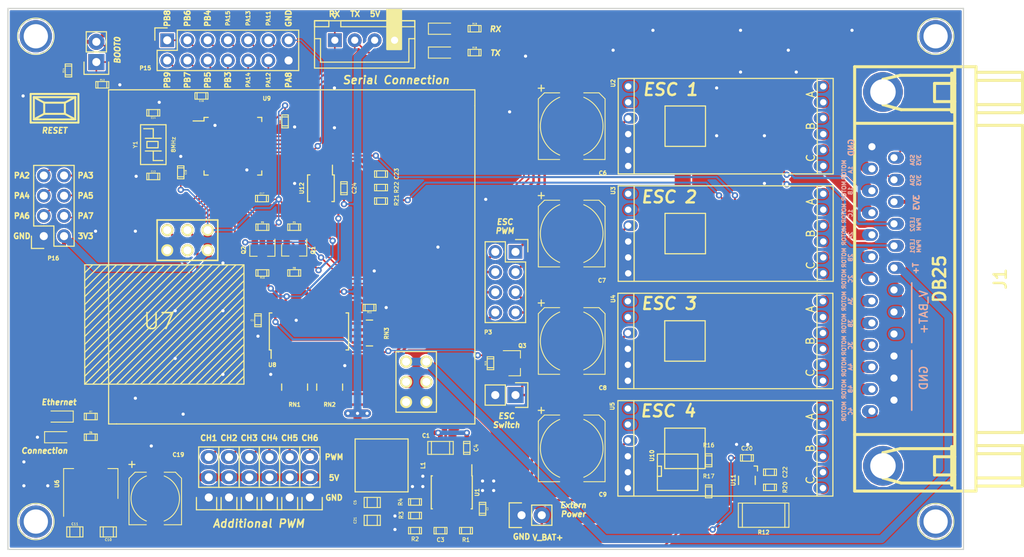
<source format=kicad_pcb>
(kicad_pcb (version 20160815) (host pcbnew "(2017-01-07 revision e72a3b9)-makepkg")
  (layers (0 F.Cu signal) (31 B.Cu signal) (34 B.Paste user) (35 F.Paste user) (36 B.SilkS user) (37 F.SilkS user) (38 B.Mask user) (39 F.Mask user) (44 Edge.Cuts user))
  (net 0 "")
  (net 1 GND)
  (net 2 /V_BAT)
  (net 3 "Net-(C2-Pad1)")
  (net 4 "Net-(C3-Pad1)")
  (net 5 "Net-(C3-Pad2)")
  (net 6 "Net-(C4-Pad1)")
  (net 7 "Net-(C4-Pad2)")
  (net 8 /5V)
  (net 9 /V_PWR)
  (net 10 /3V3)
  (net 11 "Net-(D1-Pad2)")
  (net 12 "Net-(D2-Pad1)")
  (net 13 /SDA_3V3)
  (net 14 /SDA_5V)
  (net 15 /SCL_5V)
  (net 16 /SCL_3V3)
  (net 17 "Net-(R1-Pad2)")
  (net 18 "Net-(R3-Pad1)")
  (net 19 "Net-(R6-Pad1)")
  (net 20 "Net-(R7-Pad1)")
  (net 21 "Net-(R11-Pad1)")
  (net 22 "Net-(RN3-Pad4)")
  (net 23 "Net-(RN3-Pad1)")
  (net 24 "Net-(RN3-Pad3)")
  (net 25 "Net-(RN3-Pad2)")
  (net 26 /MOTOR_1A)
  (net 27 /MOTOR_1B)
  (net 28 /MOTOR_1C)
  (net 29 /MOTOR_2C)
  (net 30 /MOTOR_2B)
  (net 31 /MOTOR_2A)
  (net 32 /MOTOR_3A)
  (net 33 /MOTOR_3B)
  (net 34 /MOTOR_3C)
  (net 35 /MOTOR_4C)
  (net 36 /MOTOR_4B)
  (net 37 /MOTOR_4A)
  (net 38 "Net-(U7-PadNC)")
  (net 39 /T+)
  (net 40 "Net-(P1-Pad1)")
  (net 41 "Net-(R14-Pad2)")
  (net 42 "Net-(RN1-Pad5)")
  (net 43 "Net-(RN1-Pad6)")
  (net 44 "Net-(RN1-Pad7)")
  (net 45 "Net-(RN1-Pad8)")
  (net 46 "Net-(RN2-Pad8)")
  (net 47 "Net-(RN2-Pad7)")
  (net 48 "Net-(RN2-Pad6)")
  (net 49 "Net-(RN2-Pad5)")
  (net 50 /RX1)
  (net 51 /TX1)
  (net 52 "Net-(P14-Pad1)")
  (net 53 /PWR_SW)
  (net 54 "Net-(R16-Pad2)")
  (net 55 /CH1)
  (net 56 /CH2)
  (net 57 /CH3)
  (net 58 /CH4)
  (net 59 /CH5)
  (net 60 /CH6)
  (net 61 /PA3)
  (net 62 /PA2)
  (net 63 /PA5)
  (net 64 /PA4)
  (net 65 /PA7)
  (net 66 /PA6)
  (net 67 /PB4)
  (net 68 /PB5)
  (net 69 /PB6)
  (net 70 /PB7)
  (net 71 /PB8)
  (net 72 /PB9)
  (net 73 /PB3)
  (net 74 /PA15)
  (net 75 /PA14)
  (net 76 /PA13)
  (net 77 /PA12)
  (net 78 /PA11)
  (net 79 /PA8)
  (net 80 "Net-(D3-Pad2)")
  (net 81 "Net-(D4-Pad2)")
  (net 82 /OSC_P)
  (net 83 /OSC_N)
  (net 84 /LED2)
  (net 85 /LED1)
  (net 86 /ESC4)
  (net 87 /ESC3)
  (net 88 /ESC2)
  (net 89 /ESC1)
  (net 90 /CH11)
  (net 91 /CH10)
  (net 92 /CH7)
  (net 93 /CH0)
  (net 94 /V_IN)
  (net 95 /ADC_I)
  (net 96 "Net-(R20-Pad2)")
  (net 97 /ADC_V)
  (module footprint:DYS_Mini_ESC (layer F.Cu) (at 170.1 105.3 270)
    (fp_text reference U5 (at -5.3 14.2 270) (layer F.SilkS) (effects (font (size 0.5 0.5) (thickness 0.125))))
    (fp_text value DYS_mini_ESC)
    (fp_text user A (at -4 -10.668 270) (layer F.SilkS))
    (fp_text user B (at 0 -10.668 270) (layer F.SilkS))
    (fp_text user C (at 4 -10.668 270) (layer F.SilkS))
    (pad 1 thru_hole oval (at 5 12.25) (size 1.8 1.35) (drill 0.8 (offset 0.3 0)) (layers *.Cu *.Mask) (net 1 GND))
    (pad 1 thru_hole oval (at 3 12.25) (size 1.8 1.35) (drill 0.8 (offset 0.3 0)) (layers *.Cu *.Mask) (net 1 GND))
    (pad 1 thru_hole oval (at 1 12.25) (size 1.8 1.35) (drill 0.8 (offset 0.3 0)) (layers *.Cu *.Mask) (net 1 GND))
    (pad 2 thru_hole oval (at -1 12.25) (size 1.8 1.35) (drill 0.8 (offset 0.3 0)) (layers *.Cu *.Mask) (net 86 /ESC4))
    (pad 3 thru_hole oval (at -3 12.25) (size 1.8 1.35) (drill 0.8 (offset 0.3 0)) (layers *.Cu *.Mask) (net 9 /V_PWR))
    (pad 3 thru_hole oval (at -5 12.25) (size 1.8 1.35) (drill 0.8 (offset 0.3 0)) (layers *.Cu *.Mask) (net 9 /V_PWR))
    (pad 6 thru_hole oval (at 5 -12.25) (size 1.8 1.35) (drill 0.8 (offset -0.3 0)) (layers *.Cu *.Mask) (net 35 /MOTOR_4C))
    (pad 6 thru_hole oval (at 3 -12.25) (size 1.8 1.35) (drill 0.8 (offset -0.3 0)) (layers *.Cu *.Mask) (net 35 /MOTOR_4C))
    (pad 5 thru_hole oval (at 1 -12.25) (size 1.8 1.35) (drill 0.8 (offset -0.3 0)) (layers *.Cu *.Mask) (net 36 /MOTOR_4B))
    (pad 5 thru_hole oval (at -1 -12.25) (size 1.8 1.35) (drill 0.8 (offset -0.3 0)) (layers *.Cu *.Mask) (net 36 /MOTOR_4B))
    (pad 4 thru_hole oval (at -3 -12.25) (size 1.8 1.35) (drill 0.8 (offset -0.3 0)) (layers *.Cu *.Mask) (net 37 /MOTOR_4A))
    (pad 4 thru_hole oval (at -5 -12.25) (size 1.8 1.35) (drill 0.8 (offset -0.3 0)) (layers *.Cu *.Mask) (net 37 /MOTOR_4A))
  )
  (module footprint:DYS_Mini_ESC (layer F.Cu) (at 170.14 78.3 270)
    (fp_text reference U3 (at -5.4 14.14 270) (layer F.SilkS) (effects (font (size 0.5 0.5) (thickness 0.125))))
    (fp_text value DYS_mini_ESC)
    (fp_text user A (at -4 -10.668 270) (layer F.SilkS))
    (fp_text user B (at 0 -10.668 270) (layer F.SilkS))
    (fp_text user C (at 4 -10.668 270) (layer F.SilkS))
    (pad 1 thru_hole oval (at 5 12.25) (size 1.8 1.35) (drill 0.8 (offset 0.3 0)) (layers *.Cu *.Mask) (net 1 GND))
    (pad 1 thru_hole oval (at 3 12.25) (size 1.8 1.35) (drill 0.8 (offset 0.3 0)) (layers *.Cu *.Mask) (net 1 GND))
    (pad 1 thru_hole oval (at 1 12.25) (size 1.8 1.35) (drill 0.8 (offset 0.3 0)) (layers *.Cu *.Mask) (net 1 GND))
    (pad 2 thru_hole oval (at -1 12.25) (size 1.8 1.35) (drill 0.8 (offset 0.3 0)) (layers *.Cu *.Mask) (net 88 /ESC2))
    (pad 3 thru_hole oval (at -3 12.25) (size 1.8 1.35) (drill 0.8 (offset 0.3 0)) (layers *.Cu *.Mask) (net 9 /V_PWR))
    (pad 3 thru_hole oval (at -5 12.25) (size 1.8 1.35) (drill 0.8 (offset 0.3 0)) (layers *.Cu *.Mask) (net 9 /V_PWR))
    (pad 6 thru_hole oval (at 5 -12.25) (size 1.8 1.35) (drill 0.8 (offset -0.3 0)) (layers *.Cu *.Mask) (net 29 /MOTOR_2C))
    (pad 6 thru_hole oval (at 3 -12.25) (size 1.8 1.35) (drill 0.8 (offset -0.3 0)) (layers *.Cu *.Mask) (net 29 /MOTOR_2C))
    (pad 5 thru_hole oval (at 1 -12.25) (size 1.8 1.35) (drill 0.8 (offset -0.3 0)) (layers *.Cu *.Mask) (net 30 /MOTOR_2B))
    (pad 5 thru_hole oval (at -1 -12.25) (size 1.8 1.35) (drill 0.8 (offset -0.3 0)) (layers *.Cu *.Mask) (net 30 /MOTOR_2B))
    (pad 4 thru_hole oval (at -3 -12.25) (size 1.8 1.35) (drill 0.8 (offset -0.3 0)) (layers *.Cu *.Mask) (net 31 /MOTOR_2A))
    (pad 4 thru_hole oval (at -5 -12.25) (size 1.8 1.35) (drill 0.8 (offset -0.3 0)) (layers *.Cu *.Mask) (net 31 /MOTOR_2A))
  )
  (module footprint:r_2512 (layer F.Cu) (at 174.9 113.7 180)
    (fp_text reference R12 (at 0 -2.159 180) (layer F.SilkS) (effects (font (size 0.50038 0.50038) (thickness 0.11938))))
    (fp_text value "0.003 %1" hide)
    (pad 1 smd rect (at 3.1877 0 180) (size 1.6002 3.175) (layers F.Cu F.Paste F.Mask) (net 2 /V_BAT))
    (pad 2 smd rect (at -3.1877 0 180) (size 1.6002 3.175) (layers F.Cu F.Paste F.Mask) (net 94 /V_IN))
  )
  (module footprint:c_0603 (layer F.Cu) (at 134.323029 115.641005)
    (fp_text reference C3 (at 0 1.158995) (layer F.SilkS) (effects (font (size 0.5 0.5) (thickness 0.1))))
    (fp_text value 3.9nF hide)
    (pad 2 smd rect (at -0.75184 0) (size 0.89916 1.00076) (layers F.Cu F.Paste F.Mask) (net 5 "Net-(C3-Pad2)"))
    (pad 1 smd rect (at 0.75184 0) (size 0.89916 1.00076) (layers F.Cu F.Paste F.Mask) (net 4 "Net-(C3-Pad1)"))
  )
  (module footprint:c_0603 (layer F.Cu) (at 111.9 73.9)
    (fp_text reference C17 (at 0 -0.635) (layer F.SilkS) (effects (font (size 0.20066 0.20066) (thickness 0.04064))))
    (fp_text value 1uF hide)
    (pad 1 smd rect (at 0.75184 0) (size 0.89916 1.00076) (layers F.Cu F.Paste F.Mask) (net 10 /3V3))
    (pad 2 smd rect (at -0.75184 0) (size 0.89916 1.00076) (layers F.Cu F.Paste F.Mask) (net 1 GND))
  )
  (module footprint:c_0603 (layer F.Cu) (at 114.8 64.2 90)
    (fp_text reference C15 (at 0 -0.635 90) (layer F.SilkS) (effects (font (size 0.20066 0.20066) (thickness 0.04064))))
    (fp_text value 1uF hide)
    (pad 2 smd rect (at -0.75184 0 90) (size 0.89916 1.00076) (layers F.Cu F.Paste F.Mask) (net 1 GND))
    (pad 1 smd rect (at 0.75184 0 90) (size 0.89916 1.00076) (layers F.Cu F.Paste F.Mask) (net 10 /3V3))
  )
  (module footprint:c_0603 (layer F.Cu) (at 101.7 70.6 270)
    (fp_text reference C18 (at 0 -0.635 270) (layer F.SilkS) (effects (font (size 0.20066 0.20066) (thickness 0.04064))))
    (fp_text value 1uF hide)
    (pad 1 smd rect (at 0.75184 0 270) (size 0.89916 1.00076) (layers F.Cu F.Paste F.Mask) (net 10 /3V3))
    (pad 2 smd rect (at -0.75184 0 270) (size 0.89916 1.00076) (layers F.Cu F.Paste F.Mask) (net 1 GND))
  )
  (module footprint:c_0603 (layer F.Cu) (at 98.249879 63.120655 180)
    (fp_text reference C14 (at 0 -0.635 180) (layer F.SilkS) (effects (font (size 0.20066 0.20066) (thickness 0.04064))))
    (fp_text value 33pF hide)
    (pad 2 smd rect (at -0.75184 0 180) (size 0.89916 1.00076) (layers F.Cu F.Paste F.Mask) (net 1 GND))
    (pad 1 smd rect (at 0.75184 0 180) (size 0.89916 1.00076) (layers F.Cu F.Paste F.Mask) (net 83 /OSC_N))
  )
  (module footprint:c_0603 (layer F.Cu) (at 172.8 106.5 180)
    (fp_text reference C20 (at 0 1.2 180) (layer F.SilkS) (effects (font (size 0.5 0.5) (thickness 0.1))))
    (fp_text value 0.1uF hide)
    (pad 1 smd rect (at 0.75184 0 180) (size 0.89916 1.00076) (layers F.Cu F.Paste F.Mask) (net 8 /5V))
    (pad 2 smd rect (at -0.75184 0 180) (size 0.89916 1.00076) (layers F.Cu F.Paste F.Mask) (net 1 GND))
  )
  (module footprint:c_0603 (layer F.Cu) (at 175.7 108.3)
    (fp_text reference C22 (at 1.9 0 90) (layer F.SilkS) (effects (font (size 0.5 0.5) (thickness 0.1))))
    (fp_text value 1uF hide)
    (pad 2 smd rect (at -0.75184 0) (size 0.89916 1.00076) (layers F.Cu F.Paste F.Mask) (net 1 GND))
    (pad 1 smd rect (at 0.75184 0) (size 0.89916 1.00076) (layers F.Cu F.Paste F.Mask) (net 95 /ADC_I))
  )
  (module footprint:c_0603 (layer F.Cu) (at 126.854696 70.817968 180)
    (fp_text reference C23 (at -1.945304 0.017968 270) (layer F.SilkS) (effects (font (size 0.5 0.5) (thickness 0.1))))
    (fp_text value 0.1uF hide)
    (pad 1 smd rect (at 0.75184 0 180) (size 0.89916 1.00076) (layers F.Cu F.Paste F.Mask) (net 97 /ADC_V))
    (pad 2 smd rect (at -0.75184 0 180) (size 0.89916 1.00076) (layers F.Cu F.Paste F.Mask) (net 1 GND))
  )
  (module footprint:c_0603 (layer F.Cu) (at 122.2 72.6 270)
    (fp_text reference C24 (at 0 -1.3 90) (layer F.SilkS) (effects (font (size 0.5 0.5) (thickness 0.1))))
    (fp_text value 0.1uF hide)
    (pad 2 smd rect (at -0.75184 0 270) (size 0.89916 1.00076) (layers F.Cu F.Paste F.Mask) (net 1 GND))
    (pad 1 smd rect (at 0.75184 0 270) (size 0.89916 1.00076) (layers F.Cu F.Paste F.Mask) (net 8 /5V))
  )
  (module footprint:c_0603 (layer F.Cu) (at 98.249879 71.120654)
    (fp_text reference C13 (at 0 -0.635) (layer F.SilkS) (effects (font (size 0.20066 0.20066) (thickness 0.04064))))
    (fp_text value 33pF hide)
    (pad 1 smd rect (at 0.75184 0) (size 0.89916 1.00076) (layers F.Cu F.Paste F.Mask) (net 82 /OSC_P))
    (pad 2 smd rect (at -0.75184 0) (size 0.89916 1.00076) (layers F.Cu F.Paste F.Mask) (net 1 GND))
  )
  (module footprint:c_0603 (layer F.Cu) (at 111.4 89.2 90)
    (fp_text reference C12 (at 0 -0.635 180) (layer F.SilkS) (effects (font (size 0.20066 0.20066) (thickness 0.04064))))
    (fp_text value 10uF hide)
    (pad 2 smd rect (at -0.75184 0 90) (size 0.89916 1.00076) (layers F.Cu F.Paste F.Mask) (net 1 GND))
    (pad 1 smd rect (at 0.75184 0 90) (size 0.89916 1.00076) (layers F.Cu F.Paste F.Mask) (net 8 /5V))
  )
  (module footprint:c_0603 (layer F.Cu) (at 137.623029 105.241005 90)
    (fp_text reference C4 (at 0 1.176971 90) (layer F.SilkS) (effects (font (size 0.5 0.5) (thickness 0.1))))
    (fp_text value 10nF hide)
    (pad 1 smd rect (at 0.75184 0 90) (size 0.89916 1.00076) (layers F.Cu F.Paste F.Mask) (net 6 "Net-(C4-Pad1)"))
    (pad 2 smd rect (at -0.75184 0 90) (size 0.89916 1.00076) (layers F.Cu F.Paste F.Mask) (net 7 "Net-(C4-Pad2)"))
  )
  (module footprint:c_0603 (layer F.Cu) (at 104.3 61 180)
    (fp_text reference C16 (at 0 -0.635 180) (layer F.SilkS) (effects (font (size 0.20066 0.20066) (thickness 0.04064))))
    (fp_text value 1uF hide)
    (pad 2 smd rect (at -0.75184 0 180) (size 0.89916 1.00076) (layers F.Cu F.Paste F.Mask) (net 1 GND))
    (pad 1 smd rect (at 0.75184 0 180) (size 0.89916 1.00076) (layers F.Cu F.Paste F.Mask) (net 10 /3V3))
  )
  (module footprint:c_0603 (layer F.Cu) (at 139.6 112.9 270)
    (fp_text reference C2 (at 0 -0.635 270) (layer F.SilkS) (effects (font (size 0.20066 0.20066) (thickness 0.04064))))
    (fp_text value 0.1uF hide)
    (pad 1 smd rect (at 0.75184 0 270) (size 0.89916 1.00076) (layers F.Cu F.Paste F.Mask) (net 3 "Net-(C2-Pad1)"))
    (pad 2 smd rect (at -0.75184 0 270) (size 0.89916 1.00076) (layers F.Cu F.Paste F.Mask) (net 1 GND))
  )
  (module footprint:c_0805 (layer F.Cu) (at 125.75 112.1 180)
    (fp_text reference C5 (at 2.15 0 270) (layer F.SilkS) (effects (font (size 0.29972 0.29972) (thickness 0.06096))))
    (fp_text value 22uF/10V hide)
    (pad 2 smd rect (at -0.9525 0 180) (size 1.30048 1.4986) (layers F.Cu F.Paste F.Mask) (net 1 GND))
    (pad 1 smd rect (at 0.9525 0 180) (size 1.30048 1.4986) (layers F.Cu F.Paste F.Mask) (net 8 /5V))
  )
  (module footprint:c_0805 (layer F.Cu) (at 92.6 115.8 180)
    (fp_text reference C10 (at 0 -0.9906 180) (layer F.SilkS) (effects (font (size 0.29972 0.29972) (thickness 0.06096))))
    (fp_text value 1uF hide)
    (pad 1 smd rect (at 0.9525 0 180) (size 1.30048 1.4986) (layers F.Cu F.Paste F.Mask) (net 8 /5V))
    (pad 2 smd rect (at -0.9525 0 180) (size 1.30048 1.4986) (layers F.Cu F.Paste F.Mask) (net 1 GND))
  )
  (module footprint:c_0805 (layer F.Cu) (at 125.75 114.35 180)
    (fp_text reference C21 (at 2.15 0 270) (layer F.SilkS) (effects (font (size 0.29972 0.29972) (thickness 0.06096))))
    (fp_text value 22uF/10V hide)
    (pad 2 smd rect (at -0.9525 0 180) (size 1.30048 1.4986) (layers F.Cu F.Paste F.Mask) (net 1 GND))
    (pad 1 smd rect (at 0.9525 0 180) (size 1.30048 1.4986) (layers F.Cu F.Paste F.Mask) (net 8 /5V))
  )
  (module footprint:c_0805 (layer F.Cu) (at 88.4 115.8)
    (fp_text reference C11 (at 0 -0.9906) (layer F.SilkS) (effects (font (size 0.29972 0.29972) (thickness 0.06096))))
    (fp_text value 1uF hide)
    (pad 1 smd rect (at 0.9525 0) (size 1.30048 1.4986) (layers F.Cu F.Paste F.Mask) (net 10 /3V3))
    (pad 2 smd rect (at -0.9525 0) (size 1.30048 1.4986) (layers F.Cu F.Paste F.Mask) (net 1 GND))
  )
  (module footprint:c_1206 (layer F.Cu) (at 134.323029 105.241005)
    (fp_text reference C1 (at -1.823029 -1.541005) (layer F.SilkS) (effects (font (size 0.5 0.5) (thickness 0.11938))))
    (fp_text value 10uF/25V hide)
    (pad 1 smd rect (at 1.397 0) (size 1.6002 1.8034) (layers F.Cu F.Paste F.Mask) (net 2 /V_BAT))
    (pad 2 smd rect (at -1.397 0) (size 1.6002 1.8034) (layers F.Cu F.Paste F.Mask) (net 1 GND))
  )
  (module footprint:r_0603 (layer F.Cu) (at 175.7 110.2)
    (fp_text reference R20 (at 1.9 0 90) (layer F.SilkS) (effects (font (size 0.5 0.5) (thickness 0.1))))
    (fp_text value 3.3k hide)
    (pad 1 smd rect (at 0.75184 0) (size 0.89916 1.00076) (layers F.Cu F.Paste F.Mask) (net 95 /ADC_I))
    (pad 2 smd rect (at -0.75184 0) (size 0.89916 1.00076) (layers F.Cu F.Paste F.Mask) (net 96 "Net-(R20-Pad2)"))
  )
  (module footprint:r_0603 (layer F.Cu) (at 131.123029 115.641005)
    (fp_text reference R2 (at 0 1.058995) (layer F.SilkS) (effects (font (size 0.5 0.5) (thickness 0.1))))
    (fp_text value 6.8k hide)
    (pad 1 smd rect (at 0.75184 0) (size 0.89916 1.00076) (layers F.Cu F.Paste F.Mask) (net 5 "Net-(C3-Pad2)"))
    (pad 2 smd rect (at -0.75184 0) (size 0.89916 1.00076) (layers F.Cu F.Paste F.Mask) (net 1 GND))
  )
  (module footprint:r_0603 (layer F.Cu) (at 131.123029 113.741005)
    (fp_text reference R3 (at -1.723029 -0.041005 90) (layer F.SilkS) (effects (font (size 0.5 0.5) (thickness 0.1))))
    (fp_text value "10k 1%" hide)
    (pad 2 smd rect (at -0.75184 0) (size 0.89916 1.00076) (layers F.Cu F.Paste F.Mask) (net 1 GND))
    (pad 1 smd rect (at 0.75184 0) (size 0.89916 1.00076) (layers F.Cu F.Paste F.Mask) (net 18 "Net-(R3-Pad1)"))
  )
  (module footprint:r_0603 (layer F.Cu) (at 131.123029 112.041005 180)
    (fp_text reference R4 (at 1.823029 0 270) (layer F.SilkS) (effects (font (size 0.5 0.5) (thickness 0.1))))
    (fp_text value "44.2k 1%" hide)
    (pad 1 smd rect (at 0.75184 0 180) (size 0.89916 1.00076) (layers F.Cu F.Paste F.Mask) (net 8 /5V))
    (pad 2 smd rect (at -0.75184 0 180) (size 0.89916 1.00076) (layers F.Cu F.Paste F.Mask) (net 18 "Net-(R3-Pad1)"))
  )
  (module footprint:r_0603 (layer F.Cu) (at 115.95 77.5)
    (fp_text reference R5 (at 0 -0.6096) (layer F.SilkS) (effects (font (size 0.20066 0.20066) (thickness 0.04064))))
    (fp_text value 10k hide)
    (pad 2 smd rect (at -0.75184 0) (size 0.89916 1.00076) (layers F.Cu F.Paste F.Mask) (net 13 /SDA_3V3))
    (pad 1 smd rect (at 0.75184 0) (size 0.89916 1.00076) (layers F.Cu F.Paste F.Mask) (net 10 /3V3))
  )
  (module footprint:r_0603 (layer F.Cu) (at 90.4 103.9)
    (fp_text reference R6 (at 0 -0.6096) (layer F.SilkS) (effects (font (size 0.20066 0.20066) (thickness 0.04064))))
    (fp_text value 330 hide)
    (pad 1 smd rect (at 0.75184 0) (size 0.89916 1.00076) (layers F.Cu F.Paste F.Mask) (net 19 "Net-(R6-Pad1)"))
    (pad 2 smd rect (at -0.75184 0) (size 0.89916 1.00076) (layers F.Cu F.Paste F.Mask) (net 11 "Net-(D1-Pad2)"))
  )
  (module footprint:r_0603 (layer F.Cu) (at 90.4 101.3)
    (fp_text reference R7 (at 0 -0.6096) (layer F.SilkS) (effects (font (size 0.20066 0.20066) (thickness 0.04064))))
    (fp_text value 330 hide)
    (pad 2 smd rect (at -0.75184 0) (size 0.89916 1.00076) (layers F.Cu F.Paste F.Mask) (net 12 "Net-(D2-Pad1)"))
    (pad 1 smd rect (at 0.75184 0) (size 0.89916 1.00076) (layers F.Cu F.Paste F.Mask) (net 20 "Net-(R7-Pad1)"))
  )
  (module footprint:r_0603 (layer F.Cu) (at 115.95 83.25)
    (fp_text reference R8 (at 0 -0.6096) (layer F.SilkS) (effects (font (size 0.20066 0.20066) (thickness 0.04064))))
    (fp_text value 10k hide)
    (pad 1 smd rect (at 0.75184 0) (size 0.89916 1.00076) (layers F.Cu F.Paste F.Mask) (net 8 /5V))
    (pad 2 smd rect (at -0.75184 0) (size 0.89916 1.00076) (layers F.Cu F.Paste F.Mask) (net 14 /SDA_5V))
  )
  (module footprint:r_0603 (layer F.Cu) (at 126.854696 72.517968 180)
    (fp_text reference R22 (at -1.945304 0.017968 270) (layer F.SilkS) (effects (font (size 0.5 0.5) (thickness 0.1))))
    (fp_text value "10k %1" hide)
    (pad 2 smd rect (at -0.75184 0 180) (size 0.89916 1.00076) (layers F.Cu F.Paste F.Mask) (net 1 GND))
    (pad 1 smd rect (at 0.75184 0 180) (size 0.89916 1.00076) (layers F.Cu F.Paste F.Mask) (net 97 /ADC_V))
  )
  (module footprint:r_0603 (layer F.Cu) (at 138.6 52.55)
    (fp_text reference R19 (at 0 -0.6096) (layer F.SilkS) (effects (font (size 0.20066 0.20066) (thickness 0.04064))))
    (fp_text value 330 hide)
    (pad 1 smd rect (at 0.75184 0) (size 0.89916 1.00076) (layers F.Cu F.Paste F.Mask) (net 10 /3V3))
    (pad 2 smd rect (at -0.75184 0) (size 0.89916 1.00076) (layers F.Cu F.Paste F.Mask) (net 81 "Net-(D4-Pad2)"))
  )
  (module footprint:r_0603 (layer F.Cu) (at 168 110.7 270)
    (fp_text reference R17 (at -1.9 0 180) (layer F.SilkS) (effects (font (size 0.5 0.5) (thickness 0.1))))
    (fp_text value 1k hide)
    (pad 2 smd rect (at -0.75184 0 270) (size 0.89916 1.00076) (layers F.Cu F.Paste F.Mask) (net 52 "Net-(P14-Pad1)"))
    (pad 1 smd rect (at 0.75184 0 270) (size 0.89916 1.00076) (layers F.Cu F.Paste F.Mask) (net 54 "Net-(R16-Pad2)"))
  )
  (module footprint:r_0603 (layer F.Cu) (at 168 106.8 90)
    (fp_text reference R16 (at 1.9 0 180) (layer F.SilkS) (effects (font (size 0.5 0.5) (thickness 0.1))))
    (fp_text value 10k hide)
    (pad 1 smd rect (at 0.75184 0 90) (size 0.89916 1.00076) (layers F.Cu F.Paste F.Mask) (net 2 /V_BAT))
    (pad 2 smd rect (at -0.75184 0 90) (size 0.89916 1.00076) (layers F.Cu F.Paste F.Mask) (net 54 "Net-(R16-Pad2)"))
  )
  (module footprint:r_0603 (layer F.Cu) (at 140.6 94.6 90)
    (fp_text reference R15 (at 0 -0.6096 90) (layer F.SilkS) (effects (font (size 0.20066 0.20066) (thickness 0.04064))))
    (fp_text value 10k hide)
    (pad 2 smd rect (at -0.75184 0 90) (size 0.89916 1.00076) (layers F.Cu F.Paste F.Mask) (net 1 GND))
    (pad 1 smd rect (at 0.75184 0 90) (size 0.89916 1.00076) (layers F.Cu F.Paste F.Mask) (net 53 /PWR_SW))
  )
  (module footprint:r_0603 (layer F.Cu) (at 87.6 57.8 90)
    (fp_text reference R14 (at 0 -0.6096 90) (layer F.SilkS) (effects (font (size 0.20066 0.20066) (thickness 0.04064))))
    (fp_text value 10k hide)
    (pad 1 smd rect (at 0.75184 0 90) (size 0.89916 1.00076) (layers F.Cu F.Paste F.Mask) (net 10 /3V3))
    (pad 2 smd rect (at -0.75184 0 90) (size 0.89916 1.00076) (layers F.Cu F.Paste F.Mask) (net 41 "Net-(R14-Pad2)"))
  )
  (module footprint:r_0603 (layer F.Cu) (at 91.85 59.6)
    (fp_text reference R13 (at 0 -0.6096) (layer F.SilkS) (effects (font (size 0.20066 0.20066) (thickness 0.04064))))
    (fp_text value 10k hide)
    (pad 2 smd rect (at -0.75184 0) (size 0.89916 1.00076) (layers F.Cu F.Paste F.Mask) (net 40 "Net-(P1-Pad1)"))
    (pad 1 smd rect (at 0.75184 0) (size 0.89916 1.00076) (layers F.Cu F.Paste F.Mask) (net 1 GND))
  )
  (module footprint:r_0603 (layer F.Cu) (at 125.4 87.6 180)
    (fp_text reference R11 (at 0 -0.6096 180) (layer F.SilkS) (effects (font (size 0.20066 0.20066) (thickness 0.04064))))
    (fp_text value 10k hide)
    (pad 1 smd rect (at 0.75184 0 180) (size 0.89916 1.00076) (layers F.Cu F.Paste F.Mask) (net 21 "Net-(R11-Pad1)"))
    (pad 2 smd rect (at -0.75184 0 180) (size 0.89916 1.00076) (layers F.Cu F.Paste F.Mask) (net 1 GND))
  )
  (module footprint:r_0603 (layer F.Cu) (at 111.95 83.25 180)
    (fp_text reference R10 (at 0 -0.6096 180) (layer F.SilkS) (effects (font (size 0.20066 0.20066) (thickness 0.04064))))
    (fp_text value 10k hide)
    (pad 2 smd rect (at -0.75184 0 180) (size 0.89916 1.00076) (layers F.Cu F.Paste F.Mask) (net 15 /SCL_5V))
    (pad 1 smd rect (at 0.75184 0 180) (size 0.89916 1.00076) (layers F.Cu F.Paste F.Mask) (net 8 /5V))
  )
  (module footprint:r_0603 (layer F.Cu) (at 111.95 77.5)
    (fp_text reference R9 (at 0 -0.6096) (layer F.SilkS) (effects (font (size 0.20066 0.20066) (thickness 0.04064))))
    (fp_text value 10k hide)
    (pad 1 smd rect (at 0.75184 0) (size 0.89916 1.00076) (layers F.Cu F.Paste F.Mask) (net 10 /3V3))
    (pad 2 smd rect (at -0.75184 0) (size 0.89916 1.00076) (layers F.Cu F.Paste F.Mask) (net 16 /SCL_3V3))
  )
  (module footprint:r_0603 (layer F.Cu) (at 126.854696 74.217968)
    (fp_text reference R21 (at 1.945304 -0.117968 90) (layer F.SilkS) (effects (font (size 0.5 0.5) (thickness 0.1))))
    (fp_text value "30.1k %1" hide)
    (pad 2 smd rect (at -0.75184 0) (size 0.89916 1.00076) (layers F.Cu F.Paste F.Mask) (net 97 /ADC_V))
    (pad 1 smd rect (at 0.75184 0) (size 0.89916 1.00076) (layers F.Cu F.Paste F.Mask) (net 2 /V_BAT))
  )
  (module footprint:r_0603 (layer F.Cu) (at 138.6 55.55)
    (fp_text reference R18 (at 0 -0.6096) (layer F.SilkS) (effects (font (size 0.20066 0.20066) (thickness 0.04064))))
    (fp_text value 330 hide)
    (pad 1 smd rect (at 0.75184 0) (size 0.89916 1.00076) (layers F.Cu F.Paste F.Mask) (net 10 /3V3))
    (pad 2 smd rect (at -0.75184 0) (size 0.89916 1.00076) (layers F.Cu F.Paste F.Mask) (net 80 "Net-(D3-Pad2)"))
  )
  (module Housings_SSOP:MSOP-10_3x3mm_Pitch0.5mm (layer F.Cu) (at 119.3 72.6 270)
    (fp_text reference U12 (at 0 2.4 270) (layer F.SilkS) (effects (font (size 0.5 0.5) (thickness 0.125))))
    (fp_text value ADS1015)
    (pad 10 smd rect (at 2.2 -1 270) (size 1.4 0.3) (layers F.Cu F.Paste F.Mask) (net 15 /SCL_5V))
    (pad 9 smd rect (at 2.2 -0.5 270) (size 1.4 0.3) (layers F.Cu F.Paste F.Mask) (net 14 /SDA_5V))
    (pad 8 smd rect (at 2.2 0 270) (size 1.4 0.3) (layers F.Cu F.Paste F.Mask) (net 8 /5V))
    (pad 7 smd rect (at 2.2 0.5 270) (size 1.4 0.3) (layers F.Cu F.Paste F.Mask))
    (pad 6 smd rect (at 2.2 1 270) (size 1.4 0.3) (layers F.Cu F.Paste F.Mask))
    (pad 5 smd rect (at -2.2 1 270) (size 1.4 0.3) (layers F.Cu F.Paste F.Mask) (net 95 /ADC_I))
    (pad 4 smd rect (at -2.2 0.5 270) (size 1.4 0.3) (layers F.Cu F.Paste F.Mask) (net 97 /ADC_V))
    (pad 3 smd rect (at -2.2 0 270) (size 1.4 0.3) (layers F.Cu F.Paste F.Mask) (net 1 GND))
    (pad 2 smd rect (at -2.2 -0.5 270) (size 1.4 0.3) (layers F.Cu F.Paste F.Mask) (net 1 GND))
    (pad 1 smd rect (at -2.2 -1 270) (size 1.4 0.3) (layers F.Cu F.Paste F.Mask) (net 1 GND))
  )
  (module footprint:r_0603 (layer F.Cu) (at 137.523029 115.641005)
    (fp_text reference R1 (at 0 1.158995) (layer F.SilkS) (effects (font (size 0.5 0.5) (thickness 0.1))))
    (fp_text value 100k hide)
    (pad 1 smd rect (at 0.75184 0) (size 0.89916 1.00076) (layers F.Cu F.Paste F.Mask) (net 2 /V_BAT))
    (pad 2 smd rect (at -0.75184 0) (size 0.89916 1.00076) (layers F.Cu F.Paste F.Mask) (net 17 "Net-(R1-Pad2)"))
  )
  (module footprint:DYS_Mini_ESC (layer F.Cu) (at 170.1 91.8 270)
    (fp_text reference U4 (at -5.3 14.1 270) (layer F.SilkS) (effects (font (size 0.5 0.5) (thickness 0.125))))
    (fp_text value DYS_mini_ESC)
    (fp_text user A (at -4 -10.668 270) (layer F.SilkS))
    (fp_text user B (at 0 -10.668 270) (layer F.SilkS))
    (fp_text user C (at 4 -10.668 270) (layer F.SilkS))
    (pad 1 thru_hole oval (at 5 12.25) (size 1.8 1.35) (drill 0.8 (offset 0.3 0)) (layers *.Cu *.Mask) (net 1 GND))
    (pad 1 thru_hole oval (at 3 12.25) (size 1.8 1.35) (drill 0.8 (offset 0.3 0)) (layers *.Cu *.Mask) (net 1 GND))
    (pad 1 thru_hole oval (at 1 12.25) (size 1.8 1.35) (drill 0.8 (offset 0.3 0)) (layers *.Cu *.Mask) (net 1 GND))
    (pad 2 thru_hole oval (at -1 12.25) (size 1.8 1.35) (drill 0.8 (offset 0.3 0)) (layers *.Cu *.Mask) (net 87 /ESC3))
    (pad 3 thru_hole oval (at -3 12.25) (size 1.8 1.35) (drill 0.8 (offset 0.3 0)) (layers *.Cu *.Mask) (net 9 /V_PWR))
    (pad 3 thru_hole oval (at -5 12.25) (size 1.8 1.35) (drill 0.8 (offset 0.3 0)) (layers *.Cu *.Mask) (net 9 /V_PWR))
    (pad 6 thru_hole oval (at 5 -12.25) (size 1.8 1.35) (drill 0.8 (offset -0.3 0)) (layers *.Cu *.Mask) (net 34 /MOTOR_3C))
    (pad 6 thru_hole oval (at 3 -12.25) (size 1.8 1.35) (drill 0.8 (offset -0.3 0)) (layers *.Cu *.Mask) (net 34 /MOTOR_3C))
    (pad 5 thru_hole oval (at 1 -12.25) (size 1.8 1.35) (drill 0.8 (offset -0.3 0)) (layers *.Cu *.Mask) (net 33 /MOTOR_3B))
    (pad 5 thru_hole oval (at -1 -12.25) (size 1.8 1.35) (drill 0.8 (offset -0.3 0)) (layers *.Cu *.Mask) (net 33 /MOTOR_3B))
    (pad 4 thru_hole oval (at -3 -12.25) (size 1.8 1.35) (drill 0.8 (offset -0.3 0)) (layers *.Cu *.Mask) (net 32 /MOTOR_3A))
    (pad 4 thru_hole oval (at -5 -12.25) (size 1.8 1.35) (drill 0.8 (offset -0.3 0)) (layers *.Cu *.Mask) (net 32 /MOTOR_3A))
  )
  (module footprint:DYS_Mini_ESC (layer F.Cu) (at 170.14 64.8 270)
    (fp_text reference U2 (at -5.4 14.14 270) (layer F.SilkS) (effects (font (size 0.5 0.5) (thickness 0.125))))
    (fp_text value DYS_mini_ESC)
    (fp_text user A (at -4 -10.668 270) (layer F.SilkS))
    (fp_text user B (at 0 -10.668 270) (layer F.SilkS))
    (fp_text user C (at 4 -10.668 270) (layer F.SilkS))
    (pad 1 thru_hole oval (at 5 12.25) (size 1.8 1.35) (drill 0.8 (offset 0.3 0)) (layers *.Cu *.Mask) (net 1 GND))
    (pad 1 thru_hole oval (at 3 12.25) (size 1.8 1.35) (drill 0.8 (offset 0.3 0)) (layers *.Cu *.Mask) (net 1 GND))
    (pad 1 thru_hole oval (at 1 12.25) (size 1.8 1.35) (drill 0.8 (offset 0.3 0)) (layers *.Cu *.Mask) (net 1 GND))
    (pad 2 thru_hole oval (at -1 12.25) (size 1.8 1.35) (drill 0.8 (offset 0.3 0)) (layers *.Cu *.Mask) (net 89 /ESC1))
    (pad 3 thru_hole oval (at -3 12.25) (size 1.8 1.35) (drill 0.8 (offset 0.3 0)) (layers *.Cu *.Mask) (net 9 /V_PWR))
    (pad 3 thru_hole oval (at -5 12.25) (size 1.8 1.35) (drill 0.8 (offset 0.3 0)) (layers *.Cu *.Mask) (net 9 /V_PWR))
    (pad 6 thru_hole oval (at 5 -12.25) (size 1.8 1.35) (drill 0.8 (offset -0.3 0)) (layers *.Cu *.Mask) (net 28 /MOTOR_1C))
    (pad 6 thru_hole oval (at 3 -12.25) (size 1.8 1.35) (drill 0.8 (offset -0.3 0)) (layers *.Cu *.Mask) (net 28 /MOTOR_1C))
    (pad 5 thru_hole oval (at 1 -12.25) (size 1.8 1.35) (drill 0.8 (offset -0.3 0)) (layers *.Cu *.Mask) (net 27 /MOTOR_1B))
    (pad 5 thru_hole oval (at -1 -12.25) (size 1.8 1.35) (drill 0.8 (offset -0.3 0)) (layers *.Cu *.Mask) (net 27 /MOTOR_1B))
    (pad 4 thru_hole oval (at -3 -12.25) (size 1.8 1.35) (drill 0.8 (offset -0.3 0)) (layers *.Cu *.Mask) (net 26 /MOTOR_1A))
    (pad 4 thru_hole oval (at -5 -12.25) (size 1.8 1.35) (drill 0.8 (offset -0.3 0)) (layers *.Cu *.Mask) (net 26 /MOTOR_1A))
  )
  (module Socket_Strips:Socket_Strip_Straight_2x04 (layer F.Cu) (at 84.5 78.62 90)
    (fp_text reference P16 (at -2.78 1.2 180) (layer F.SilkS) (effects (font (size 0.5 0.5) (thickness 0.125))))
    (fp_text value CONN_02X04)
    (pad 8 thru_hole oval (at 7.62 2.54 90) (size 1.7272 1.7272) (drill 1.016) (layers *.Cu *.Mask) (net 61 /PA3))
    (pad 7 thru_hole oval (at 7.62 0 90) (size 1.7272 1.7272) (drill 1.016) (layers *.Cu *.Mask) (net 62 /PA2))
    (pad 6 thru_hole oval (at 5.08 2.54 90) (size 1.7272 1.7272) (drill 1.016) (layers *.Cu *.Mask) (net 63 /PA5))
    (pad 5 thru_hole oval (at 5.08 0 90) (size 1.7272 1.7272) (drill 1.016) (layers *.Cu *.Mask) (net 64 /PA4))
    (pad 4 thru_hole oval (at 2.54 2.54 90) (size 1.7272 1.7272) (drill 1.016) (layers *.Cu *.Mask) (net 65 /PA7))
    (pad 3 thru_hole oval (at 2.54 0 90) (size 1.7272 1.7272) (drill 1.016) (layers *.Cu *.Mask) (net 66 /PA6))
    (pad 2 thru_hole oval (at 0 2.54 90) (size 1.7272 1.7272) (drill 1.016) (layers *.Cu *.Mask) (net 10 /3V3))
    (pad 1 thru_hole rect (at 0 0 90) (size 1.7272 1.7272) (drill 1.016) (layers *.Cu *.Mask) (net 1 GND))
  )
  (module Socket_Strips:Socket_Strip_Straight_1x03 (layer F.Cu) (at 115.38 111.47 90)
    (fp_text reference P13 hide)
    (fp_text value CONN_01X03)
    (pad 3 thru_hole oval (at 5.08 0 90) (size 1.7272 2.032) (drill 1.016) (layers *.Cu *.Mask) (net 58 /CH4))
    (pad 2 thru_hole oval (at 2.54 0 90) (size 1.7272 2.032) (drill 1.016) (layers *.Cu *.Mask) (net 8 /5V))
    (pad 1 thru_hole rect (at 0 0 90) (size 1.7272 2.032) (drill 1.016) (layers *.Cu *.Mask) (net 1 GND))
  )
  (module Socket_Strips:Socket_Strip_Straight_1x03 (layer F.Cu) (at 105.22 111.47 90)
    (fp_text reference P9 hide)
    (fp_text value CONN_01X03)
    (pad 3 thru_hole oval (at 5.08 0 90) (size 1.7272 2.032) (drill 1.016) (layers *.Cu *.Mask) (net 93 /CH0))
    (pad 2 thru_hole oval (at 2.54 0 90) (size 1.7272 2.032) (drill 1.016) (layers *.Cu *.Mask) (net 8 /5V))
    (pad 1 thru_hole rect (at 0 0 90) (size 1.7272 2.032) (drill 1.016) (layers *.Cu *.Mask) (net 1 GND))
  )
  (module footprint:Tenda_p200 (layer F.Cu) (at 116.18 81.28 180)
    (fp_text reference U7 (at 17.2 -8.04 180) (layer F.SilkS) (effects (font (size 2 2) (thickness 0.2032))))
    (fp_text value TENDA_P200 hide)
    (pad 3V3 thru_hole circle (at 11.1 3.42 180) (size 1.524 1.524) (drill 1.016) (layers *.Cu *.Mask F.SilkS) (net 10 /3V3))
    (pad 3V3 thru_hole circle (at 11.1 0.88 180) (size 1.524 1.524) (drill 1.016) (layers *.Cu *.Mask F.SilkS) (net 10 /3V3))
    (pad C thru_hole circle (at 13.64 3.42 180) (size 1.524 1.524) (drill 1.016) (layers *.Cu *.Mask F.SilkS) (net 19 "Net-(R6-Pad1)"))
    (pad P thru_hole circle (at 13.64 0.88 180) (size 1.524 1.524) (drill 1.016) (layers *.Cu *.Mask F.SilkS))
    (pad E thru_hole circle (at 16.18 3.42 180) (size 1.524 1.524) (drill 1.016) (layers *.Cu *.Mask F.SilkS) (net 20 "Net-(R7-Pad1)"))
    (pad GND thru_hole circle (at 16.18 0.88 180) (size 1.524 1.524) (drill 1.016) (layers *.Cu *.Mask F.SilkS) (net 1 GND))
    (pad NC thru_hole circle (at -16.36 -15.66 270) (size 1.524 1.524) (drill 1.016) (layers *.Cu *.Mask F.SilkS) (net 38 "Net-(U7-PadNC)"))
    (pad T_+ thru_hole circle (at -13.82 -13.12 270) (size 1.524 1.524) (drill 1.016) (layers *.Cu *.Mask F.SilkS) (net 39 /T+))
    (pad T_+ thru_hole circle (at -16.36 -13.12 270) (size 1.524 1.524) (drill 1.016) (layers *.Cu *.Mask F.SilkS) (net 39 /T+))
    (pad NC thru_hole circle (at -13.82 -15.66 270) (size 1.524 1.524) (drill 1.016) (layers *.Cu *.Mask F.SilkS) (net 38 "Net-(U7-PadNC)"))
    (pad T_- thru_hole circle (at -13.82 -18.2 270) (size 1.524 1.524) (drill 1.016) (layers *.Cu *.Mask F.SilkS) (net 1 GND))
    (pad T_- thru_hole circle (at -16.36 -18.2 270) (size 1.524 1.524) (drill 1.016) (layers *.Cu *.Mask F.SilkS) (net 1 GND))
  )
  (module footprint:DB_25M (layer F.Cu) (at 197 84 90)
    (fp_text reference J1 (at 0 7.62 90) (layer F.SilkS) (effects (font (thickness 0.3048))))
    (fp_text value DB25 (at 0 0 90) (layer F.SilkS) (effects (font (thickness 0.3048))))
    (pad 14 thru_hole oval (at -15.23492 -5.7277 90) (size 1.50114 1.99898) (drill 0.89916 (offset 0 0.24892)) (layers *.Cu *.Mask) (net 1 GND))
    (pad 15 thru_hole oval (at -12.46378 -5.7277 90) (size 1.50114 1.99898) (drill 0.89916 (offset 0 0.24892)) (layers *.Cu *.Mask) (net 1 GND))
    (pad 16 thru_hole oval (at -9.69518 -5.7277 90) (size 1.50114 1.99898) (drill 0.89916 (offset 0 0.24892)) (layers *.Cu *.Mask) (net 1 GND))
    (pad 17 thru_hole oval (at -6.92404 -5.7277 90) (size 1.50114 1.99898) (drill 0.89916 (offset 0 0.24892)) (layers *.Cu *.Mask) (net 94 /V_IN))
    (pad 18 thru_hole oval (at -4.15544 -5.7277 90) (size 1.50114 1.99898) (drill 0.89916 (offset 0 0.24892)) (layers *.Cu *.Mask) (net 94 /V_IN))
    (pad 19 thru_hole oval (at -1.3843 -5.7277 90) (size 1.50114 1.99898) (drill 0.89916 (offset 0 0.24892)) (layers *.Cu *.Mask) (net 94 /V_IN))
    (pad 20 thru_hole oval (at 1.3843 -5.7277 90) (size 1.50114 1.99898) (drill 0.89916 (offset 0 0.24892)) (layers *.Cu *.Mask) (net 39 /T+))
    (pad 21 thru_hole oval (at 4.15544 -5.7277 90) (size 1.50114 1.99898) (drill 0.89916 (offset 0 0.24892)) (layers *.Cu *.Mask) (net 85 /LED1))
    (pad 22 thru_hole oval (at 6.92404 -5.7277 90) (size 1.50114 1.99898) (drill 0.89916 (offset 0 0.24892)) (layers *.Cu *.Mask) (net 84 /LED2))
    (pad 23 thru_hole oval (at 9.69518 -5.7277 90) (size 1.50114 1.99898) (drill 0.89916 (offset 0 0.24892)) (layers *.Cu *.Mask) (net 10 /3V3))
    (pad 24 thru_hole oval (at 12.46378 -5.7277 90) (size 1.50114 1.99898) (drill 0.89916 (offset 0 0.24892)) (layers *.Cu *.Mask) (net 16 /SCL_3V3))
    (pad 25 thru_hole oval (at 15.23492 -5.7277 90) (size 1.50114 1.99898) (drill 0.89916 (offset 0 0.24892)) (layers *.Cu *.Mask) (net 13 /SDA_3V3))
    (pad 1 thru_hole oval (at -16.61922 -8.4963 90) (size 1.50114 1.99898) (drill 0.89916 (offset 0 -0.24892)) (layers *.Cu *.Mask) (net 35 /MOTOR_4C))
    (pad 2 thru_hole oval (at -13.85062 -8.4963 90) (size 1.50114 1.99898) (drill 0.89916 (offset 0 -0.24892)) (layers *.Cu *.Mask) (net 36 /MOTOR_4B))
    (pad 3 thru_hole oval (at -11.07948 -8.4963 90) (size 1.50114 1.99898) (drill 0.89916 (offset 0 -0.24892)) (layers *.Cu *.Mask) (net 37 /MOTOR_4A))
    (pad 4 thru_hole oval (at -8.31088 -8.4963 90) (size 1.50114 1.99898) (drill 0.89916 (offset 0 -0.24892)) (layers *.Cu *.Mask) (net 34 /MOTOR_3C))
    (pad "" thru_hole circle (at -23.50008 -7.112 90) (size 5.00126 5.00126) (drill 3.2004) (layers *.Cu *.Mask))
    (pad 8 thru_hole oval (at 2.77114 -8.4963 90) (size 1.50114 1.99898) (drill 0.89916 (offset 0 -0.24892)) (layers *.Cu *.Mask) (net 30 /MOTOR_2B))
    (pad 7 thru_hole oval (at 0 -8.4963 90) (size 1.50114 1.99898) (drill 0.89916 (offset 0 -0.24892)) (layers *.Cu *.Mask) (net 29 /MOTOR_2C))
    (pad 6 thru_hole oval (at -2.77114 -8.4963 90) (size 1.50114 1.99898) (drill 0.89916 (offset 0 -0.24892)) (layers *.Cu *.Mask) (net 32 /MOTOR_3A))
    (pad 5 thru_hole oval (at -5.53974 -8.4963 90) (size 1.50114 1.99898) (drill 0.89916 (offset 0 -0.24892)) (layers *.Cu *.Mask) (net 33 /MOTOR_3B))
    (pad 9 thru_hole oval (at 5.53974 -8.4963 90) (size 1.50114 1.99898) (drill 0.89916 (offset 0 -0.24892)) (layers *.Cu *.Mask) (net 31 /MOTOR_2A))
    (pad 10 thru_hole oval (at 8.31088 -8.4963 90) (size 1.50114 1.99898) (drill 0.89916 (offset 0 -0.24892)) (layers *.Cu *.Mask) (net 28 /MOTOR_1C))
    (pad 13 thru_hole oval (at 16.61922 -8.4963 90) (size 1.50114 1.99898) (drill 0.89916 (offset 0 -0.24892)) (layers *.Cu *.Mask) (net 1 GND))
    (pad 12 thru_hole oval (at 13.85062 -8.4963 90) (size 1.50114 1.99898) (drill 0.89916 (offset 0 -0.24892)) (layers *.Cu *.Mask) (net 26 /MOTOR_1A))
    (pad 11 thru_hole oval (at 11.07948 -8.4963 90) (size 1.50114 1.99898) (drill 0.89916 (offset 0 -0.24892)) (layers *.Cu *.Mask) (net 27 /MOTOR_1B))
    (pad "" thru_hole circle (at 23.50008 -7.112 90) (size 5.00126 5.00126) (drill 3.2004) (layers *.Cu *.Mask))
  )
  (module Connectors_JST:JST_XH_B04B-XH-A_04x2.50mm_Straight (layer F.Cu) (at 121.05 54)
    (fp_text reference P2 hide)
    (fp_text value CONN_01X04)
    (pad 4 thru_hole circle (at 7.5 0) (size 1.75 1.75) (drill 0.9) (layers *.Cu *.Mask) (net 1 GND))
    (pad 3 thru_hole circle (at 5 0) (size 1.75 1.75) (drill 0.9) (layers *.Cu *.Mask) (net 8 /5V))
    (pad 2 thru_hole circle (at 2.5 0) (size 1.75 1.75) (drill 0.9) (layers *.Cu *.Mask) (net 51 /TX1))
    (pad 1 thru_hole rect (at 0 0) (size 1.75 1.75) (drill 0.9) (layers *.Cu *.Mask) (net 50 /RX1))
  )
  (module LEDs:LED_0805 (layer F.Cu) (at 86.4 103.9)
    (fp_text reference D1 hide)
    (fp_text value LED)
    (pad 2 smd rect (at 1.1 0 180) (size 1.2 1.2) (layers F.Cu F.Paste F.Mask) (net 11 "Net-(D1-Pad2)"))
    (pad 1 smd rect (at -1.1 0 180) (size 1.2 1.2) (layers F.Cu F.Paste F.Mask) (net 1 GND))
  )
  (module LEDs:LED_0805 (layer F.Cu) (at 86.4 101.3 180)
    (fp_text reference D2 hide)
    (fp_text value LED)
    (pad 1 smd rect (at -1.1 0) (size 1.2 1.2) (layers F.Cu F.Paste F.Mask) (net 12 "Net-(D2-Pad1)"))
    (pad 2 smd rect (at 1.1 0) (size 1.2 1.2) (layers F.Cu F.Paste F.Mask) (net 10 /3V3))
  )
  (module TO_SOT_Packages_SMD:SOT-23 (layer F.Cu) (at 115.95 80.36765 270)
    (fp_text reference Q1 (at 0.03235 -2.36853 270) (layer F.SilkS) (effects (font (size 0.5 0.5) (thickness 0.125))))
    (fp_text value BSS138)
    (pad 1 smd rect (at -1 -0.95 270) (size 0.9 0.8) (layers F.Cu F.Paste F.Mask) (net 10 /3V3))
    (pad 2 smd rect (at -1 0.95 270) (size 0.9 0.8) (layers F.Cu F.Paste F.Mask) (net 13 /SDA_3V3))
    (pad 3 smd rect (at 1 0 270) (size 0.9 0.8) (layers F.Cu F.Paste F.Mask) (net 14 /SDA_5V))
  )
  (module TO_SOT_Packages_SMD:SOT-23 (layer F.Cu) (at 111.95 80.39 270)
    (fp_text reference Q2 (at 0 2.35 270) (layer F.SilkS) (effects (font (size 0.5 0.5) (thickness 0.125))))
    (fp_text value BSS138)
    (pad 3 smd rect (at 1 0 270) (size 0.9 0.8) (layers F.Cu F.Paste F.Mask) (net 15 /SCL_5V))
    (pad 2 smd rect (at -1 0.95 270) (size 0.9 0.8) (layers F.Cu F.Paste F.Mask) (net 16 /SCL_3V3))
    (pad 1 smd rect (at -1 -0.95 270) (size 0.9 0.8) (layers F.Cu F.Paste F.Mask) (net 10 /3V3))
  )
  (module Resistors_SMD:R_Array_Concave_4x0603 (layer F.Cu) (at 116 97.6 90)
    (fp_text reference RN1 (at -2.2 0 180) (layer F.SilkS) (effects (font (size 0.5 0.5) (thickness 0.125))))
    (fp_text value 20k)
    (pad 5 smd rect (at 0.85 1.2 90) (size 0.9 0.4) (layers F.Cu F.Paste F.Mask) (net 42 "Net-(RN1-Pad5)"))
    (pad 6 smd rect (at 0.85 0.4 90) (size 0.9 0.4) (layers F.Cu F.Paste F.Mask) (net 43 "Net-(RN1-Pad6)"))
    (pad 7 smd rect (at 0.85 -0.4 90) (size 0.9 0.4) (layers F.Cu F.Paste F.Mask) (net 44 "Net-(RN1-Pad7)"))
    (pad 8 smd rect (at 0.85 -1.2 90) (size 0.9 0.4) (layers F.Cu F.Paste F.Mask) (net 45 "Net-(RN1-Pad8)"))
    (pad 4 smd rect (at -0.85 1.2 90) (size 0.9 0.4) (layers F.Cu F.Paste F.Mask) (net 57 /CH3))
    (pad 1 smd rect (at -0.85 -1.2 90) (size 0.9 0.4) (layers F.Cu F.Paste F.Mask) (net 93 /CH0))
    (pad 3 smd rect (at -0.85 0.4 90) (size 0.9 0.4) (layers F.Cu F.Paste F.Mask) (net 56 /CH2))
    (pad 2 smd rect (at -0.85 -0.4 90) (size 0.9 0.4) (layers F.Cu F.Paste F.Mask) (net 55 /CH1))
  )
  (module Resistors_SMD:R_Array_Concave_4x0603 (layer F.Cu) (at 120.4 97.6 90)
    (fp_text reference RN2 (at -2.2 0 180) (layer F.SilkS) (effects (font (size 0.5 0.5) (thickness 0.125))))
    (fp_text value 20k)
    (pad 5 smd rect (at 0.85 1.2 90) (size 0.9 0.4) (layers F.Cu F.Paste F.Mask) (net 49 "Net-(RN2-Pad5)"))
    (pad 6 smd rect (at 0.85 0.4 90) (size 0.9 0.4) (layers F.Cu F.Paste F.Mask) (net 48 "Net-(RN2-Pad6)"))
    (pad 7 smd rect (at 0.85 -0.4 90) (size 0.9 0.4) (layers F.Cu F.Paste F.Mask) (net 47 "Net-(RN2-Pad7)"))
    (pad 8 smd rect (at 0.85 -1.2 90) (size 0.9 0.4) (layers F.Cu F.Paste F.Mask) (net 46 "Net-(RN2-Pad8)"))
    (pad 4 smd rect (at -0.85 1.2 90) (size 0.9 0.4) (layers F.Cu F.Paste F.Mask) (net 92 /CH7))
    (pad 1 smd rect (at -0.85 -1.2 90) (size 0.9 0.4) (layers F.Cu F.Paste F.Mask) (net 58 /CH4))
    (pad 3 smd rect (at -0.85 0.4 90) (size 0.9 0.4) (layers F.Cu F.Paste F.Mask) (net 60 /CH6))
    (pad 2 smd rect (at -0.85 -0.4 90) (size 0.9 0.4) (layers F.Cu F.Paste F.Mask) (net 59 /CH5))
  )
  (module Resistors_SMD:R_Array_Concave_4x0603 (layer F.Cu) (at 125.4 90.8)
    (fp_text reference RN3 (at 2.15 0.05 -270) (layer F.SilkS) (effects (font (size 0.5 0.5) (thickness 0.125))))
    (fp_text value 20k)
    (pad 5 smd rect (at 0.85 1.2) (size 0.9 0.4) (layers F.Cu F.Paste F.Mask) (net 90 /CH11))
    (pad 6 smd rect (at 0.85 0.4) (size 0.9 0.4) (layers F.Cu F.Paste F.Mask) (net 91 /CH10))
    (pad 7 smd rect (at 0.85 -0.4) (size 0.9 0.4) (layers F.Cu F.Paste F.Mask) (net 85 /LED1))
    (pad 8 smd rect (at 0.85 -1.2) (size 0.9 0.4) (layers F.Cu F.Paste F.Mask) (net 84 /LED2))
    (pad 4 smd rect (at -0.85 1.2) (size 0.9 0.4) (layers F.Cu F.Paste F.Mask) (net 22 "Net-(RN3-Pad4)"))
    (pad 1 smd rect (at -0.85 -1.2) (size 0.9 0.4) (layers F.Cu F.Paste F.Mask) (net 23 "Net-(RN3-Pad1)"))
    (pad 3 smd rect (at -0.85 0.4) (size 0.9 0.4) (layers F.Cu F.Paste F.Mask) (net 24 "Net-(RN3-Pad3)"))
    (pad 2 smd rect (at -0.85 -0.4) (size 0.9 0.4) (layers F.Cu F.Paste F.Mask) (net 25 "Net-(RN3-Pad2)"))
  )
  (module Housings_SOIC:SOIC-8-1EP_3.9x4.9mm_Pitch1.27mm (layer F.Cu) (at 135.735529 110.828505 270)
    (fp_text reference U1 (at 0 -3.1875 270) (layer F.SilkS) (effects (font (size 0.5 0.5) (thickness 0.125))))
    (fp_text value mp2307)
    (pad 9 smd rect (at -0.5875 -0.5875 270) (size 1.175 1.175) (layers F.Cu F.Paste F.Mask) (net 1 GND))
    (pad 9 smd rect (at -0.5875 0.5875 270) (size 1.175 1.175) (layers F.Cu F.Paste F.Mask) (net 1 GND))
    (pad 9 smd rect (at 0.5875 -0.5875 270) (size 1.175 1.175) (layers F.Cu F.Paste F.Mask) (net 1 GND))
    (pad 9 smd rect (at 0.5875 0.5875 270) (size 1.175 1.175) (layers F.Cu F.Paste F.Mask) (net 1 GND))
    (pad 8 smd rect (at 2.7 -1.905 270) (size 1.55 0.6) (layers F.Cu F.Paste F.Mask) (net 3 "Net-(C2-Pad1)"))
    (pad 7 smd rect (at 2.7 -0.635 270) (size 1.55 0.6) (layers F.Cu F.Paste F.Mask) (net 17 "Net-(R1-Pad2)"))
    (pad 6 smd rect (at 2.7 0.635 270) (size 1.55 0.6) (layers F.Cu F.Paste F.Mask) (net 4 "Net-(C3-Pad1)"))
    (pad 5 smd rect (at 2.7 1.905 270) (size 1.55 0.6) (layers F.Cu F.Paste F.Mask) (net 18 "Net-(R3-Pad1)"))
    (pad 4 smd rect (at -2.7 1.905 270) (size 1.55 0.6) (layers F.Cu F.Paste F.Mask) (net 1 GND))
    (pad 3 smd rect (at -2.7 0.635 270) (size 1.55 0.6) (layers F.Cu F.Paste F.Mask) (net 6 "Net-(C4-Pad1)"))
    (pad 2 smd rect (at -2.7 -0.635 270) (size 1.55 0.6) (layers F.Cu F.Paste F.Mask) (net 2 /V_BAT))
    (pad 1 smd rect (at -2.7 -1.905 270) (size 1.55 0.6) (layers F.Cu F.Paste F.Mask) (net 7 "Net-(C4-Pad2)"))
  )
  (module TO_SOT_Packages_SMD:SOT-223 (layer F.Cu) (at 90.4 109.75 90)
    (fp_text reference U6 (at 0 -4.25 90) (layer F.SilkS) (effects (font (size 0.5 0.5) (thickness 0.125))))
    (fp_text value TLV1117LV33)
    (pad 1 smd rect (at -3.15 -2.3 90) (size 2 1.5) (layers F.Cu F.Paste F.Mask) (net 1 GND))
    (pad 3 smd rect (at -3.15 2.3 90) (size 2 1.5) (layers F.Cu F.Paste F.Mask) (net 8 /5V))
    (pad 2 smd rect (at -3.15 0 90) (size 2 1.5) (layers F.Cu F.Paste F.Mask) (net 10 /3V3))
    (pad 4 smd rect (at 3.15 0 90) (size 2 3.8) (layers F.Cu F.Paste F.Mask) (net 10 /3V3))
  )
  (module Housings_SSOP:TSSOP-28_4.4x9.7mm_Pitch0.65mm (layer F.Cu) (at 117.8 90.6 90)
    (fp_text reference U8 (at -4.2 -4.6 180) (layer F.SilkS) (effects (font (size 0.5 0.5) (thickness 0.125))))
    (fp_text value pca9685)
    (pad 1 smd rect (at -2.85 -4.225 90) (size 1.1 0.4) (layers F.Cu F.Paste F.Mask) (net 1 GND))
    (pad 2 smd rect (at -2.85 -3.575 90) (size 1.1 0.4) (layers F.Cu F.Paste F.Mask) (net 1 GND))
    (pad 3 smd rect (at -2.85 -2.925 90) (size 1.1 0.4) (layers F.Cu F.Paste F.Mask) (net 1 GND))
    (pad 4 smd rect (at -2.85 -2.275 90) (size 1.1 0.4) (layers F.Cu F.Paste F.Mask) (net 1 GND))
    (pad 5 smd rect (at -2.85 -1.625 90) (size 1.1 0.4) (layers F.Cu F.Paste F.Mask) (net 1 GND))
    (pad 6 smd rect (at -2.85 -0.975 90) (size 1.1 0.4) (layers F.Cu F.Paste F.Mask) (net 45 "Net-(RN1-Pad8)"))
    (pad 7 smd rect (at -2.85 -0.325 90) (size 1.1 0.4) (layers F.Cu F.Paste F.Mask) (net 44 "Net-(RN1-Pad7)"))
    (pad 8 smd rect (at -2.85 0.325 90) (size 1.1 0.4) (layers F.Cu F.Paste F.Mask) (net 43 "Net-(RN1-Pad6)"))
    (pad 9 smd rect (at -2.85 0.975 90) (size 1.1 0.4) (layers F.Cu F.Paste F.Mask) (net 42 "Net-(RN1-Pad5)"))
    (pad 10 smd rect (at -2.85 1.625 90) (size 1.1 0.4) (layers F.Cu F.Paste F.Mask) (net 46 "Net-(RN2-Pad8)"))
    (pad 11 smd rect (at -2.85 2.275 90) (size 1.1 0.4) (layers F.Cu F.Paste F.Mask) (net 47 "Net-(RN2-Pad7)"))
    (pad 12 smd rect (at -2.85 2.925 90) (size 1.1 0.4) (layers F.Cu F.Paste F.Mask) (net 48 "Net-(RN2-Pad6)"))
    (pad 13 smd rect (at -2.85 3.575 90) (size 1.1 0.4) (layers F.Cu F.Paste F.Mask) (net 49 "Net-(RN2-Pad5)"))
    (pad 14 smd rect (at -2.85 4.225 90) (size 1.1 0.4) (layers F.Cu F.Paste F.Mask) (net 1 GND))
    (pad 15 smd rect (at 2.85 4.225 90) (size 1.1 0.4) (layers F.Cu F.Paste F.Mask) (net 23 "Net-(RN3-Pad1)"))
    (pad 16 smd rect (at 2.85 3.575 90) (size 1.1 0.4) (layers F.Cu F.Paste F.Mask) (net 25 "Net-(RN3-Pad2)"))
    (pad 17 smd rect (at 2.85 2.925 90) (size 1.1 0.4) (layers F.Cu F.Paste F.Mask) (net 24 "Net-(RN3-Pad3)"))
    (pad 18 smd rect (at 2.85 2.275 90) (size 1.1 0.4) (layers F.Cu F.Paste F.Mask) (net 22 "Net-(RN3-Pad4)"))
    (pad 19 smd rect (at 2.85 1.625 90) (size 1.1 0.4) (layers F.Cu F.Paste F.Mask))
    (pad 20 smd rect (at 2.85 0.975 90) (size 1.1 0.4) (layers F.Cu F.Paste F.Mask))
    (pad 21 smd rect (at 2.85 0.325 90) (size 1.1 0.4) (layers F.Cu F.Paste F.Mask))
    (pad 22 smd rect (at 2.85 -0.325 90) (size 1.1 0.4) (layers F.Cu F.Paste F.Mask))
    (pad 23 smd rect (at 2.85 -0.975 90) (size 1.1 0.4) (layers F.Cu F.Paste F.Mask) (net 21 "Net-(R11-Pad1)"))
    (pad 24 smd rect (at 2.85 -1.625 90) (size 1.1 0.4) (layers F.Cu F.Paste F.Mask) (net 1 GND))
    (pad 25 smd rect (at 2.85 -2.275 90) (size 1.1 0.4) (layers F.Cu F.Paste F.Mask) (net 1 GND))
    (pad 26 smd rect (at 2.85 -2.925 90) (size 1.1 0.4) (layers F.Cu F.Paste F.Mask) (net 15 /SCL_5V))
    (pad 27 smd rect (at 2.85 -3.575 90) (size 1.1 0.4) (layers F.Cu F.Paste F.Mask) (net 14 /SDA_5V))
    (pad 28 smd rect (at 2.85 -4.225 90) (size 1.1 0.4) (layers F.Cu F.Paste F.Mask) (net 8 /5V))
  )
  (module footprint:ASPI-0630LR (layer F.Cu) (at 126.923029 107.441005 180)
    (fp_text reference L1 (at -5.2 0 -90) (layer F.SilkS) (effects (font (size 0.5 0.5) (thickness 0.125))))
    (fp_text value 10uH/4A)
    (pad 1 smd rect (at -3.025 0 180) (size 2.35 3.4) (layers F.Cu F.Paste F.Mask) (net 6 "Net-(C4-Pad1)"))
    (pad 2 smd rect (at 3.025 0 180) (size 2.35 3.4) (layers F.Cu F.Paste F.Mask) (net 8 /5V))
  )
  (module Socket_Strips:Socket_Strip_Straight_1x02 (layer F.Cu) (at 91.1 56.74 90)
    (fp_text reference P1 hide)
    (fp_text value BOOT)
    (pad 2 thru_hole oval (at 2.54 0 90) (size 2.032 2.032) (drill 1.016) (layers *.Cu *.Mask) (net 10 /3V3))
    (pad 1 thru_hole rect (at 0 0 90) (size 2.032 2.032) (drill 1.016) (layers *.Cu *.Mask) (net 40 "Net-(P1-Pad1)"))
  )
  (module footprint:smd_push (layer F.Cu) (at 85.85 62.55)
    (fp_text reference SW1 hide)
    (fp_text value RESET (at 0 2.79908) (layer F.SilkS) (effects (font (size 0.7 0.7) (thickness 0.175) italic)))
    (pad 1 smd rect (at -3.9 0) (size 1.5 1.4) (layers F.Cu F.Paste F.Mask) (net 1 GND))
    (pad 2 smd rect (at 3.9 0) (size 1.5 1.4) (layers F.Cu F.Paste F.Mask) (net 41 "Net-(R14-Pad2)"))
  )
  (module Housings_QFP:LQFP-48_7x7mm_Pitch0.5mm (layer F.Cu) (at 108.249879 67.320654)
    (fp_text reference U9 (at 4.250121 -6) (layer F.SilkS) (effects (font (size 0.5 0.5) (thickness 0.125))))
    (fp_text value STM32F103CBT6)
    (pad 1 smd rect (at -4.35 -2.75) (size 1.3 0.25) (layers F.Cu F.Paste F.Mask))
    (pad 2 smd rect (at -4.35 -2.25) (size 1.3 0.25) (layers F.Cu F.Paste F.Mask))
    (pad 3 smd rect (at -4.35 -1.75) (size 1.3 0.25) (layers F.Cu F.Paste F.Mask))
    (pad 4 smd rect (at -4.35 -1.25) (size 1.3 0.25) (layers F.Cu F.Paste F.Mask))
    (pad 5 smd rect (at -4.35 -0.75) (size 1.3 0.25) (layers F.Cu F.Paste F.Mask) (net 83 /OSC_N))
    (pad 6 smd rect (at -4.35 -0.25) (size 1.3 0.25) (layers F.Cu F.Paste F.Mask) (net 82 /OSC_P))
    (pad 7 smd rect (at -4.35 0.25) (size 1.3 0.25) (layers F.Cu F.Paste F.Mask) (net 41 "Net-(R14-Pad2)"))
    (pad 8 smd rect (at -4.35 0.75) (size 1.3 0.25) (layers F.Cu F.Paste F.Mask) (net 1 GND))
    (pad 9 smd rect (at -4.35 1.25) (size 1.3 0.25) (layers F.Cu F.Paste F.Mask) (net 10 /3V3))
    (pad 10 smd rect (at -4.35 1.75) (size 1.3 0.25) (layers F.Cu F.Paste F.Mask))
    (pad 11 smd rect (at -4.35 2.25) (size 1.3 0.25) (layers F.Cu F.Paste F.Mask))
    (pad 12 smd rect (at -4.35 2.75) (size 1.3 0.25) (layers F.Cu F.Paste F.Mask) (net 62 /PA2))
    (pad 13 smd rect (at -2.75 4.35 90) (size 1.3 0.25) (layers F.Cu F.Paste F.Mask) (net 61 /PA3))
    (pad 14 smd rect (at -2.25 4.35 90) (size 1.3 0.25) (layers F.Cu F.Paste F.Mask) (net 64 /PA4))
    (pad 15 smd rect (at -1.75 4.35 90) (size 1.3 0.25) (layers F.Cu F.Paste F.Mask) (net 63 /PA5))
    (pad 16 smd rect (at -1.25 4.35 90) (size 1.3 0.25) (layers F.Cu F.Paste F.Mask) (net 66 /PA6))
    (pad 17 smd rect (at -0.75 4.35 90) (size 1.3 0.25) (layers F.Cu F.Paste F.Mask) (net 65 /PA7))
    (pad 18 smd rect (at -0.25 4.35 90) (size 1.3 0.25) (layers F.Cu F.Paste F.Mask))
    (pad 19 smd rect (at 0.25 4.35 90) (size 1.3 0.25) (layers F.Cu F.Paste F.Mask) (net 53 /PWR_SW))
    (pad 20 smd rect (at 0.75 4.35 90) (size 1.3 0.25) (layers F.Cu F.Paste F.Mask) (net 1 GND))
    (pad 21 smd rect (at 1.25 4.35 90) (size 1.3 0.25) (layers F.Cu F.Paste F.Mask) (net 16 /SCL_3V3))
    (pad 22 smd rect (at 1.75 4.35 90) (size 1.3 0.25) (layers F.Cu F.Paste F.Mask) (net 13 /SDA_3V3))
    (pad 23 smd rect (at 2.25 4.35 90) (size 1.3 0.25) (layers F.Cu F.Paste F.Mask) (net 1 GND))
    (pad 24 smd rect (at 2.75 4.35 90) (size 1.3 0.25) (layers F.Cu F.Paste F.Mask) (net 10 /3V3))
    (pad 25 smd rect (at 4.35 2.75) (size 1.3 0.25) (layers F.Cu F.Paste F.Mask))
    (pad 26 smd rect (at 4.35 2.25) (size 1.3 0.25) (layers F.Cu F.Paste F.Mask))
    (pad 27 smd rect (at 4.35 1.75) (size 1.3 0.25) (layers F.Cu F.Paste F.Mask))
    (pad 28 smd rect (at 4.35 1.25) (size 1.3 0.25) (layers F.Cu F.Paste F.Mask))
    (pad 29 smd rect (at 4.35 0.75) (size 1.3 0.25) (layers F.Cu F.Paste F.Mask) (net 79 /PA8))
    (pad 30 smd rect (at 4.35 0.25) (size 1.3 0.25) (layers F.Cu F.Paste F.Mask) (net 51 /TX1))
    (pad 31 smd rect (at 4.35 -0.25) (size 1.3 0.25) (layers F.Cu F.Paste F.Mask) (net 50 /RX1))
    (pad 32 smd rect (at 4.35 -0.75) (size 1.3 0.25) (layers F.Cu F.Paste F.Mask) (net 78 /PA11))
    (pad 33 smd rect (at 4.35 -1.25) (size 1.3 0.25) (layers F.Cu F.Paste F.Mask) (net 77 /PA12))
    (pad 34 smd rect (at 4.35 -1.75) (size 1.3 0.25) (layers F.Cu F.Paste F.Mask) (net 76 /PA13))
    (pad 35 smd rect (at 4.35 -2.25) (size 1.3 0.25) (layers F.Cu F.Paste F.Mask) (net 1 GND))
    (pad 36 smd rect (at 4.35 -2.75) (size 1.3 0.25) (layers F.Cu F.Paste F.Mask) (net 10 /3V3))
    (pad 37 smd rect (at 2.75 -4.35 90) (size 1.3 0.25) (layers F.Cu F.Paste F.Mask) (net 75 /PA14))
    (pad 38 smd rect (at 2.25 -4.35 90) (size 1.3 0.25) (layers F.Cu F.Paste F.Mask) (net 74 /PA15))
    (pad 39 smd rect (at 1.75 -4.35 90) (size 1.3 0.25) (layers F.Cu F.Paste F.Mask) (net 73 /PB3))
    (pad 40 smd rect (at 1.25 -4.35 90) (size 1.3 0.25) (layers F.Cu F.Paste F.Mask) (net 67 /PB4))
    (pad 41 smd rect (at 0.75 -4.35 90) (size 1.3 0.25) (layers F.Cu F.Paste F.Mask) (net 68 /PB5))
    (pad 42 smd rect (at 0.25 -4.35 90) (size 1.3 0.25) (layers F.Cu F.Paste F.Mask) (net 69 /PB6))
    (pad 43 smd rect (at -0.25 -4.35 90) (size 1.3 0.25) (layers F.Cu F.Paste F.Mask) (net 70 /PB7))
    (pad 44 smd rect (at -0.75 -4.35 90) (size 1.3 0.25) (layers F.Cu F.Paste F.Mask) (net 40 "Net-(P1-Pad1)"))
    (pad 45 smd rect (at -1.25 -4.35 90) (size 1.3 0.25) (layers F.Cu F.Paste F.Mask) (net 71 /PB8))
    (pad 46 smd rect (at -1.75 -4.35 90) (size 1.3 0.25) (layers F.Cu F.Paste F.Mask) (net 72 /PB9))
    (pad 47 smd rect (at -2.25 -4.35 90) (size 1.3 0.25) (layers F.Cu F.Paste F.Mask) (net 1 GND))
    (pad 48 smd rect (at -2.75 -4.35 90) (size 1.3 0.25) (layers F.Cu F.Paste F.Mask) (net 10 /3V3))
  )
  (module footprint:crystal_maple (layer F.Cu) (at 98.249879 67.120654 90)
    (fp_text reference Y1 (at 0 -2.249879 90) (layer F.SilkS) (effects (font (size 0.49784 0.49784) (thickness 0.09906))))
    (fp_text value 8MHz (at 0 2.54 90) (layer F.SilkS) (effects (font (size 0.49784 0.49784) (thickness 0.09906))))
    (pad 1 smd rect (at -2 1.2 90) (size 1.8 1.2) (layers F.Cu F.Paste F.Mask) (net 82 /OSC_P))
    (pad 2 smd rect (at 2 -1.2 90) (size 1.8 1.2) (layers F.Cu F.Paste F.Mask) (net 83 /OSC_N))
    (pad 3 smd rect (at 2 1.2 90) (size 1.8 1.2) (layers F.Cu F.Paste F.Mask) (net 1 GND))
    (pad 3 smd rect (at -2 -1.2 90) (size 1.8 1.2) (layers F.Cu F.Paste F.Mask) (net 1 GND))
  )
  (module Connect:1pin (layer F.Cu) (at 83.5 53.5)
    (fp_text reference P4 hide)
    (fp_text value HOLE)
    (pad 1 thru_hole circle (at 0 0) (size 4.064 4.064) (drill 3.048) (layers *.Cu *.Mask))
  )
  (module Connect:1pin (layer F.Cu) (at 196.5 53.5)
    (fp_text reference P5 hide)
    (fp_text value HOLE)
    (pad 1 thru_hole circle (at 0 0) (size 4.064 4.064) (drill 3.048) (layers *.Cu *.Mask))
  )
  (module Connect:1pin (layer F.Cu) (at 196.5 114.5)
    (fp_text reference P6 hide)
    (fp_text value HOLE)
    (pad 1 thru_hole circle (at 0 0) (size 4.064 4.064) (drill 3.048) (layers *.Cu *.Mask))
  )
  (module Connect:1pin (layer F.Cu) (at 83.5 114.5)
    (fp_text reference P7 hide)
    (fp_text value HOLE)
    (pad 1 thru_hole circle (at 0 0) (size 4.064 4.064) (drill 3.048) (layers *.Cu *.Mask))
  )
  (module Socket_Strips:Socket_Strip_Straight_1x02 (layer F.Cu) (at 144.5 113.7)
    (fp_text reference P8 hide)
    (fp_text value CONN_01X02)
    (pad 2 thru_hole oval (at 2.54 0) (size 2.032 2.032) (drill 1.016) (layers *.Cu *.Mask) (net 2 /V_BAT))
    (pad 1 thru_hole rect (at 0 0) (size 2.032 2.032) (drill 1.016) (layers *.Cu *.Mask) (net 1 GND))
  )
  (module Socket_Strips:Socket_Strip_Straight_1x03 (layer F.Cu) (at 107.76 111.47 90)
    (fp_text reference P10 hide)
    (fp_text value CONN_01X03)
    (pad 1 thru_hole rect (at 0 0 90) (size 1.7272 2.032) (drill 1.016) (layers *.Cu *.Mask) (net 1 GND))
    (pad 2 thru_hole oval (at 2.54 0 90) (size 1.7272 2.032) (drill 1.016) (layers *.Cu *.Mask) (net 8 /5V))
    (pad 3 thru_hole oval (at 5.08 0 90) (size 1.7272 2.032) (drill 1.016) (layers *.Cu *.Mask) (net 55 /CH1))
  )
  (module Socket_Strips:Socket_Strip_Straight_1x03 (layer F.Cu) (at 110.3 111.47 90)
    (fp_text reference P11 hide)
    (fp_text value CONN_01X03)
    (pad 3 thru_hole oval (at 5.08 0 90) (size 1.7272 2.032) (drill 1.016) (layers *.Cu *.Mask) (net 56 /CH2))
    (pad 2 thru_hole oval (at 2.54 0 90) (size 1.7272 2.032) (drill 1.016) (layers *.Cu *.Mask) (net 8 /5V))
    (pad 1 thru_hole rect (at 0 0 90) (size 1.7272 2.032) (drill 1.016) (layers *.Cu *.Mask) (net 1 GND))
  )
  (module Socket_Strips:Socket_Strip_Straight_1x03 (layer F.Cu) (at 112.84 111.47 90)
    (fp_text reference P12 hide)
    (fp_text value CONN_01X03)
    (pad 1 thru_hole rect (at 0 0 90) (size 1.7272 2.032) (drill 1.016) (layers *.Cu *.Mask) (net 1 GND))
    (pad 2 thru_hole oval (at 2.54 0 90) (size 1.7272 2.032) (drill 1.016) (layers *.Cu *.Mask) (net 8 /5V))
    (pad 3 thru_hole oval (at 5.08 0 90) (size 1.7272 2.032) (drill 1.016) (layers *.Cu *.Mask) (net 57 /CH3))
  )
  (module Socket_Strips:Socket_Strip_Straight_1x02 (layer F.Cu) (at 143.74 98.6 180)
    (fp_text reference P14 hide)
    (fp_text value CONN_01X02)
    (pad 2 thru_hole oval (at 2.54 0 180) (size 2.032 2.032) (drill 1.016) (layers *.Cu *.Mask) (net 1 GND))
    (pad 1 thru_hole rect (at 0 0 180) (size 2.032 2.032) (drill 1.016) (layers *.Cu *.Mask) (net 52 "Net-(P14-Pad1)"))
  )
  (module TO_SOT_Packages_SMD:SOT-23 (layer F.Cu) (at 143.6 94.6)
    (fp_text reference Q3 (at 1 -2.2 180) (layer F.SilkS) (effects (font (size 0.5 0.5) (thickness 0.125))))
    (fp_text value DMN65D8L)
    (pad 3 smd rect (at 1 0) (size 0.9 0.8) (layers F.Cu F.Paste F.Mask) (net 52 "Net-(P14-Pad1)"))
    (pad 2 smd rect (at -1 0.95) (size 0.9 0.8) (layers F.Cu F.Paste F.Mask) (net 1 GND))
    (pad 1 smd rect (at -1 -0.95) (size 0.9 0.8) (layers F.Cu F.Paste F.Mask) (net 53 /PWR_SW))
  )
  (module SMD_Packages:SOIC-8-N (layer F.Cu) (at 164.1 108.3)
    (fp_text reference U10 (at -3.22157 -2.084837 90) (layer F.SilkS) (effects (font (size 0.5 0.5) (thickness 0.125))))
    (fp_text value SI4425DDY)
    (pad 1 smd rect (at -1.905 3.175) (size 0.508 1.143) (layers F.Cu F.Paste F.Mask) (net 2 /V_BAT))
    (pad 2 smd rect (at -0.635 3.175) (size 0.508 1.143) (layers F.Cu F.Paste F.Mask) (net 2 /V_BAT))
    (pad 3 smd rect (at 0.635 3.175) (size 0.508 1.143) (layers F.Cu F.Paste F.Mask) (net 2 /V_BAT))
    (pad 4 smd rect (at 1.905 3.175) (size 0.508 1.143) (layers F.Cu F.Paste F.Mask) (net 54 "Net-(R16-Pad2)"))
    (pad 5 smd rect (at 1.905 -3.175) (size 0.508 1.143) (layers F.Cu F.Paste F.Mask) (net 9 /V_PWR))
    (pad 6 smd rect (at 0.635 -3.175) (size 0.508 1.143) (layers F.Cu F.Paste F.Mask) (net 9 /V_PWR))
    (pad 7 smd rect (at -0.635 -3.175) (size 0.508 1.143) (layers F.Cu F.Paste F.Mask) (net 9 /V_PWR))
    (pad 8 smd rect (at -1.905 -3.175) (size 0.508 1.143) (layers F.Cu F.Paste F.Mask) (net 9 /V_PWR))
  )
  (module LEDs:LED_0805 (layer F.Cu) (at 134.6 55.55)
    (fp_text reference D3 hide)
    (fp_text value LED)
    (pad 2 smd rect (at 1.1 0 180) (size 1.2 1.2) (layers F.Cu F.Paste F.Mask) (net 80 "Net-(D3-Pad2)"))
    (pad 1 smd rect (at -1.1 0 180) (size 1.2 1.2) (layers F.Cu F.Paste F.Mask) (net 51 /TX1))
  )
  (module LEDs:LED_0805 (layer F.Cu) (at 134.6 52.55)
    (fp_text reference D4 hide)
    (fp_text value LED)
    (pad 1 smd rect (at -1.1 0 180) (size 1.2 1.2) (layers F.Cu F.Paste F.Mask) (net 50 /RX1))
    (pad 2 smd rect (at 1.1 0 180) (size 1.2 1.2) (layers F.Cu F.Paste F.Mask) (net 81 "Net-(D4-Pad2)"))
  )
  (module Socket_Strips:Socket_Strip_Straight_1x03 (layer F.Cu) (at 117.92 111.47 90)
    (fp_text reference P18 hide)
    (fp_text value CONN_01X03)
    (pad 3 thru_hole oval (at 5.08 0 90) (size 1.7272 2.032) (drill 1.016) (layers *.Cu *.Mask) (net 59 /CH5))
    (pad 2 thru_hole oval (at 2.54 0 90) (size 1.7272 2.032) (drill 1.016) (layers *.Cu *.Mask) (net 8 /5V))
    (pad 1 thru_hole rect (at 0 0 90) (size 1.7272 2.032) (drill 1.016) (layers *.Cu *.Mask) (net 1 GND))
  )
  (module Socket_Strips:Socket_Strip_Straight_2x07 (layer F.Cu) (at 100 54)
    (fp_text reference P15 (at -2.75 3.5) (layer F.SilkS) (effects (font (size 0.5 0.5) (thickness 0.125))))
    (fp_text value CONN_02X07)
    (pad 14 thru_hole oval (at 15.24 2.54) (size 1.7272 1.7272) (drill 1.016) (layers *.Cu *.Mask) (net 1 GND))
    (pad 13 thru_hole oval (at 15.24 0) (size 1.7272 1.7272) (drill 1.016) (layers *.Cu *.Mask) (net 79 /PA8))
    (pad 12 thru_hole oval (at 12.7 2.54) (size 1.7272 1.7272) (drill 1.016) (layers *.Cu *.Mask) (net 77 /PA12))
    (pad 11 thru_hole oval (at 12.7 0) (size 1.7272 1.7272) (drill 1.016) (layers *.Cu *.Mask) (net 78 /PA11))
    (pad 10 thru_hole oval (at 10.16 2.54) (size 1.7272 1.7272) (drill 1.016) (layers *.Cu *.Mask) (net 75 /PA14))
    (pad 9 thru_hole oval (at 10.16 0) (size 1.7272 1.7272) (drill 1.016) (layers *.Cu *.Mask) (net 76 /PA13))
    (pad 8 thru_hole oval (at 7.62 2.54) (size 1.7272 1.7272) (drill 1.016) (layers *.Cu *.Mask) (net 73 /PB3))
    (pad 7 thru_hole oval (at 7.62 0) (size 1.7272 1.7272) (drill 1.016) (layers *.Cu *.Mask) (net 74 /PA15))
    (pad 6 thru_hole oval (at 5.08 2.54) (size 1.7272 1.7272) (drill 1.016) (layers *.Cu *.Mask) (net 68 /PB5))
    (pad 5 thru_hole oval (at 5.08 0) (size 1.7272 1.7272) (drill 1.016) (layers *.Cu *.Mask) (net 67 /PB4))
    (pad 4 thru_hole oval (at 2.54 2.54) (size 1.7272 1.7272) (drill 1.016) (layers *.Cu *.Mask) (net 70 /PB7))
    (pad 3 thru_hole oval (at 2.54 0) (size 1.7272 1.7272) (drill 1.016) (layers *.Cu *.Mask) (net 69 /PB6))
    (pad 2 thru_hole oval (at 0 2.54) (size 1.7272 1.7272) (drill 1.016) (layers *.Cu *.Mask) (net 72 /PB9))
    (pad 1 thru_hole rect (at 0 0) (size 1.7272 1.7272) (drill 1.016) (layers *.Cu *.Mask) (net 71 /PB8))
  )
  (module Capacitors_SMD:CP_Elec_8x10 (layer F.Cu) (at 150.8 64.8 270)
    (fp_text reference C6 (at 5.9 -3.9 180) (layer F.SilkS) (effects (font (size 0.5 0.5) (thickness 0.125))))
    (fp_text value 220uF/25V)
    (fp_text user + (at -4.7752 3.8989 270) (layer F.SilkS))
    (pad 1 smd rect (at -3.05 0 90) (size 4 2.5) (layers F.Cu F.Paste F.Mask) (net 9 /V_PWR))
    (pad 2 smd rect (at 3.05 0 90) (size 4 2.5) (layers F.Cu F.Paste F.Mask) (net 1 GND))
  )
  (module Capacitors_SMD:CP_Elec_8x10 (layer F.Cu) (at 150.8 78.3 270)
    (fp_text reference C7 (at 5.9 -3.8 180) (layer F.SilkS) (effects (font (size 0.5 0.5) (thickness 0.125))))
    (fp_text value 220uF/25V)
    (fp_text user + (at -4.7752 3.8989 270) (layer F.SilkS))
    (pad 2 smd rect (at 3.05 0 90) (size 4 2.5) (layers F.Cu F.Paste F.Mask) (net 1 GND))
    (pad 1 smd rect (at -3.05 0 90) (size 4 2.5) (layers F.Cu F.Paste F.Mask) (net 9 /V_PWR))
  )
  (module Capacitors_SMD:CP_Elec_8x10 (layer F.Cu) (at 150.8 91.8 270)
    (fp_text reference C8 (at 5.9 -3.9 180) (layer F.SilkS) (effects (font (size 0.5 0.5) (thickness 0.125))))
    (fp_text value 220uF/25V)
    (fp_text user + (at -4.7752 3.8989 270) (layer F.SilkS))
    (pad 1 smd rect (at -3.05 0 90) (size 4 2.5) (layers F.Cu F.Paste F.Mask) (net 9 /V_PWR))
    (pad 2 smd rect (at 3.05 0 90) (size 4 2.5) (layers F.Cu F.Paste F.Mask) (net 1 GND))
  )
  (module Capacitors_SMD:CP_Elec_8x10 (layer F.Cu) (at 150.8 105.3 270)
    (fp_text reference C9 (at 5.8 -3.9 180) (layer F.SilkS) (effects (font (size 0.5 0.5) (thickness 0.125))))
    (fp_text value 220uF/25V)
    (fp_text user + (at -4.7752 3.8989 270) (layer F.SilkS))
    (pad 2 smd rect (at 3.05 0 90) (size 4 2.5) (layers F.Cu F.Paste F.Mask) (net 1 GND))
    (pad 1 smd rect (at -3.05 0 90) (size 4 2.5) (layers F.Cu F.Paste F.Mask) (net 9 /V_PWR))
  )
  (module Socket_Strips:Socket_Strip_Straight_2x04 (layer F.Cu) (at 143.74 80.6 270)
    (fp_text reference P3 (at 10.1 3.44) (layer F.SilkS) (effects (font (size 0.5 0.5) (thickness 0.125))))
    (fp_text value CONN_02X04)
    (pad 8 thru_hole oval (at 7.62 2.54 270) (size 1.7272 1.7272) (drill 1.016) (layers *.Cu *.Mask) (net 60 /CH6))
    (pad 7 thru_hole oval (at 7.62 0 270) (size 1.7272 1.7272) (drill 1.016) (layers *.Cu *.Mask) (net 86 /ESC4))
    (pad 6 thru_hole oval (at 5.08 2.54 270) (size 1.7272 1.7272) (drill 1.016) (layers *.Cu *.Mask) (net 92 /CH7))
    (pad 5 thru_hole oval (at 5.08 0 270) (size 1.7272 1.7272) (drill 1.016) (layers *.Cu *.Mask) (net 87 /ESC3))
    (pad 4 thru_hole oval (at 2.54 2.54 270) (size 1.7272 1.7272) (drill 1.016) (layers *.Cu *.Mask) (net 90 /CH11))
    (pad 3 thru_hole oval (at 2.54 0 270) (size 1.7272 1.7272) (drill 1.016) (layers *.Cu *.Mask) (net 88 /ESC2))
    (pad 2 thru_hole oval (at 0 2.54 270) (size 1.7272 1.7272) (drill 1.016) (layers *.Cu *.Mask) (net 91 /CH10))
    (pad 1 thru_hole rect (at 0 0 270) (size 1.7272 1.7272) (drill 1.016) (layers *.Cu *.Mask) (net 89 /ESC1))
  )
  (module Capacitors_SMD:CP_Elec_6.3x5.8 (layer F.Cu) (at 98.5 111.6 270)
    (fp_text reference C19 (at -5.5 -2.9) (layer F.SilkS) (effects (font (size 0.5 0.5) (thickness 0.125))))
    (fp_text value 220uF/10V)
    (fp_text user + (at -4.28 3.01 270) (layer F.SilkS))
    (pad 2 smd rect (at 2.7 0 90) (size 3.5 1.6) (layers F.Cu F.Paste F.Mask) (net 1 GND))
    (pad 1 smd rect (at -2.7 0 90) (size 3.5 1.6) (layers F.Cu F.Paste F.Mask) (net 8 /5V))
  )
  (module TO_SOT_Packages_SMD:SC-70-6 (layer F.Cu) (at 172.8 109.3 180)
    (fp_text reference U11 (at 1.7 0 270) (layer F.SilkS) (effects (font (size 0.5 0.5) (thickness 0.125))))
    (fp_text value INA199A2)
    (pad 6 smd rect (at -0.65024 -0.94996 180) (size 0.39878 0.7493) (layers F.Cu F.Paste F.Mask) (net 96 "Net-(R20-Pad2)"))
    (pad 5 smd rect (at 0 -0.94996 180) (size 0.39878 0.7493) (layers F.Cu F.Paste F.Mask) (net 94 /V_IN))
    (pad 4 smd rect (at 0.65024 -0.94996 180) (size 0.39878 0.7493) (layers F.Cu F.Paste F.Mask) (net 2 /V_BAT))
    (pad 3 smd rect (at 0.65024 0.94996 180) (size 0.39878 0.7493) (layers F.Cu F.Paste F.Mask) (net 8 /5V))
    (pad 2 smd rect (at 0 0.94996 180) (size 0.39878 0.7493) (layers F.Cu F.Paste F.Mask) (net 1 GND))
    (pad 1 smd rect (at -0.65024 0.94996 180) (size 0.39878 0.7493) (layers F.Cu F.Paste F.Mask) (net 1 GND))
  )
  (gr_text "ESC\nPWM" (at 142.4 77.4) (layer F.SilkS) (effects (font (size 0.7 0.7) (thickness 0.175) italic)))
  (gr_text T+ (at 194 82.6792 90) (layer B.SilkS) (effects (font (size 0.7 0.7) (thickness 0.175)) (justify mirror)))
  (gr_text GND (at 195 96.446 90) (layer B.SilkS) (effects (font (size 1 1) (thickness 0.175)) (justify mirror)))
  (gr_line (start 193.5 93) (end 193.5 100.5) (layer B.SilkS) (width 0.2))
  (gr_line (start 193.5 84.5) (end 193.5 92) (layer B.SilkS) (width 0.2))
  (gr_text V_BAT+ (at 195 88.1656 90) (layer B.SilkS) (effects (font (size 1 1) (thickness 0.175)) (justify mirror)))
  (gr_text "LED1\nPWM" (at 194 79.8852 90) (layer B.SilkS) (effects (font (size 0.5 0.5) (thickness 0.125)) (justify mirror)))
  (gr_text "LED2\nPWM" (at 194 77.142 90) (layer B.SilkS) (effects (font (size 0.5 0.5) (thickness 0.125)) (justify mirror)))
  (gr_text 3V3 (at 194.1 74.3988 90) (layer B.SilkS) (effects (font (size 0.7 0.7) (thickness 0.175)) (justify mirror)))
  (gr_text "SDA\n3V3" (at 194 71.6048 90) (layer B.SilkS) (effects (font (size 0.5 0.5) (thickness 0.125)) (justify mirror)))
  (gr_text "SDA\n3V3" (at 194 69.0648 90) (layer B.SilkS) (effects (font (size 0.5 0.5) (thickness 0.125)) (justify mirror)))
  (gr_text "MOTOR\n4C" (at 185.4 100.637 90) (layer B.SilkS) (effects (font (size 0.5 0.5) (thickness 0.125)) (justify mirror)))
  (gr_text "MOTOR\n4B" (at 185.4 97.843 90) (layer B.SilkS) (effects (font (size 0.5 0.5) (thickness 0.125)) (justify mirror)))
  (gr_text "MOTOR\n4A" (at 185.4 95.049 90) (layer B.SilkS) (effects (font (size 0.5 0.5) (thickness 0.125)) (justify mirror)))
  (gr_text "MOTOR\n3C" (at 185.4 92.382 90) (layer B.SilkS) (effects (font (size 0.5 0.5) (thickness 0.125)) (justify mirror)))
  (gr_text "MOTOR\n3B" (at 185.4 89.588 90) (layer B.SilkS) (effects (font (size 0.5 0.5) (thickness 0.125)) (justify mirror)))
  (gr_text "MOTOR\n3A" (at 185.4 86.794 90) (layer B.SilkS) (effects (font (size 0.5 0.5) (thickness 0.125)) (justify mirror)))
  (gr_text "MOTOR\n2C" (at 185.4 84 90) (layer B.SilkS) (effects (font (size 0.5 0.5) (thickness 0.125)) (justify mirror)))
  (gr_text "MOTOR\n2B" (at 185.4 81.333 90) (layer B.SilkS) (effects (font (size 0.5 0.5) (thickness 0.125)) (justify mirror)))
  (gr_text "MOTOR\n2A" (at 185.4 78.539 90) (layer B.SilkS) (effects (font (size 0.5 0.5) (thickness 0.125)) (justify mirror)))
  (gr_text "MOTOR\n1C" (at 185.4 75.745 90) (layer B.SilkS) (effects (font (size 0.5 0.5) (thickness 0.125)) (justify mirror)))
  (gr_text "MOTOR\n1B" (at 185.4 72.951 90) (layer B.SilkS) (effects (font (size 0.5 0.5) (thickness 0.125)) (justify mirror)))
  (gr_text "MOTOR\n1A" (at 185.4 70.284 90) (layer B.SilkS) (effects (font (size 0.5 0.5) (thickness 0.125)) (justify mirror)))
  (gr_text GND (at 185.9 67.49 90) (layer B.SilkS) (effects (font (size 0.7 0.7) (thickness 0.175)) (justify mirror)))
  (gr_text "Serial Connection" (at 128.75 59) (layer F.SilkS) (effects (font (size 1 1) (thickness 0.2) italic)))
  (gr_text TX (at 141.2 55.6) (layer F.SilkS) (effects (font (size 0.7 0.7) (thickness 0.175) italic)))
  (gr_text RX (at 141.2 52.6) (layer F.SilkS) (effects (font (size 0.7 0.7) (thickness 0.175) italic)))
  (gr_text Connection (at 84.6 105.6) (layer F.SilkS) (effects (font (size 0.7 0.7) (thickness 0.175) italic)))
  (gr_text Ethernet (at 86.4 99.5) (layer F.SilkS) (effects (font (size 0.7 0.7) (thickness 0.175) italic)))
  (gr_text PWM (at 120.95 106.39) (layer F.SilkS) (effects (font (size 0.7 0.7) (thickness 0.175))))
  (gr_text "Additional PWM" (at 111.5 114.75) (layer F.SilkS) (effects (font (size 1 1) (thickness 0.2) italic)))
  (gr_text GND (at 120.95 111.5) (layer F.SilkS) (effects (font (size 0.7 0.7) (thickness 0.175))))
  (gr_text 5V (at 120.95 109) (layer F.SilkS) (effects (font (size 0.7 0.7) (thickness 0.175))))
  (gr_text CH6 (at 117.92 104) (layer F.SilkS) (effects (font (size 0.7 0.7) (thickness 0.175))))
  (gr_text CH5 (at 115.38 104) (layer F.SilkS) (effects (font (size 0.7 0.7) (thickness 0.175))))
  (gr_text CH4 (at 112.84 104) (layer F.SilkS) (effects (font (size 0.7 0.7) (thickness 0.175))))
  (gr_text CH3 (at 110.3 104) (layer F.SilkS) (effects (font (size 0.7 0.7) (thickness 0.175))))
  (gr_text CH2 (at 107.76 104) (layer F.SilkS) (effects (font (size 0.7 0.7) (thickness 0.175))))
  (gr_text CH1 (at 105.22 104) (layer F.SilkS) (effects (font (size 0.7 0.7) (thickness 0.175))))
  (gr_text V_BAT+ (at 147.8 116.5) (layer F.SilkS) (effects (font (size 0.7 0.7) (thickness 0.175))))
  (gr_text GND (at 144.5 116.4) (layer F.SilkS) (effects (font (size 0.7 0.7) (thickness 0.175))))
  (gr_text "ESC\nSwitch" (at 142.6 101.8) (layer F.SilkS) (effects (font (size 0.7 0.7) (thickness 0.175) italic)))
  (gr_text "Extern\nPower" (at 151 113) (layer F.SilkS) (effects (font (size 0.7 0.7) (thickness 0.175) italic)))
  (gr_text BOOT0 (at 93.75 55.25 90) (layer F.SilkS) (effects (font (size 0.7 0.7) (thickness 0.175) italic)))
  (gr_text TX (at 123.6 50.7) (layer F.SilkS) (effects (font (size 0.7 0.7) (thickness 0.175))))
  (gr_text RX (at 121 50.7) (layer F.SilkS) (effects (font (size 0.7 0.7) (thickness 0.175))))
  (gr_text 5V (at 126.1 50.7) (layer F.SilkS) (effects (font (size 0.7 0.7) (thickness 0.175))))
  (gr_text PB7 (at 102.54 59 90) (layer F.SilkS) (effects (font (size 0.7 0.7) (thickness 0.175))))
  (gr_text PA14 (at 110.16 59 90) (layer F.SilkS) (effects (font (size 0.5 0.5) (thickness 0.125))))
  (gr_text PB3 (at 107.62 59 90) (layer F.SilkS) (effects (font (size 0.7 0.7) (thickness 0.175))))
  (gr_text PA12 (at 112.7 59 90) (layer F.SilkS) (effects (font (size 0.5 0.5) (thickness 0.125))))
  (gr_text PB9 (at 100 59 90) (layer F.SilkS) (effects (font (size 0.7 0.7) (thickness 0.175))))
  (gr_text PB5 (at 105.08 59 90) (layer F.SilkS) (effects (font (size 0.7 0.7) (thickness 0.175))))
  (gr_text PA8 (at 115.24 59 90) (layer F.SilkS) (effects (font (size 0.7 0.7) (thickness 0.175))))
  (gr_text GND (at 115.24 51.25 90) (layer F.SilkS) (effects (font (size 0.7 0.7) (thickness 0.175))))
  (gr_text PA11 (at 112.7 51.25 90) (layer F.SilkS) (effects (font (size 0.5 0.5) (thickness 0.125))))
  (gr_text PA13 (at 110.16 51.25 90) (layer F.SilkS) (effects (font (size 0.5 0.5) (thickness 0.125))))
  (gr_text PA15 (at 107.62 51.25 90) (layer F.SilkS) (effects (font (size 0.5 0.5) (thickness 0.125))))
  (gr_text PB4 (at 105.08 51.25 90) (layer F.SilkS) (effects (font (size 0.7 0.7) (thickness 0.175))))
  (gr_text PB6 (at 102.54 51.25 90) (layer F.SilkS) (effects (font (size 0.7 0.7) (thickness 0.175))))
  (gr_text PB8 (at 100 51.25 90) (layer F.SilkS) (effects (font (size 0.7 0.7) (thickness 0.175))))
  (gr_text PA5 (at 89.75 73.54) (layer F.SilkS) (effects (font (size 0.7 0.7) (thickness 0.175))))
  (gr_text PA3 (at 89.75 71) (layer F.SilkS) (effects (font (size 0.7 0.7) (thickness 0.175))))
  (gr_text 3V3 (at 89.75 78.62) (layer F.SilkS) (effects (font (size 0.7 0.7) (thickness 0.175))))
  (gr_text PA7 (at 89.75 76.08) (layer F.SilkS) (effects (font (size 0.7 0.7) (thickness 0.175))))
  (gr_text GND (at 81.75 78.62) (layer F.SilkS) (effects (font (size 0.7 0.7) (thickness 0.175))))
  (gr_text PA6 (at 81.75 76.08) (layer F.SilkS) (effects (font (size 0.7 0.7) (thickness 0.175))))
  (gr_text PA4 (at 81.75 73.54) (layer F.SilkS) (effects (font (size 0.7 0.7) (thickness 0.175))))
  (gr_text PA2 (at 81.75 71) (layer F.SilkS) (effects (font (size 0.7 0.7) (thickness 0.175))))
  (gr_text "ESC 4" (at 162.9 100.6) (layer F.SilkS) (effects (font (size 1.5 1.5) (thickness 0.3) italic)))
  (gr_text "ESC 3" (at 163 87.1) (layer F.SilkS) (effects (font (size 1.5 1.5) (thickness 0.3) italic)))
  (gr_text "ESC 2" (at 163 73.7) (layer F.SilkS) (effects (font (size 1.5 1.5) (thickness 0.3) italic)))
  (gr_text "ESC 1" (at 163.2 60.2) (layer F.SilkS) (effects (font (size 1.5 1.5) (thickness 0.3) italic)))
  (gr_line (start 80 50) (end 200 50) (layer Edge.Cuts) (width 0.15))
  (gr_line (start 80 118) (end 80 50) (layer Edge.Cuts) (width 0.15))
  (gr_line (start 200 118) (end 80 118) (layer Edge.Cuts) (width 0.15))
  (gr_line (start 200 50) (end 200 118) (layer Edge.Cuts) (width 0.15))
  (segment (start 186 64.87708) (end 186 53.315685) (width 0.25) (layer B.Cu) (net 1))
  (segment (start 188.5037 67.38078) (end 186 64.87708) (width 0.25) (layer B.Cu) (net 1))
  (segment (start 186 62) (end 186 52.75) (width 0.25) (layer B.Cu) (net 1))
  (segment (start 186 53.315685) (end 186 52.75) (width 0.25) (layer B.Cu) (net 1))
  (via (at 186 52.75) (size 0.8) (drill 0.4) (layers F.Cu B.Cu) (net 1))
  (segment (start 172 52.75) (end 186 52.75) (width 0.25) (layer F.Cu) (net 1))
  (segment (start 161 52.75) (end 172 52.75) (width 0.25) (layer B.Cu) (net 1))
  (via (at 172 52.75) (size 0.8) (drill 0.4) (layers F.Cu B.Cu) (net 1))
  (via (at 161 52.75) (size 0.8) (drill 0.4) (layers F.Cu B.Cu) (net 1))
  (segment (start 156.5 55.25) (end 177.434313 55.25) (width 0.25) (layer B.Cu) (net 1))
  (segment (start 156.25 55) (end 156.5 55.25) (width 0.25) (layer B.Cu) (net 1))
  (via (at 177.999998 55.25) (size 0.8) (drill 0.4) (layers F.Cu B.Cu) (net 1))
  (segment (start 177.434313 55.25) (end 177.999998 55.25) (width 0.25) (layer B.Cu) (net 1))
  (segment (start 156 55.25) (end 177.999998 55.25) (width 0.25) (layer B.Cu) (net 1))
  (segment (start 145 56) (end 145.75 55.25) (width 0.25) (layer F.Cu) (net 1))
  (segment (start 155.434315 55.25) (end 156 55.25) (width 0.25) (layer F.Cu) (net 1))
  (segment (start 145.75 55.25) (end 155.434315 55.25) (width 0.25) (layer F.Cu) (net 1))
  (via (at 156 55.25) (size 0.8) (drill 0.4) (layers F.Cu B.Cu) (net 1))
  (segment (start 175 61) (end 172.399999 58.399999) (width 0.25) (layer B.Cu) (net 1))
  (segment (start 175 66) (end 175 61) (width 0.25) (layer B.Cu) (net 1))
  (segment (start 172.399999 58.399999) (end 172 58) (width 0.25) (layer B.Cu) (net 1))
  (segment (start 179 58) (end 172 58) (width 0.25) (layer F.Cu) (net 1))
  (via (at 172 58) (size 0.8) (drill 0.4) (layers F.Cu B.Cu) (net 1))
  (via (at 179 58) (size 0.8) (drill 0.4) (layers F.Cu B.Cu) (net 1))
  (segment (start 169 60) (end 175 66) (width 0.25) (layer F.Cu) (net 1))
  (via (at 175 66) (size 0.8) (drill 0.4) (layers F.Cu B.Cu) (net 1))
  (segment (start 169 66) (end 169 60) (width 0.25) (layer B.Cu) (net 1))
  (via (at 169 60) (size 0.8) (drill 0.4) (layers F.Cu B.Cu) (net 1))
  (segment (start 175 72) (end 169 66) (width 0.25) (layer F.Cu) (net 1))
  (via (at 169 66) (size 0.8) (drill 0.4) (layers F.Cu B.Cu) (net 1))
  (segment (start 172.9 81.1) (end 175 79) (width 0.25) (layer B.Cu) (net 1))
  (segment (start 175 79) (end 175 72) (width 0.25) (layer B.Cu) (net 1))
  (via (at 175 72) (size 0.8) (drill 0.4) (layers F.Cu B.Cu) (net 1))
  (segment (start 172.9 104.8) (end 172.9 81.1) (width 0.25) (layer B.Cu) (net 1))
  (segment (start 107 88) (end 107 82) (width 0.25) (layer B.Cu) (net 1))
  (via (at 107 82) (size 0.8) (drill 0.4) (layers F.Cu B.Cu) (net 1))
  (segment (start 107 96) (end 107 88) (width 0.25) (layer F.Cu) (net 1))
  (via (at 107 88) (size 0.8) (drill 0.4) (layers F.Cu B.Cu) (net 1))
  (segment (start 102 101) (end 98 105) (width 0.25) (layer B.Cu) (net 1))
  (via (at 98 105) (size 0.8) (drill 0.4) (layers F.Cu B.Cu) (net 1))
  (segment (start 107 96) (end 102 101) (width 0.25) (layer F.Cu) (net 1))
  (via (at 102 101) (size 0.8) (drill 0.4) (layers F.Cu B.Cu) (net 1))
  (segment (start 113 96) (end 107 96) (width 0.25) (layer B.Cu) (net 1))
  (via (at 107 96) (size 0.8) (drill 0.4) (layers F.Cu B.Cu) (net 1))
  (segment (start 113.575 93.45) (end 113.575 95.425) (width 0.25) (layer F.Cu) (net 1))
  (segment (start 113.575 95.425) (end 113 96) (width 0.25) (layer F.Cu) (net 1))
  (via (at 113 96) (size 0.8) (drill 0.4) (layers F.Cu B.Cu) (net 1))
  (segment (start 121 65) (end 121 60) (width 0.25) (layer B.Cu) (net 1))
  (via (at 121 60) (size 0.8) (drill 0.4) (layers F.Cu B.Cu) (net 1))
  (segment (start 128 66) (end 127 65) (width 0.25) (layer F.Cu) (net 1))
  (segment (start 127 65) (end 121 65) (width 0.25) (layer F.Cu) (net 1))
  (via (at 121 65) (size 0.8) (drill 0.4) (layers F.Cu B.Cu) (net 1))
  (segment (start 128 69.674124) (end 128 66) (width 0.25) (layer F.Cu) (net 1))
  (segment (start 127.606536 70.817968) (end 127.606536 70.067588) (width 0.25) (layer F.Cu) (net 1))
  (segment (start 127.606536 70.067588) (end 128 69.674124) (width 0.25) (layer F.Cu) (net 1))
  (segment (start 126 82.434315) (end 126 83) (width 0.25) (layer F.Cu) (net 1))
  (segment (start 122.2508 71.84816) (end 126 75.59736) (width 0.25) (layer F.Cu) (net 1))
  (segment (start 122.2 71.84816) (end 122.2508 71.84816) (width 0.25) (layer F.Cu) (net 1))
  (segment (start 126 75.59736) (end 126 82.434315) (width 0.25) (layer F.Cu) (net 1))
  (segment (start 131 83) (end 126.565685 83) (width 0.25) (layer B.Cu) (net 1))
  (segment (start 126.565685 83) (end 126 83) (width 0.25) (layer B.Cu) (net 1))
  (segment (start 134 80) (end 131 83) (width 0.25) (layer B.Cu) (net 1))
  (via (at 126 83) (size 0.8) (drill 0.4) (layers F.Cu B.Cu) (net 1))
  (segment (start 100.999994 88) (end 100.999994 93.999994) (width 0.25) (layer B.Cu) (net 1))
  (segment (start 100.999994 93.999994) (end 101 94) (width 0.25) (layer B.Cu) (net 1))
  (via (at 101 94) (size 0.8) (drill 0.4) (layers F.Cu B.Cu) (net 1))
  (segment (start 96 99) (end 100 95) (width 0.25) (layer F.Cu) (net 1))
  (segment (start 100 95) (end 101 94) (width 0.25) (layer F.Cu) (net 1))
  (segment (start 100.599995 87.600001) (end 100.999994 88) (width 0.25) (layer F.Cu) (net 1))
  (segment (start 100 87.000006) (end 100.599995 87.600001) (width 0.25) (layer F.Cu) (net 1))
  (segment (start 100 80.4) (end 100 87.000006) (width 0.25) (layer F.Cu) (net 1))
  (via (at 100.999994 88) (size 0.8) (drill 0.4) (layers F.Cu B.Cu) (net 1))
  (segment (start 143 63) (end 143 58) (width 0.25) (layer B.Cu) (net 1))
  (segment (start 143 58) (end 145 56) (width 0.25) (layer B.Cu) (net 1))
  (via (at 145 56) (size 0.8) (drill 0.4) (layers F.Cu B.Cu) (net 1))
  (segment (start 143 71) (end 143 63) (width 0.25) (layer F.Cu) (net 1))
  (via (at 143 63) (size 0.8) (drill 0.4) (layers F.Cu B.Cu) (net 1))
  (segment (start 140 74) (end 143 71) (width 0.25) (layer F.Cu) (net 1))
  (segment (start 134 80) (end 140 74) (width 0.25) (layer F.Cu) (net 1))
  (via (at 140 74) (size 0.8) (drill 0.4) (layers F.Cu B.Cu) (net 1))
  (via (at 134 80) (size 0.8) (drill 0.4) (layers F.Cu B.Cu) (net 1))
  (via (at 96 99) (size 0.8) (drill 0.4) (layers F.Cu B.Cu) (net 1))
  (segment (start 96 78) (end 91 78) (width 0.25) (layer B.Cu) (net 1))
  (via (at 91 78) (size 0.8) (drill 0.4) (layers F.Cu B.Cu) (net 1))
  (segment (start 100 80.4) (end 98.4 80.4) (width 0.25) (layer F.Cu) (net 1))
  (segment (start 98.4 80.4) (end 96 78) (width 0.25) (layer F.Cu) (net 1))
  (via (at 96 78) (size 0.8) (drill 0.4) (layers F.Cu B.Cu) (net 1))
  (segment (start 82 110) (end 82 107) (width 0.25) (layer F.Cu) (net 1))
  (via (at 82 107) (size 0.8) (drill 0.4) (layers F.Cu B.Cu) (net 1))
  (segment (start 85 110) (end 82 110) (width 0.25) (layer B.Cu) (net 1))
  (via (at 82 110) (size 0.8) (drill 0.4) (layers F.Cu B.Cu) (net 1))
  (segment (start 88.1 112.9) (end 88.1 112.65) (width 0.25) (layer F.Cu) (net 1))
  (segment (start 88.1 112.65) (end 85.45 110) (width 0.25) (layer F.Cu) (net 1))
  (segment (start 85.45 110) (end 85 110) (width 0.25) (layer F.Cu) (net 1))
  (via (at 85 110) (size 0.8) (drill 0.4) (layers F.Cu B.Cu) (net 1))
  (segment (start 122.2 71.84816) (end 116.15184 71.84816) (width 0.25) (layer F.Cu) (net 1))
  (segment (start 116.15184 71.84816) (end 116 72) (width 0.25) (layer F.Cu) (net 1))
  (via (at 116 72) (size 0.8) (drill 0.4) (layers F.Cu B.Cu) (net 1))
  (segment (start 172.9 104.8) (end 171.5 104.8) (width 0.25) (layer B.Cu) (net 1))
  (via (at 171.5 104.8) (size 0.8) (drill 0.4) (layers F.Cu B.Cu) (net 1))
  (segment (start 173.55184 106.5) (end 173.55184 105.45184) (width 0.25) (layer F.Cu) (net 1))
  (segment (start 173.55184 105.45184) (end 172.9 104.8) (width 0.25) (layer F.Cu) (net 1))
  (via (at 172.9 104.8) (size 0.8) (drill 0.4) (layers F.Cu B.Cu) (net 1))
  (segment (start 116.175 87.75) (end 116.175 89.175) (width 0.25) (layer F.Cu) (net 1))
  (segment (start 116.175 89.175) (end 116.2 89.2) (width 0.25) (layer F.Cu) (net 1))
  (via (at 116.2 89.2) (size 0.8) (drill 0.4) (layers F.Cu B.Cu) (net 1))
  (segment (start 173.705367 106.460005) (end 173.706335 106.459037) (width 0.25) (layer F.Cu) (net 1))
  (segment (start 173.591835 106.460005) (end 173.705367 106.460005) (width 0.25) (layer F.Cu) (net 1))
  (segment (start 173.55184 106.5) (end 173.591835 106.460005) (width 0.25) (layer F.Cu) (net 1))
  (segment (start 119.8 70.4) (end 119.3 70.4) (width 0.25) (layer F.Cu) (net 1))
  (segment (start 120.3 70.4) (end 119.8 70.4) (width 0.25) (layer F.Cu) (net 1))
  (segment (start 173.45024 108.35004) (end 174.89812 108.35004) (width 0.25) (layer F.Cu) (net 1))
  (segment (start 174.89812 108.35004) (end 174.94816 108.3) (width 0.25) (layer F.Cu) (net 1))
  (segment (start 172.8 108.35004) (end 173.45024 108.35004) (width 0.25) (layer F.Cu) (net 1))
  (segment (start 132.1 108.8) (end 132.1 110.1) (width 0.25) (layer B.Cu) (net 1))
  (segment (start 130.8 110.1) (end 132.1 110.1) (width 0.25) (layer F.Cu) (net 1))
  (via (at 132.1 110.1) (size 0.8) (drill 0.4) (layers F.Cu B.Cu) (net 1))
  (segment (start 132.499999 108.400001) (end 132.1 108.8) (width 0.25) (layer F.Cu) (net 1))
  (segment (start 132.771495 108.128505) (end 132.499999 108.400001) (width 0.25) (layer F.Cu) (net 1))
  (segment (start 133.830529 108.128505) (end 132.771495 108.128505) (width 0.25) (layer F.Cu) (net 1))
  (via (at 132.1 108.8) (size 0.8) (drill 0.4) (layers F.Cu B.Cu) (net 1))
  (via (at 130.8 110.1) (size 0.8) (drill 0.4) (layers F.Cu B.Cu) (net 1))
  (segment (start 85.3 103.9) (end 83.7 103.9) (width 0.25) (layer F.Cu) (net 1))
  (via (at 83.7 103.9) (size 0.8) (drill 0.4) (layers F.Cu B.Cu) (net 1))
  (segment (start 114.225 93.45) (end 113.575 93.45) (width 0.2) (layer F.Cu) (net 1))
  (segment (start 114.875 93.45) (end 114.225 93.45) (width 0.2) (layer F.Cu) (net 1))
  (segment (start 115.525 93.45) (end 114.875 93.45) (width 0.2) (layer F.Cu) (net 1))
  (segment (start 116.175 93.45) (end 115.525 93.45) (width 0.2) (layer F.Cu) (net 1))
  (segment (start 110.499879 71.670654) (end 110.499879 70.799879) (width 0.2) (layer F.Cu) (net 1))
  (segment (start 110.499879 70.799879) (end 110 70.3) (width 0.2) (layer F.Cu) (net 1))
  (via (at 110 70.3) (size 0.8) (drill 0.4) (layers F.Cu B.Cu) (net 1))
  (segment (start 122.025 93.45) (end 122.025 94.625) (width 0.2) (layer F.Cu) (net 1))
  (segment (start 122.025 94.625) (end 122.3 94.9) (width 0.2) (layer F.Cu) (net 1))
  (via (at 122.3 94.9) (size 0.8) (drill 0.4) (layers F.Cu B.Cu) (net 1))
  (segment (start 105.999879 64.699887) (end 105.999992 64.7) (width 0.2) (layer F.Cu) (net 1))
  (via (at 105.999992 64.7) (size 0.8) (drill 0.4) (layers F.Cu B.Cu) (net 1))
  (segment (start 105.999879 62.970654) (end 105.999879 64.699887) (width 0.2) (layer F.Cu) (net 1))
  (segment (start 115.525 87.75) (end 115.525 88.6) (width 0.3) (layer F.Cu) (net 1))
  (segment (start 81.95 61.050002) (end 81.899998 61) (width 0.2) (layer F.Cu) (net 1))
  (segment (start 81.95 62.55) (end 81.95 61.050002) (width 0.2) (layer F.Cu) (net 1))
  (via (at 81.899998 61) (size 0.8) (drill 0.4) (layers F.Cu B.Cu) (net 1))
  (segment (start 103.899879 68.070654) (end 102.229346 68.070654) (width 0.2) (layer F.Cu) (net 1))
  (segment (start 110.499879 71.670654) (end 110.499879 70.820654) (width 0.2) (layer F.Cu) (net 1))
  (segment (start 110.499879 70.820654) (end 110.279225 70.6) (width 0.2) (layer F.Cu) (net 1))
  (segment (start 110.279225 70.6) (end 109.220533 70.6) (width 0.2) (layer F.Cu) (net 1))
  (segment (start 108.999879 70.820654) (end 108.999879 71.670654) (width 0.2) (layer F.Cu) (net 1))
  (segment (start 109.220533 70.6) (end 108.999879 70.820654) (width 0.2) (layer F.Cu) (net 1))
  (segment (start 110.5 72.6) (end 111.15 73.25) (width 0.2) (layer F.Cu) (net 1))
  (segment (start 110.5 72.520775) (end 110.5 72.6) (width 0.2) (layer F.Cu) (net 1))
  (segment (start 110.499879 71.670654) (end 110.499879 72.520654) (width 0.2) (layer F.Cu) (net 1))
  (segment (start 110.499879 72.520654) (end 110.5 72.520775) (width 0.2) (layer F.Cu) (net 1))
  (segment (start 105.999879 61.299879) (end 105.7 61) (width 0.2) (layer F.Cu) (net 1))
  (segment (start 105.999879 62.970654) (end 105.999879 61.299879) (width 0.2) (layer F.Cu) (net 1))
  (segment (start 112.599879 65.070654) (end 114.679346 65.070654) (width 0.2) (layer F.Cu) (net 1))
  (segment (start 130 99.48) (end 132.54 99.48) (width 1.5) (layer F.Cu) (net 1))
  (segment (start 98.999879 64.670654) (end 99.449879 65.120654) (width 0.2) (layer F.Cu) (net 1))
  (segment (start 97.049879 69.120654) (end 97.049879 70.670654) (width 0.2) (layer F.Cu) (net 1))
  (segment (start 136.323029 111.416005) (end 136.323029 110.241005) (width 1) (layer F.Cu) (net 1))
  (segment (start 135.148029 111.416005) (end 136.323029 111.416005) (width 1) (layer F.Cu) (net 1))
  (segment (start 135.148029 110.241005) (end 135.148029 111.416005) (width 1) (layer F.Cu) (net 1))
  (segment (start 92.6 59.6) (end 94.05 59.6) (width 0.25) (layer F.Cu) (net 1))
  (via (at 94.05 59.6) (size 0.8) (drill 0.4) (layers F.Cu B.Cu) (net 1))
  (segment (start 126.15 87.6) (end 127.5 87.6) (width 0.2) (layer F.Cu) (net 1))
  (via (at 127.5 87.6) (size 0.8) (drill 0.4) (layers F.Cu B.Cu) (net 1))
  (segment (start 128.658995 113.741005) (end 128.6 113.8) (width 0.25) (layer F.Cu) (net 1))
  (segment (start 130.373029 113.741005) (end 128.658995 113.741005) (width 0.25) (layer F.Cu) (net 1))
  (via (at 128.6 113.8) (size 0.8) (drill 0.4) (layers F.Cu B.Cu) (net 1))
  (segment (start 115.525 88.6) (end 113.475 90.65) (width 0.3) (layer F.Cu) (net 1))
  (segment (start 102.099999 68.200001) (end 101.7 68.6) (width 0.2) (layer F.Cu) (net 1))
  (segment (start 102.229346 68.070654) (end 102.099999 68.200001) (width 0.2) (layer F.Cu) (net 1))
  (segment (start 101.7 69.85) (end 101.7 68.6) (width 0.3) (layer F.Cu) (net 1))
  (via (at 101.7 68.6) (size 0.8) (drill 0.4) (layers F.Cu B.Cu) (net 1))
  (segment (start 105.05 61) (end 105.05 60.75) (width 0.3) (layer F.Cu) (net 1))
  (segment (start 114.8 64.95) (end 115.95 64.95) (width 0.3) (layer F.Cu) (net 1))
  (segment (start 115.95 64.95) (end 116 64.9) (width 0.3) (layer F.Cu) (net 1))
  (via (at 116 64.9) (size 0.8) (drill 0.4) (layers F.Cu B.Cu) (net 1))
  (segment (start 111.15 73.25) (end 111.15 73.9) (width 0.2) (layer F.Cu) (net 1))
  (segment (start 105.7 61) (end 105.05 61) (width 0.2) (layer F.Cu) (net 1))
  (segment (start 114.679346 65.070654) (end 114.8 64.95) (width 0.2) (layer F.Cu) (net 1))
  (segment (start 96.120656 71.120654) (end 96.1 71.099998) (width 0.2) (layer F.Cu) (net 1))
  (segment (start 97.499879 71.120654) (end 96.120656 71.120654) (width 0.2) (layer F.Cu) (net 1))
  (via (at 96.1 71.099998) (size 0.8) (drill 0.4) (layers F.Cu B.Cu) (net 1))
  (segment (start 97.049879 70.670654) (end 97.499879 71.120654) (width 0.2) (layer F.Cu) (net 1))
  (segment (start 98.999879 61.800121) (end 99 61.8) (width 0.2) (layer F.Cu) (net 1))
  (segment (start 98.999879 63.120655) (end 98.999879 61.800121) (width 0.2) (layer F.Cu) (net 1))
  (via (at 99 61.8) (size 0.8) (drill 0.4) (layers F.Cu B.Cu) (net 1))
  (segment (start 98.999879 63.120655) (end 98.999879 64.670654) (width 0.2) (layer F.Cu) (net 1))
  (segment (start 113.475 90.65) (end 112.075 90.65) (width 0.3) (layer F.Cu) (net 1))
  (segment (start 111.4 89.95) (end 111.4 91.2) (width 0.2) (layer F.Cu) (net 1))
  (via (at 111.4 91.2) (size 0.8) (drill 0.4) (layers F.Cu B.Cu) (net 1))
  (segment (start 112.075 90.65) (end 111.4 89.975) (width 0.3) (layer F.Cu) (net 1))
  (segment (start 111.4 89.975) (end 111.4 89.95) (width 0.3) (layer F.Cu) (net 1))
  (segment (start 128.600006 115.450006) (end 128.600006 115.5) (width 0.25) (layer F.Cu) (net 1))
  (segment (start 127.5 114.35) (end 128.600006 115.450006) (width 0.25) (layer F.Cu) (net 1))
  (segment (start 126.75 114.35) (end 127.5 114.35) (width 0.25) (layer F.Cu) (net 1))
  (via (at 128.600006 115.5) (size 0.8) (drill 0.4) (layers F.Cu B.Cu) (net 1))
  (segment (start 141 109.4) (end 141 110.6) (width 0.3) (layer B.Cu) (net 1))
  (via (at 141 110.6) (size 0.8) (drill 0.4) (layers F.Cu B.Cu) (net 1))
  (segment (start 139.6 109.4) (end 141 109.4) (width 0.3) (layer F.Cu) (net 1))
  (via (at 141 109.4) (size 0.8) (drill 0.4) (layers F.Cu B.Cu) (net 1))
  (segment (start 139.6 110.6) (end 139.6 109.4) (width 0.3) (layer B.Cu) (net 1))
  (via (at 139.6 109.4) (size 0.8) (drill 0.4) (layers F.Cu B.Cu) (net 1))
  (segment (start 139.6 112.15) (end 139.6 110.6) (width 0.3) (layer F.Cu) (net 1))
  (via (at 139.6 110.6) (size 0.8) (drill 0.4) (layers F.Cu B.Cu) (net 1))
  (segment (start 130.2 74.1) (end 132.4 71.9) (width 0.25) (layer B.Cu) (net 2))
  (segment (start 132.4 71.9) (end 167.699996 71.9) (width 0.25) (layer B.Cu) (net 2))
  (segment (start 167.699996 71.9) (end 168.899997 73.100001) (width 0.25) (layer B.Cu) (net 2))
  (segment (start 168.899997 73.100001) (end 169.299996 73.5) (width 0.25) (layer B.Cu) (net 2))
  (segment (start 169.699995 73.899999) (end 169.299996 73.5) (width 0.25) (layer F.Cu) (net 2))
  (segment (start 170 74.200004) (end 169.699995 73.899999) (width 0.25) (layer F.Cu) (net 2))
  (segment (start 170 107.375) (end 170 74.200004) (width 0.25) (layer F.Cu) (net 2))
  (via (at 169.299996 73.5) (size 0.8) (drill 0.4) (layers F.Cu B.Cu) (net 2))
  (segment (start 130.2 74.1) (end 127.724504 74.1) (width 0.25) (layer F.Cu) (net 2))
  (segment (start 127.724504 74.1) (end 127.606536 74.217968) (width 0.25) (layer F.Cu) (net 2))
  (via (at 130.2 74.1) (size 0.8) (drill 0.4) (layers F.Cu B.Cu) (net 2))
  (segment (start 172.14976 111.15024) (end 171.8 111.5) (width 0.25) (layer F.Cu) (net 2))
  (segment (start 172.14976 110.24996) (end 172.14976 111.15024) (width 0.25) (layer F.Cu) (net 2))
  (segment (start 135.823029 105.241005) (end 135.823029 103.076971) (width 1) (layer F.Cu) (net 2))
  (segment (start 135.823029 103.076971) (end 136.9 102) (width 1) (layer F.Cu) (net 2))
  (segment (start 136.9 102) (end 138.4 102) (width 1) (layer F.Cu) (net 2))
  (segment (start 138.4 102) (end 140 103.6) (width 1) (layer F.Cu) (net 2))
  (segment (start 140 103.6) (end 140 106) (width 1) (layer F.Cu) (net 2))
  (segment (start 135.9 106.5) (end 135.9 105.317976) (width 0.6) (layer F.Cu) (net 2))
  (segment (start 135.9 105.317976) (end 135.823029 105.241005) (width 0.6) (layer F.Cu) (net 2))
  (segment (start 136.370529 106.970529) (end 135.9 106.5) (width 0.6) (layer F.Cu) (net 2))
  (segment (start 163.4 113.7) (end 147.04 113.7) (width 2) (layer F.Cu) (net 2))
  (segment (start 163.465 111.475) (end 163.465 113.635) (width 1) (layer F.Cu) (net 2))
  (segment (start 147.04 113.7) (end 147.04 115.13684) (width 0.3) (layer F.Cu) (net 2))
  (segment (start 147.04 115.13684) (end 146.535835 115.641005) (width 0.3) (layer F.Cu) (net 2))
  (segment (start 147.04 113.04) (end 147.04 113.7) (width 1) (layer F.Cu) (net 2))
  (segment (start 140 106) (end 147.04 113.04) (width 1) (layer F.Cu) (net 2))
  (segment (start 136.370529 108.128505) (end 136.370529 106.970529) (width 0.6) (layer F.Cu) (net 2))
  (segment (start 146.535835 115.641005) (end 138.273029 115.641005) (width 0.3) (layer F.Cu) (net 2))
  (segment (start 168 106.05) (end 168.675 106.05) (width 0.3) (layer F.Cu) (net 2))
  (segment (start 171.8 111.5) (end 171.8 113.7) (width 0.25) (layer F.Cu) (net 2))
  (segment (start 170 113.7) (end 171.8 113.7) (width 2) (layer F.Cu) (net 2))
  (segment (start 170 113.7) (end 163.4 113.7) (width 2) (layer F.Cu) (net 2))
  (segment (start 170 107.375) (end 170 113.7) (width 0.3) (layer F.Cu) (net 2))
  (segment (start 163.465 113.635) (end 163.4 113.7) (width 1) (layer F.Cu) (net 2))
  (segment (start 168.675 106.05) (end 170 107.375) (width 0.3) (layer F.Cu) (net 2))
  (segment (start 139.478505 113.528505) (end 139.6 113.65) (width 0.6) (layer F.Cu) (net 3))
  (segment (start 137.640529 113.528505) (end 139.478505 113.528505) (width 0.6) (layer F.Cu) (net 3))
  (segment (start 135.100529 113.528505) (end 135.100529 115.613505) (width 0.6) (layer F.Cu) (net 4))
  (segment (start 135.100529 115.613505) (end 135.073029 115.641005) (width 0.6) (layer F.Cu) (net 4))
  (segment (start 133.573029 115.641005) (end 131.873029 115.641005) (width 0.6) (layer F.Cu) (net 5))
  (segment (start 135.100529 108.128505) (end 135.100529 107.200529) (width 0.6) (layer F.Cu) (net 6))
  (segment (start 135.100529 107.200529) (end 134.3 106.4) (width 0.6) (layer F.Cu) (net 6))
  (segment (start 134.3 106.4) (end 134.3 103.617976) (width 0.6) (layer F.Cu) (net 6))
  (segment (start 134.3 103.617976) (end 134.023029 103.341005) (width 0.6) (layer F.Cu) (net 6))
  (via (at 134.023029 103.341005) (size 0.8) (drill 0.4) (layers F.Cu B.Cu) (net 6))
  (segment (start 131.223029 103.341005) (end 129.948029 104.616005) (width 0.6) (layer F.Cu) (net 6))
  (segment (start 129.948029 104.616005) (end 129.948029 107.441005) (width 0.6) (layer F.Cu) (net 6))
  (segment (start 134.023029 103.341005) (end 131.223029 103.341005) (width 0.6) (layer F.Cu) (net 6))
  (segment (start 137.623029 103.341005) (end 134.023029 103.341005) (width 0.6) (layer B.Cu) (net 6))
  (via (at 137.623029 103.341005) (size 0.8) (drill 0.4) (layers F.Cu B.Cu) (net 6))
  (segment (start 137.623029 104.491005) (end 137.623029 103.341005) (width 0.6) (layer F.Cu) (net 6))
  (segment (start 137.640529 108.128505) (end 137.640529 106.008505) (width 0.6) (layer F.Cu) (net 7))
  (segment (start 137.640529 106.008505) (end 137.623029 105.991005) (width 0.6) (layer F.Cu) (net 7))
  (segment (start 168.5 115.5) (end 164.5 115.5) (width 0.25) (layer F.Cu) (net 8))
  (segment (start 164.5 115.5) (end 162.5 117.5) (width 0.25) (layer F.Cu) (net 8))
  (segment (start 162.5 117.5) (end 127.84844 117.5) (width 0.25) (layer F.Cu) (net 8))
  (segment (start 127.84844 117.5) (end 124.7975 114.44906) (width 0.25) (layer F.Cu) (net 8))
  (segment (start 124.7975 114.44906) (end 124.7975 114.35) (width 0.25) (layer F.Cu) (net 8))
  (segment (start 168.899999 115.100001) (end 168.5 115.5) (width 0.25) (layer B.Cu) (net 8))
  (segment (start 170.8 106.5) (end 170.8 113.2) (width 0.25) (layer B.Cu) (net 8))
  (segment (start 170.8 113.2) (end 168.899999 115.100001) (width 0.25) (layer B.Cu) (net 8))
  (via (at 168.5 115.5) (size 0.8) (drill 0.4) (layers F.Cu B.Cu) (net 8))
  (segment (start 122.2 73.35184) (end 119.79816 73.35184) (width 0.25) (layer F.Cu) (net 8))
  (segment (start 119.79816 73.35184) (end 119.3 73.85) (width 0.25) (layer F.Cu) (net 8))
  (segment (start 119.3 73.85) (end 119.3 74.8) (width 0.25) (layer F.Cu) (net 8))
  (segment (start 122.2 74.6) (end 122.2 73.35184) (width 0.25) (layer F.Cu) (net 8))
  (segment (start 123.9 74.6) (end 123.9 73.4) (width 1) (layer B.Cu) (net 8))
  (segment (start 123.9 85) (end 123.9 74.6) (width 1) (layer B.Cu) (net 8))
  (segment (start 123.9 74.6) (end 122.2 74.6) (width 0.25) (layer B.Cu) (net 8))
  (via (at 122.2 74.6) (size 0.8) (drill 0.4) (layers F.Cu B.Cu) (net 8))
  (segment (start 123.9 73.4) (end 123.9 56.15) (width 1) (layer B.Cu) (net 8))
  (segment (start 170.8 106.5) (end 172.04816 106.5) (width 0.25) (layer F.Cu) (net 8))
  (via (at 170.8 106.5) (size 0.8) (drill 0.4) (layers F.Cu B.Cu) (net 8))
  (segment (start 172.14976 108.35004) (end 172.14976 107.72539) (width 0.25) (layer F.Cu) (net 8))
  (segment (start 172.14976 107.72539) (end 172.04816 107.62379) (width 0.25) (layer F.Cu) (net 8))
  (segment (start 172.04816 107.62379) (end 172.04816 106.5) (width 0.25) (layer F.Cu) (net 8))
  (segment (start 91.6 115.8) (end 91.6 114.9) (width 0.5) (layer F.Cu) (net 8))
  (segment (start 91.6 114.9) (end 91.9 114.6) (width 0.5) (layer F.Cu) (net 8))
  (segment (start 91.9 114.6) (end 92.5 114.6) (width 0.5) (layer F.Cu) (net 8))
  (segment (start 92.5 114.6) (end 92.7 114.4) (width 0.5) (layer F.Cu) (net 8))
  (segment (start 125.25 110.35) (end 124.75 110.85) (width 0.6) (layer F.Cu) (net 8))
  (segment (start 124.75 110.85) (end 124.75 112.1) (width 0.6) (layer F.Cu) (net 8))
  (segment (start 127.682024 110.35) (end 125.25 110.35) (width 0.6) (layer F.Cu) (net 8))
  (segment (start 129.373029 112.041005) (end 127.682024 110.35) (width 0.6) (layer F.Cu) (net 8))
  (segment (start 111.2 88.25) (end 111.4 88.45) (width 0.3) (layer F.Cu) (net 8))
  (segment (start 112.35 88.45) (end 111.4 88.45) (width 0.3) (layer F.Cu) (net 8))
  (segment (start 113.05 87.75) (end 112.35 88.45) (width 0.3) (layer F.Cu) (net 8))
  (segment (start 123.898029 107.441005) (end 123.898029 100.901971) (width 1) (layer F.Cu) (net 8))
  (segment (start 123.898029 100.901971) (end 123.9 100.9) (width 1) (layer F.Cu) (net 8))
  (segment (start 105.22 108.93) (end 98.53 108.93) (width 1) (layer F.Cu) (net 8))
  (segment (start 98.53 108.93) (end 98.5 108.9) (width 1) (layer F.Cu) (net 8))
  (segment (start 107.76 108.93) (end 105.22 108.93) (width 1) (layer F.Cu) (net 8))
  (segment (start 110.3 108.93) (end 107.76 108.93) (width 1) (layer F.Cu) (net 8))
  (segment (start 112.84 108.93) (end 110.3 108.93) (width 1) (layer F.Cu) (net 8))
  (segment (start 115.38 108.93) (end 112.84 108.93) (width 1) (layer F.Cu) (net 8))
  (segment (start 117.92 108.93) (end 115.38 108.93) (width 1) (layer F.Cu) (net 8))
  (segment (start 121.258995 107.841005) (end 120.17 108.93) (width 1) (layer F.Cu) (net 8))
  (segment (start 120.17 108.93) (end 117.92 108.93) (width 1) (layer F.Cu) (net 8))
  (segment (start 123.898029 107.841005) (end 121.258995 107.841005) (width 1) (layer F.Cu) (net 8))
  (segment (start 113.6 89.4) (end 115.8 91.6) (width 0.3) (layer B.Cu) (net 8))
  (segment (start 113.575 87.75) (end 113.575 89.375) (width 0.3) (layer F.Cu) (net 8))
  (segment (start 113.575 89.375) (end 113.6 89.4) (width 0.3) (layer F.Cu) (net 8))
  (via (at 113.6 89.4) (size 0.8) (drill 0.4) (layers F.Cu B.Cu) (net 8))
  (segment (start 123.9 56.15) (end 126.05 54) (width 1) (layer B.Cu) (net 8))
  (via (at 123.9 100.9) (size 0.8) (drill 0.4) (layers F.Cu B.Cu) (net 8))
  (segment (start 95.4 112) (end 94.5 112.9) (width 1) (layer F.Cu) (net 8))
  (segment (start 94.5 112.9) (end 92.7 112.9) (width 1) (layer F.Cu) (net 8))
  (segment (start 95.4 110.2) (end 95.4 112) (width 1) (layer F.Cu) (net 8))
  (segment (start 98.5 108.9) (end 96.7 108.9) (width 1) (layer F.Cu) (net 8))
  (segment (start 96.7 108.9) (end 95.4 110.2) (width 1) (layer F.Cu) (net 8))
  (segment (start 113.575 87.75) (end 113.05 87.75) (width 0.3) (layer F.Cu) (net 8))
  (segment (start 92.7 114.4) (end 92.7 112.9) (width 0.5) (layer F.Cu) (net 8))
  (segment (start 123.9 85) (end 123.3 85.6) (width 0.3) (layer B.Cu) (net 8))
  (segment (start 123.9 89.3) (end 123.9 85) (width 1) (layer B.Cu) (net 8))
  (segment (start 115.8 91.6) (end 122.2 91.6) (width 0.3) (layer B.Cu) (net 8))
  (segment (start 122.2 91.6) (end 123.9 93.3) (width 0.3) (layer B.Cu) (net 8))
  (segment (start 123.9 100.9) (end 123.9 93.3) (width 1) (layer B.Cu) (net 8))
  (segment (start 123.9 93.3) (end 123.9 89.3) (width 1) (layer B.Cu) (net 8))
  (segment (start 125.1 100.9) (end 123.9 100.9) (width 1) (layer B.Cu) (net 8))
  (segment (start 122.7 100.9) (end 125.1 100.9) (width 1) (layer F.Cu) (net 8))
  (via (at 125.1 100.9) (size 0.8) (drill 0.4) (layers F.Cu B.Cu) (net 8))
  (segment (start 123.9 100.9) (end 122.7 100.9) (width 1) (layer B.Cu) (net 8))
  (via (at 122.7 100.9) (size 0.8) (drill 0.4) (layers F.Cu B.Cu) (net 8))
  (segment (start 123.3 85.6) (end 122.765685 85.6) (width 0.3) (layer B.Cu) (net 8))
  (segment (start 122.765685 85.6) (end 122.2 85.6) (width 0.3) (layer B.Cu) (net 8))
  (via (at 122.2 85.6) (size 0.8) (drill 0.4) (layers F.Cu B.Cu) (net 8))
  (segment (start 116.7 83.25) (end 116.7 84.2) (width 0.3) (layer F.Cu) (net 8))
  (segment (start 116.7 84.2) (end 118.1 85.6) (width 0.3) (layer F.Cu) (net 8))
  (segment (start 118.1 85.6) (end 122.2 85.6) (width 0.3) (layer F.Cu) (net 8))
  (segment (start 111.2 83.25) (end 111.2 88.25) (width 0.3) (layer F.Cu) (net 8))
  (segment (start 130.373029 112.041005) (end 129.373029 112.041005) (width 0.6) (layer F.Cu) (net 8))
  (segment (start 160.4 59.8) (end 164.735 64.135) (width 2) (layer F.Cu) (net 9))
  (segment (start 164.735 64.135) (end 164.735 77.135) (width 2) (layer F.Cu) (net 9))
  (segment (start 157.89 59.8) (end 160.4 59.8) (width 2) (layer F.Cu) (net 9))
  (segment (start 160.9 73.3) (end 164.735 77.135) (width 2) (layer F.Cu) (net 9))
  (segment (start 164.735 77.135) (end 164.735 91.735) (width 2) (layer F.Cu) (net 9))
  (segment (start 157.89 73.3) (end 160.9 73.3) (width 2) (layer F.Cu) (net 9))
  (segment (start 159.8 86.8) (end 164.735 91.735) (width 2) (layer F.Cu) (net 9))
  (segment (start 164.735 91.735) (end 164.735 101.735) (width 2) (layer F.Cu) (net 9))
  (segment (start 157.85 86.8) (end 159.8 86.8) (width 2) (layer F.Cu) (net 9))
  (segment (start 163.3 100.3) (end 164.735 101.735) (width 2) (layer F.Cu) (net 9))
  (segment (start 164.735 101.735) (end 164.735 105.125) (width 2) (layer F.Cu) (net 9))
  (segment (start 157.85 100.3) (end 163.3 100.3) (width 2) (layer F.Cu) (net 9))
  (segment (start 150.8 102.25) (end 150.8 101.5) (width 1.35) (layer F.Cu) (net 9))
  (segment (start 150.8 61.75) (end 150.8 62.5) (width 1.35) (layer F.Cu) (net 9))
  (segment (start 139.35184 52.55) (end 139.35184 55.55) (width 0.5) (layer F.Cu) (net 10))
  (segment (start 139.4 51.1) (end 140.4 51.1) (width 0.5) (layer F.Cu) (net 10))
  (segment (start 138.775 51.1) (end 139.4 51.1) (width 0.5) (layer F.Cu) (net 10))
  (segment (start 139.4 51.1) (end 139.35184 51.14816) (width 0.5) (layer F.Cu) (net 10))
  (segment (start 139.35184 51.14816) (end 139.35184 52.55) (width 0.5) (layer F.Cu) (net 10))
  (segment (start 140.4 51.1) (end 143.4 54.1) (width 0.5) (layer F.Cu) (net 10))
  (segment (start 143.4 54.1) (end 191.2 54.1) (width 0.5) (layer F.Cu) (net 10))
  (segment (start 191.2 54.1) (end 194.9 57.8) (width 0.5) (layer F.Cu) (net 10))
  (segment (start 194.9 57.8) (end 194.9 73.2) (width 0.5) (layer F.Cu) (net 10))
  (segment (start 193.79518 74.30482) (end 191.2723 74.30482) (width 0.5) (layer F.Cu) (net 10))
  (segment (start 194.9 73.2) (end 193.79518 74.30482) (width 0.5) (layer F.Cu) (net 10))
  (segment (start 89.4 114.9) (end 89.4 115.8) (width 0.5) (layer F.Cu) (net 10))
  (segment (start 89.6 114.7) (end 89.4 114.9) (width 0.5) (layer F.Cu) (net 10))
  (segment (start 90.1 114.7) (end 89.6 114.7) (width 0.5) (layer F.Cu) (net 10))
  (segment (start 90.4 114.4) (end 90.1 114.7) (width 0.5) (layer F.Cu) (net 10))
  (segment (start 114.400001 62.599999) (end 114.8 62.2) (width 0.2) (layer B.Cu) (net 10))
  (segment (start 114.8 63.45) (end 114.8 62.2) (width 0.2) (layer F.Cu) (net 10))
  (via (at 114.8 62.2) (size 0.8) (drill 0.4) (layers F.Cu B.Cu) (net 10))
  (segment (start 101.7 71.35) (end 101.7 72.8) (width 0.2) (layer F.Cu) (net 10))
  (via (at 101.7 72.8) (size 0.8) (drill 0.4) (layers F.Cu B.Cu) (net 10))
  (segment (start 101.4 61) (end 102.95 61) (width 0.2) (layer F.Cu) (net 10))
  (segment (start 96.7 56.3) (end 101.4 61) (width 0.2) (layer F.Cu) (net 10))
  (segment (start 102.95 61) (end 103.55 61) (width 0.2) (layer F.Cu) (net 10))
  (segment (start 114 74) (end 112.75 74) (width 0.2) (layer F.Cu) (net 10))
  (segment (start 112.75 74) (end 112.65 73.9) (width 0.2) (layer F.Cu) (net 10))
  (segment (start 102.8 71.1) (end 102.55 71.35) (width 0.2) (layer F.Cu) (net 10))
  (segment (start 102.55 71.35) (end 101.7 71.35) (width 0.2) (layer F.Cu) (net 10))
  (segment (start 102.8 68.820533) (end 102.8 71.1) (width 0.2) (layer F.Cu) (net 10))
  (segment (start 103.049879 68.570654) (end 102.8 68.820533) (width 0.2) (layer F.Cu) (net 10))
  (segment (start 112.2 72.7) (end 112.65 73.15) (width 0.2) (layer F.Cu) (net 10))
  (segment (start 112.65 73.15) (end 112.65 73.9) (width 0.2) (layer F.Cu) (net 10))
  (segment (start 111.179225 72.7) (end 112.2 72.7) (width 0.2) (layer F.Cu) (net 10))
  (segment (start 110.999879 72.520654) (end 111.179225 72.7) (width 0.2) (layer F.Cu) (net 10))
  (segment (start 103.8 62) (end 103.55 61.75) (width 0.2) (layer F.Cu) (net 10))
  (segment (start 103.55 61.75) (end 103.55 61) (width 0.2) (layer F.Cu) (net 10))
  (segment (start 105.379225 62) (end 103.8 62) (width 0.2) (layer F.Cu) (net 10))
  (segment (start 105.499879 62.120654) (end 105.379225 62) (width 0.2) (layer F.Cu) (net 10))
  (segment (start 113.6 63.9) (end 114.05 63.45) (width 0.2) (layer F.Cu) (net 10))
  (segment (start 114.05 63.45) (end 114.8 63.45) (width 0.2) (layer F.Cu) (net 10))
  (segment (start 113.6 64.420533) (end 113.6 63.9) (width 0.2) (layer F.Cu) (net 10))
  (segment (start 113.449879 64.570654) (end 113.6 64.420533) (width 0.2) (layer F.Cu) (net 10))
  (segment (start 116.7 76.7) (end 114 74) (width 0.2) (layer F.Cu) (net 10))
  (segment (start 114 76.899996) (end 114.000004 76.9) (width 0.2) (layer B.Cu) (net 10))
  (segment (start 114 74) (end 114 76.899996) (width 0.2) (layer B.Cu) (net 10))
  (via (at 114.000004 76.9) (size 0.8) (drill 0.4) (layers F.Cu B.Cu) (net 10))
  (segment (start 114 63) (end 114.400001 62.599999) (width 0.2) (layer B.Cu) (net 10))
  (segment (start 114 74) (end 114 63) (width 0.2) (layer B.Cu) (net 10))
  (segment (start 112.9 75.1) (end 114 74) (width 0.3) (layer B.Cu) (net 10))
  (via (at 114 74) (size 0.8) (drill 0.4) (layers F.Cu B.Cu) (net 10))
  (segment (start 113.600005 77.299999) (end 114.000004 76.9) (width 0.2) (layer F.Cu) (net 10))
  (segment (start 113.400004 77.5) (end 113.600005 77.299999) (width 0.2) (layer F.Cu) (net 10))
  (segment (start 85 68.1) (end 86.2 66.9) (width 0.5) (layer F.Cu) (net 10))
  (segment (start 83.4 68.1) (end 85 68.1) (width 0.5) (layer F.Cu) (net 10))
  (segment (start 82 69.5) (end 83.4 68.1) (width 0.5) (layer F.Cu) (net 10))
  (segment (start 82 79.5) (end 82 69.5) (width 0.5) (layer F.Cu) (net 10))
  (segment (start 86.2 55.9) (end 86.7 55.4) (width 0.5) (layer F.Cu) (net 10))
  (segment (start 83.2 80.7) (end 82 79.5) (width 0.5) (layer F.Cu) (net 10))
  (segment (start 86.181314 80.7) (end 83.2 80.7) (width 0.5) (layer F.Cu) (net 10))
  (segment (start 87.04 79.841314) (end 86.181314 80.7) (width 0.5) (layer F.Cu) (net 10))
  (segment (start 86.2 66.9) (end 86.2 55.9) (width 0.5) (layer F.Cu) (net 10))
  (segment (start 87.04 78.62) (end 87.04 79.841314) (width 0.5) (layer F.Cu) (net 10))
  (segment (start 91.1 54.2) (end 94.2 51.1) (width 0.5) (layer F.Cu) (net 10))
  (segment (start 94.2 51.1) (end 138.775 51.1) (width 0.5) (layer F.Cu) (net 10))
  (segment (start 86.7 55.4) (end 87.9 54.2) (width 0.5) (layer F.Cu) (net 10))
  (segment (start 87.6 56.15) (end 86.85 55.4) (width 0.5) (layer F.Cu) (net 10))
  (segment (start 86.85 55.4) (end 86.7 55.4) (width 0.5) (layer F.Cu) (net 10))
  (segment (start 87.9 54.2) (end 91.1 54.2) (width 0.5) (layer F.Cu) (net 10))
  (segment (start 101.7 72.8) (end 102.6 72.8) (width 0.2) (layer B.Cu) (net 10))
  (segment (start 102.6 72.8) (end 105.08 75.28) (width 0.2) (layer B.Cu) (net 10))
  (segment (start 105.08 77.32) (end 105.08 77.86) (width 0.2) (layer B.Cu) (net 10))
  (segment (start 105.08 75.28) (end 105.08 77.32) (width 0.2) (layer B.Cu) (net 10))
  (segment (start 105.08 80.4) (end 102.88 82.6) (width 1) (layer B.Cu) (net 10))
  (segment (start 102.88 82.6) (end 91.02 82.6) (width 1) (layer B.Cu) (net 10))
  (segment (start 91.02 82.6) (end 87.903599 79.483599) (width 1) (layer B.Cu) (net 10))
  (segment (start 87.903599 79.483599) (end 87.04 78.62) (width 1) (layer B.Cu) (net 10))
  (segment (start 105.08 77.86) (end 108.34 77.86) (width 0.3) (layer B.Cu) (net 10))
  (segment (start 108.34 77.86) (end 111.1 75.1) (width 0.3) (layer B.Cu) (net 10))
  (segment (start 86.4 105.8) (end 87.2 106.6) (width 0.3) (layer F.Cu) (net 10))
  (segment (start 87.2 106.6) (end 90.4 106.6) (width 0.3) (layer F.Cu) (net 10))
  (segment (start 86.4 102.9) (end 86.4 105.8) (width 0.3) (layer F.Cu) (net 10))
  (segment (start 86.1 102.6) (end 86.4 102.9) (width 0.3) (layer F.Cu) (net 10))
  (segment (start 85.7 102.6) (end 86.1 102.6) (width 0.3) (layer F.Cu) (net 10))
  (segment (start 85.3 101.3) (end 85.3 102.2) (width 0.3) (layer F.Cu) (net 10))
  (segment (start 85.3 102.2) (end 85.7 102.6) (width 0.3) (layer F.Cu) (net 10))
  (segment (start 91.1 54.2) (end 91.6 54.2) (width 0.2) (layer F.Cu) (net 10))
  (segment (start 91.6 54.2) (end 93.7 56.3) (width 0.2) (layer F.Cu) (net 10))
  (segment (start 93.7 56.3) (end 96.7 56.3) (width 0.2) (layer F.Cu) (net 10))
  (segment (start 90.4 106.6) (end 93.8 106.6) (width 1) (layer F.Cu) (net 10))
  (segment (start 105.08 81.47763) (end 105.08 80.4) (width 1) (layer F.Cu) (net 10))
  (segment (start 93.8 106.6) (end 105.08 95.32) (width 1) (layer F.Cu) (net 10))
  (segment (start 105.08 95.32) (end 105.08 81.47763) (width 1) (layer F.Cu) (net 10))
  (segment (start 90.4 112.9) (end 90.4 106.6) (width 1) (layer F.Cu) (net 10))
  (segment (start 90.4 112.9) (end 90.4 114.4) (width 0.5) (layer F.Cu) (net 10))
  (segment (start 103.899879 68.570654) (end 103.049879 68.570654) (width 0.2) (layer F.Cu) (net 10))
  (segment (start 110.999879 71.670654) (end 110.999879 72.520654) (width 0.2) (layer F.Cu) (net 10))
  (segment (start 105.499879 62.970654) (end 105.499879 62.120654) (width 0.2) (layer F.Cu) (net 10))
  (segment (start 112.599879 64.570654) (end 113.449879 64.570654) (width 0.2) (layer F.Cu) (net 10))
  (segment (start 116.9 79.41765) (end 116.9 79.36765) (width 0.25) (layer F.Cu) (net 10))
  (segment (start 116.7 79.16765) (end 116.9 79.36765) (width 0.25) (layer F.Cu) (net 10))
  (segment (start 112.7 79.19) (end 112.9 79.39) (width 0.25) (layer F.Cu) (net 10))
  (segment (start 105.08 77.86) (end 105.08 80.4) (width 1) (layer F.Cu) (net 10))
  (segment (start 111.1 75.1) (end 112.9 75.1) (width 0.3) (layer B.Cu) (net 10))
  (segment (start 87.6 57.05) (end 87.6 56.15) (width 0.5) (layer F.Cu) (net 10))
  (segment (start 116.7 77.5) (end 116.7 76.7) (width 0.2) (layer F.Cu) (net 10))
  (segment (start 116.7 77.5) (end 116.7 79.16765) (width 0.25) (layer F.Cu) (net 10))
  (segment (start 112.7 77.5) (end 113.400004 77.5) (width 0.2) (layer F.Cu) (net 10))
  (segment (start 112.7 77.5) (end 112.7 79.19) (width 0.25) (layer F.Cu) (net 10))
  (segment (start 87.5 103.9) (end 89.65 103.9) (width 0.3) (layer F.Cu) (net 11))
  (segment (start 87.5 101.3) (end 89.65 101.3) (width 0.3) (layer F.Cu) (net 12))
  (segment (start 115.2 76.6) (end 115.2 77.5) (width 0.2) (layer F.Cu) (net 13))
  (segment (start 114.7 76.1) (end 115.2 76.6) (width 0.2) (layer F.Cu) (net 13))
  (segment (start 111.2657 76.1) (end 114.7 76.1) (width 0.2) (layer F.Cu) (net 13))
  (segment (start 191.2723 68.76508) (end 193.9 66.13738) (width 0.2) (layer F.Cu) (net 13))
  (segment (start 193.9 66.13738) (end 193.9 58.7) (width 0.2) (layer F.Cu) (net 13))
  (segment (start 116.53235 80.3) (end 115.6 79.36765) (width 0.2) (layer F.Cu) (net 13))
  (segment (start 193.9 58.7) (end 191.4 56.2) (width 0.2) (layer F.Cu) (net 13))
  (segment (start 191.4 56.2) (end 148 56.2) (width 0.2) (layer F.Cu) (net 13))
  (segment (start 148 56.2) (end 144.8 59.4) (width 0.2) (layer F.Cu) (net 13))
  (segment (start 119.3 80.3) (end 116.53235 80.3) (width 0.2) (layer F.Cu) (net 13))
  (segment (start 144.8 59.4) (end 144.8 71.2) (width 0.2) (layer F.Cu) (net 13))
  (segment (start 144.8 71.2) (end 132 84) (width 0.2) (layer F.Cu) (net 13))
  (segment (start 132 84) (end 123 84) (width 0.2) (layer F.Cu) (net 13))
  (segment (start 123 84) (end 119.3 80.3) (width 0.2) (layer F.Cu) (net 13))
  (segment (start 115.6 79.36765) (end 115 79.36765) (width 0.2) (layer F.Cu) (net 13))
  (segment (start 109.999879 71.670654) (end 109.999879 74.834179) (width 0.2) (layer F.Cu) (net 13))
  (segment (start 109.999879 74.834179) (end 111.2657 76.1) (width 0.2) (layer F.Cu) (net 13))
  (segment (start 115.2 77.5) (end 115.2 79.16765) (width 0.25) (layer F.Cu) (net 13))
  (segment (start 115.2 79.16765) (end 115 79.36765) (width 0.25) (layer F.Cu) (net 13))
  (segment (start 118.600001 82.500001) (end 119 82.9) (width 0.25) (layer F.Cu) (net 14))
  (segment (start 115.95 81.36765) (end 117.46765 81.36765) (width 0.25) (layer F.Cu) (net 14))
  (segment (start 117.46765 81.36765) (end 118.600001 82.500001) (width 0.25) (layer F.Cu) (net 14))
  (segment (start 120.77499 81.12501) (end 119.399999 82.500001) (width 0.25) (layer B.Cu) (net 14))
  (segment (start 120.77499 79.2) (end 120.77499 81.12501) (width 0.25) (layer B.Cu) (net 14))
  (segment (start 119.399999 82.500001) (end 119 82.9) (width 0.25) (layer B.Cu) (net 14))
  (via (at 119 82.9) (size 0.8) (drill 0.4) (layers F.Cu B.Cu) (net 14))
  (segment (start 120.374991 78.800001) (end 120.77499 79.2) (width 0.25) (layer F.Cu) (net 14))
  (segment (start 119.8 74.8) (end 119.8 78.22501) (width 0.25) (layer F.Cu) (net 14))
  (segment (start 119.8 78.22501) (end 120.374991 78.800001) (width 0.25) (layer F.Cu) (net 14))
  (via (at 120.77499 79.2) (size 0.8) (drill 0.4) (layers F.Cu B.Cu) (net 14))
  (segment (start 115.3 82.4) (end 115.2 82.5) (width 0.2) (layer F.Cu) (net 14))
  (segment (start 115.2 82.5) (end 115.2 83.25) (width 0.2) (layer F.Cu) (net 14))
  (segment (start 115.7 82.4) (end 115.3 82.4) (width 0.2) (layer F.Cu) (net 14))
  (segment (start 115.95 82.15) (end 115.7 82.4) (width 0.2) (layer F.Cu) (net 14))
  (segment (start 115.2 83.25) (end 115.2 83.925) (width 0.3) (layer F.Cu) (net 14))
  (segment (start 115.2 83.925) (end 114.225 84.9) (width 0.3) (layer F.Cu) (net 14))
  (segment (start 114.225 84.9) (end 114.225 86.9) (width 0.3) (layer F.Cu) (net 14))
  (segment (start 115.95 81.36765) (end 115.95 82.15) (width 0.2) (layer F.Cu) (net 14))
  (segment (start 114.225 86.9) (end 114.225 87.75) (width 0.3) (layer F.Cu) (net 14))
  (segment (start 115.8 81.51765) (end 115.95 81.36765) (width 0.25) (layer F.Cu) (net 14))
  (segment (start 115 86.2) (end 116.9 86.2) (width 0.25) (layer B.Cu) (net 15))
  (segment (start 116.9 86.2) (end 121.5 81.6) (width 0.25) (layer B.Cu) (net 15))
  (segment (start 121.5 81.6) (end 121.5 76.4) (width 0.25) (layer B.Cu) (net 15))
  (segment (start 121.5 75.4) (end 120.9 74.8) (width 0.25) (layer F.Cu) (net 15))
  (segment (start 120.9 74.8) (end 120.3 74.8) (width 0.25) (layer F.Cu) (net 15))
  (segment (start 121.5 76.4) (end 121.5 75.4) (width 0.25) (layer F.Cu) (net 15))
  (via (at 121.5 76.4) (size 0.8) (drill 0.4) (layers F.Cu B.Cu) (net 15))
  (segment (start 112.6 82.4) (end 112.7 82.5) (width 0.2) (layer F.Cu) (net 15))
  (segment (start 112.7 82.5) (end 112.7 83.25) (width 0.2) (layer F.Cu) (net 15))
  (segment (start 112.2 82.4) (end 112.6 82.4) (width 0.2) (layer F.Cu) (net 15))
  (segment (start 111.95 82.15) (end 112.2 82.4) (width 0.2) (layer F.Cu) (net 15))
  (segment (start 114 86.2) (end 113 85.2) (width 0.3) (layer B.Cu) (net 15))
  (segment (start 112.7 83.25) (end 112.7 84.9) (width 0.3) (layer F.Cu) (net 15))
  (segment (start 112.7 84.9) (end 113 85.2) (width 0.3) (layer F.Cu) (net 15))
  (via (at 113 85.2) (size 0.8) (drill 0.4) (layers F.Cu B.Cu) (net 15))
  (segment (start 115 86.2) (end 114 86.2) (width 0.3) (layer B.Cu) (net 15))
  (segment (start 115 86.2) (end 114.875 86.325) (width 0.3) (layer F.Cu) (net 15))
  (via (at 115 86.2) (size 0.8) (drill 0.4) (layers F.Cu B.Cu) (net 15))
  (segment (start 111.95 81.39) (end 111.95 82.15) (width 0.2) (layer F.Cu) (net 15))
  (segment (start 114.875 86.325) (end 114.875 87.75) (width 0.3) (layer F.Cu) (net 15))
  (segment (start 111.95 81.44) (end 111.95 81.39) (width 0.25) (layer F.Cu) (net 15))
  (segment (start 111.2 77.5) (end 111.2 76.6) (width 0.2) (layer F.Cu) (net 16))
  (segment (start 111.2 76.6) (end 109.5 74.9) (width 0.2) (layer F.Cu) (net 16))
  (segment (start 109.5 74.9) (end 109.5 72.520775) (width 0.2) (layer F.Cu) (net 16))
  (segment (start 109.5 72.520775) (end 109.499879 72.520654) (width 0.2) (layer F.Cu) (net 16))
  (segment (start 111.175 77.5) (end 111.2 77.5) (width 0.25) (layer F.Cu) (net 16))
  (segment (start 191.2723 71.53622) (end 191.03622 71.53622) (width 0.2) (layer F.Cu) (net 16))
  (segment (start 191.03622 71.53622) (end 189.9 70.4) (width 0.2) (layer F.Cu) (net 16))
  (segment (start 189.9 70.4) (end 189.9 68) (width 0.2) (layer F.Cu) (net 16))
  (segment (start 189.9 68) (end 193.2 64.7) (width 0.2) (layer F.Cu) (net 16))
  (segment (start 193.2 64.7) (end 193.2 58.9) (width 0.2) (layer F.Cu) (net 16))
  (segment (start 193.2 58.9) (end 191.1 56.8) (width 0.2) (layer F.Cu) (net 16))
  (segment (start 122.610036 84.6) (end 119.719994 81.709958) (width 0.2) (layer F.Cu) (net 16))
  (segment (start 191.1 56.8) (end 148.3 56.8) (width 0.2) (layer F.Cu) (net 16))
  (segment (start 148.3 56.8) (end 145.4 59.7) (width 0.2) (layer F.Cu) (net 16))
  (segment (start 132.2 84.6) (end 122.610036 84.6) (width 0.2) (layer F.Cu) (net 16))
  (segment (start 145.4 59.7) (end 145.4 71.4) (width 0.2) (layer F.Cu) (net 16))
  (segment (start 145.4 71.4) (end 132.2 84.6) (width 0.2) (layer F.Cu) (net 16))
  (segment (start 119.719994 81.709958) (end 119.319995 81.309959) (width 0.2) (layer F.Cu) (net 16))
  (segment (start 117.410036 79.4) (end 118.919996 80.90996) (width 0.2) (layer B.Cu) (net 16))
  (segment (start 109.8 79.4) (end 117.410036 79.4) (width 0.2) (layer B.Cu) (net 16))
  (via (at 119.319995 81.309959) (size 0.8) (drill 0.4) (layers F.Cu B.Cu) (net 16))
  (segment (start 118.919996 80.90996) (end 119.319995 81.309959) (width 0.2) (layer B.Cu) (net 16))
  (segment (start 111 79.39) (end 109.81 79.39) (width 0.2) (layer F.Cu) (net 16))
  (segment (start 109.81 79.39) (end 109.8 79.4) (width 0.2) (layer F.Cu) (net 16))
  (via (at 109.8 79.4) (size 0.8) (drill 0.4) (layers F.Cu B.Cu) (net 16))
  (segment (start 191.2723 71.53622) (end 192.06378 71.53622) (width 0.2) (layer F.Cu) (net 16))
  (segment (start 109.499879 72.520654) (end 109.499879 71.670654) (width 0.2) (layer F.Cu) (net 16))
  (segment (start 111.2 77.5) (end 111.2 79.19) (width 0.25) (layer F.Cu) (net 16))
  (segment (start 111.2 79.19) (end 111 79.39) (width 0.25) (layer F.Cu) (net 16))
  (segment (start 136.8 115.1) (end 136.8 115.614034) (width 0.6) (layer F.Cu) (net 17))
  (segment (start 136.8 115.614034) (end 136.773029 115.641005) (width 0.6) (layer F.Cu) (net 17))
  (segment (start 136.370529 114.670529) (end 136.8 115.1) (width 0.6) (layer F.Cu) (net 17))
  (segment (start 136.370529 113.528505) (end 136.370529 114.670529) (width 0.6) (layer F.Cu) (net 17))
  (segment (start 132.759034 113.8) (end 131.932024 113.8) (width 0.5) (layer F.Cu) (net 18))
  (segment (start 131.932024 113.8) (end 131.873029 113.741005) (width 0.5) (layer F.Cu) (net 18))
  (segment (start 133.030529 113.528505) (end 132.759034 113.8) (width 0.5) (layer F.Cu) (net 18))
  (segment (start 131.873029 112.041005) (end 131.873029 113.741005) (width 0.5) (layer F.Cu) (net 18))
  (segment (start 133.830529 113.528505) (end 133.030529 113.528505) (width 0.5) (layer F.Cu) (net 18))
  (segment (start 94.9 103.9) (end 91.15 103.9) (width 0.3) (layer F.Cu) (net 19))
  (segment (start 103.8 95) (end 94.9 103.9) (width 0.3) (layer F.Cu) (net 19))
  (segment (start 103.8 79.12) (end 103.8 95) (width 0.3) (layer F.Cu) (net 19))
  (segment (start 102.54 77.86) (end 103.8 79.12) (width 0.3) (layer F.Cu) (net 19))
  (segment (start 96.3 101.3) (end 91.15 101.3) (width 0.3) (layer F.Cu) (net 20))
  (segment (start 103 94.6) (end 96.3 101.3) (width 0.3) (layer F.Cu) (net 20))
  (segment (start 103 82.8) (end 103 94.6) (width 0.3) (layer F.Cu) (net 20))
  (segment (start 101.3 81.1) (end 103 82.8) (width 0.3) (layer F.Cu) (net 20))
  (segment (start 101.3 79.16) (end 101.3 81.1) (width 0.3) (layer F.Cu) (net 20))
  (segment (start 100 77.86) (end 101.3 79.16) (width 0.3) (layer F.Cu) (net 20))
  (segment (start 124.65 87.6) (end 124.65 86.925) (width 0.3) (layer F.Cu) (net 21))
  (segment (start 124.65 86.925) (end 124.125 86.4) (width 0.3) (layer F.Cu) (net 21))
  (segment (start 124.125 86.4) (end 117.325 86.4) (width 0.3) (layer F.Cu) (net 21))
  (segment (start 117.325 86.4) (end 116.825 86.9) (width 0.3) (layer F.Cu) (net 21))
  (segment (start 116.825 86.9) (end 116.825 87.75) (width 0.3) (layer F.Cu) (net 21))
  (segment (start 123.8 92) (end 124.55 92) (width 0.3) (layer F.Cu) (net 22))
  (segment (start 120.075 88.796366) (end 123.278634 92) (width 0.3) (layer F.Cu) (net 22))
  (segment (start 120.075 87.75) (end 120.075 88.796366) (width 0.3) (layer F.Cu) (net 22))
  (segment (start 123.278634 92) (end 123.8 92) (width 0.3) (layer F.Cu) (net 22))
  (segment (start 123.8 89.6) (end 124.55 89.6) (width 0.3) (layer F.Cu) (net 23))
  (segment (start 123 89.6) (end 123.8 89.6) (width 0.3) (layer F.Cu) (net 23))
  (segment (start 122.025 87.75) (end 122.025 88.625) (width 0.3) (layer F.Cu) (net 23))
  (segment (start 122.025 88.625) (end 123 89.6) (width 0.3) (layer F.Cu) (net 23))
  (segment (start 123.8 91.2) (end 124.55 91.2) (width 0.3) (layer F.Cu) (net 24))
  (segment (start 123.185756 91.2) (end 123.8 91.2) (width 0.3) (layer F.Cu) (net 24))
  (segment (start 120.725 88.739244) (end 123.185756 91.2) (width 0.3) (layer F.Cu) (net 24))
  (segment (start 120.725 87.75) (end 120.725 88.739244) (width 0.3) (layer F.Cu) (net 24))
  (segment (start 121.375 88.682122) (end 123.092878 90.4) (width 0.3) (layer F.Cu) (net 25))
  (segment (start 123.8 90.4) (end 124.55 90.4) (width 0.3) (layer F.Cu) (net 25))
  (segment (start 123.092878 90.4) (end 123.8 90.4) (width 0.3) (layer F.Cu) (net 25))
  (segment (start 121.375 87.75) (end 121.375 88.682122) (width 0.3) (layer F.Cu) (net 25))
  (segment (start 182.39 61.8) (end 183.344594 61.8) (width 1.35) (layer F.Cu) (net 26))
  (segment (start 183.344594 61.8) (end 186.3 64.755406) (width 1.35) (layer F.Cu) (net 26))
  (segment (start 186.3 64.755406) (end 186.3 68.550391) (width 1.35) (layer F.Cu) (net 26))
  (segment (start 186.3 68.550391) (end 187.898989 70.14938) (width 1.35) (layer F.Cu) (net 26))
  (segment (start 187.898989 70.14938) (end 188.5037 70.14938) (width 1.35) (layer F.Cu) (net 26))
  (segment (start 182.39 59.8) (end 182.39 61.8) (width 1.5) (layer F.Cu) (net 26))
  (segment (start 188.22052 72.92052) (end 188.5037 72.92052) (width 1.35) (layer F.Cu) (net 27))
  (segment (start 184.5 66.955406) (end 184.5 69.2) (width 1.35) (layer F.Cu) (net 27))
  (segment (start 183.344594 65.8) (end 184.5 66.955406) (width 1.35) (layer F.Cu) (net 27))
  (segment (start 184.5 69.2) (end 188.22052 72.92052) (width 1.35) (layer F.Cu) (net 27))
  (segment (start 182.39 65.8) (end 183.344594 65.8) (width 1.35) (layer F.Cu) (net 27))
  (segment (start 182.39 63.8) (end 182.39 65.8) (width 1.5) (layer F.Cu) (net 27))
  (segment (start 188.27912 75.68912) (end 188.5037 75.68912) (width 1.35) (layer F.Cu) (net 28))
  (segment (start 182.39 69.8) (end 188.27912 75.68912) (width 1.35) (layer F.Cu) (net 28))
  (segment (start 182.39 69.8) (end 182.39 69.855) (width 1.35) (layer F.Cu) (net 28))
  (segment (start 182.39 67.8) (end 182.39 69.8) (width 1.5) (layer F.Cu) (net 28))
  (segment (start 182.39 83.3) (end 187.8037 83.3) (width 1.35) (layer F.Cu) (net 29))
  (segment (start 187.8037 83.3) (end 188.5037 84) (width 1.35) (layer F.Cu) (net 29))
  (segment (start 182.39 81.3) (end 182.39 83.3) (width 1.5) (layer F.Cu) (net 29))
  (segment (start 182.39 79.3) (end 183.344594 79.3) (width 1.35) (layer F.Cu) (net 30))
  (segment (start 183.344594 79.3) (end 185.273454 81.22886) (width 1.35) (layer F.Cu) (net 30))
  (segment (start 185.273454 81.22886) (end 188.5037 81.22886) (width 1.35) (layer F.Cu) (net 30))
  (segment (start 182.39 77.3) (end 182.39 79.3) (width 1.5) (layer F.Cu) (net 30))
  (segment (start 182.39 75.3) (end 183.344594 75.3) (width 1.35) (layer F.Cu) (net 31))
  (segment (start 183.344594 75.3) (end 186.504854 78.46026) (width 1.35) (layer F.Cu) (net 31))
  (segment (start 186.504854 78.46026) (end 188.5037 78.46026) (width 1.35) (layer F.Cu) (net 31))
  (segment (start 182.39 73.3) (end 182.39 75.3) (width 1.5) (layer F.Cu) (net 31))
  (segment (start 182.35 86.8) (end 188.47484 86.8) (width 1.35) (layer F.Cu) (net 32))
  (segment (start 188.47484 86.8) (end 188.5037 86.77114) (width 1.35) (layer F.Cu) (net 32))
  (segment (start 188.274 86.8) (end 188.28 86.794) (width 1.35) (layer F.Cu) (net 32))
  (segment (start 182.35 86.8) (end 182.35 88.8) (width 1.5) (layer F.Cu) (net 32))
  (segment (start 185.66026 89.53974) (end 184.4 90.8) (width 1.35) (layer F.Cu) (net 33))
  (segment (start 184.4 90.8) (end 182.35 90.8) (width 1.35) (layer F.Cu) (net 33))
  (segment (start 188.5037 89.53974) (end 185.66026 89.53974) (width 1.35) (layer F.Cu) (net 33))
  (segment (start 182.35 90.8) (end 182.35 92.8) (width 1.5) (layer F.Cu) (net 33))
  (segment (start 186.68912 92.31088) (end 184.2 94.8) (width 1.35) (layer F.Cu) (net 34))
  (segment (start 184.2 94.8) (end 182.35 94.8) (width 1.35) (layer F.Cu) (net 34))
  (segment (start 188.5037 92.31088) (end 186.68912 92.31088) (width 1.35) (layer F.Cu) (net 34))
  (segment (start 182.35 94.8) (end 182.35 96.8) (width 1.5) (layer F.Cu) (net 34))
  (segment (start 188.5037 100.61922) (end 188.5037 103.3963) (width 1.35) (layer F.Cu) (net 35))
  (segment (start 188.5037 103.3963) (end 183.6 108.3) (width 1.35) (layer F.Cu) (net 35))
  (segment (start 183.6 108.3) (end 183.304594 108.3) (width 1.35) (layer F.Cu) (net 35))
  (segment (start 183.304594 108.3) (end 182.35 108.3) (width 1.35) (layer F.Cu) (net 35))
  (segment (start 182.35 108.3) (end 182.35 110.3) (width 1.5) (layer F.Cu) (net 35))
  (segment (start 185.2 99.4) (end 186.74938 97.85062) (width 1.35) (layer F.Cu) (net 36))
  (segment (start 186.74938 97.85062) (end 188.5037 97.85062) (width 1.35) (layer F.Cu) (net 36))
  (segment (start 185.2 102.404594) (end 185.2 99.4) (width 1.35) (layer F.Cu) (net 36))
  (segment (start 183.304594 104.3) (end 185.2 102.404594) (width 1.35) (layer F.Cu) (net 36))
  (segment (start 182.35 104.3) (end 183.304594 104.3) (width 1.35) (layer F.Cu) (net 36))
  (segment (start 182.35 104.3) (end 182.35 106.3) (width 1.5) (layer F.Cu) (net 36))
  (segment (start 182.35 99.65) (end 182.35 100.3) (width 1.35) (layer F.Cu) (net 37))
  (segment (start 186.92052 95.07948) (end 182.35 99.65) (width 1.35) (layer F.Cu) (net 37))
  (segment (start 188.5037 95.07948) (end 186.92052 95.07948) (width 1.35) (layer F.Cu) (net 37))
  (segment (start 182.35 100.3) (end 182.35 102.3) (width 1.5) (layer F.Cu) (net 37))
  (segment (start 130 96.94) (end 132.54 96.94) (width 1.5) (layer F.Cu) (net 38))
  (segment (start 132.54 94.4) (end 132.6 94.4) (width 1) (layer B.Cu) (net 39))
  (segment (start 132.6 94.4) (end 154.9 116.7) (width 1) (layer B.Cu) (net 39))
  (segment (start 154.9 116.7) (end 189.7 116.7) (width 1) (layer B.Cu) (net 39))
  (segment (start 198.1 88.7) (end 192.0157 82.6157) (width 1) (layer B.Cu) (net 39))
  (segment (start 192.0157 82.6157) (end 191.2723 82.6157) (width 1) (layer B.Cu) (net 39))
  (segment (start 189.7 116.7) (end 198.1 108.3) (width 1) (layer B.Cu) (net 39))
  (segment (start 198.1 108.3) (end 198.1 88.7) (width 1) (layer B.Cu) (net 39))
  (segment (start 130 94.4) (end 132.54 94.4) (width 1) (layer B.Cu) (net 39))
  (segment (start 107.499879 62.970654) (end 107.499879 64.900121) (width 0.2) (layer F.Cu) (net 40))
  (segment (start 107.499879 64.900121) (end 106.999998 65.400002) (width 0.2) (layer F.Cu) (net 40))
  (segment (start 106.999998 65.400002) (end 105.563998 65.400002) (width 0.2) (layer F.Cu) (net 40))
  (segment (start 105.563998 65.400002) (end 105.199998 65.036002) (width 0.2) (layer F.Cu) (net 40))
  (segment (start 96.49 56.74) (end 92.316 56.74) (width 0.2) (layer F.Cu) (net 40))
  (segment (start 105.199998 65.036002) (end 105.199998 64.299998) (width 0.2) (layer F.Cu) (net 40))
  (segment (start 105.199998 64.299998) (end 102.4 61.5) (width 0.2) (layer F.Cu) (net 40))
  (segment (start 102.4 61.5) (end 101.25 61.5) (width 0.2) (layer F.Cu) (net 40))
  (segment (start 101.25 61.5) (end 96.49 56.74) (width 0.2) (layer F.Cu) (net 40))
  (segment (start 92.316 56.74) (end 91.1 56.74) (width 0.2) (layer F.Cu) (net 40))
  (segment (start 91.1 57.956) (end 91.1 59.6) (width 0.2) (layer F.Cu) (net 40))
  (segment (start 91.1 56.74) (end 91.1 57.956) (width 0.2) (layer F.Cu) (net 40))
  (segment (start 90.59 57.05) (end 91.1 56.54) (width 0.25) (layer F.Cu) (net 40))
  (segment (start 103.899879 67.570654) (end 101.729346 67.570654) (width 0.2) (layer F.Cu) (net 41))
  (segment (start 100.7 68.6) (end 100.7 73) (width 0.2) (layer F.Cu) (net 41))
  (segment (start 101.729346 67.570654) (end 100.7 68.6) (width 0.2) (layer F.Cu) (net 41))
  (segment (start 100.7 73) (end 100.1 73.6) (width 0.2) (layer F.Cu) (net 41))
  (segment (start 89.75 63.45) (end 89.75 62.55) (width 0.2) (layer F.Cu) (net 41))
  (segment (start 100.1 73.6) (end 92.6 73.6) (width 0.2) (layer F.Cu) (net 41))
  (segment (start 92.6 73.6) (end 89.75 70.75) (width 0.2) (layer F.Cu) (net 41))
  (segment (start 89.75 70.75) (end 89.75 63.45) (width 0.2) (layer F.Cu) (net 41))
  (segment (start 87.6 59.2) (end 87.6 58.55) (width 0.25) (layer F.Cu) (net 41))
  (segment (start 87.6 61.8) (end 87.6 59.2) (width 0.25) (layer F.Cu) (net 41))
  (segment (start 89.75 62.55) (end 88.35 62.55) (width 0.25) (layer F.Cu) (net 41))
  (segment (start 88.35 62.55) (end 87.6 61.8) (width 0.25) (layer F.Cu) (net 41))
  (segment (start 90 62.8) (end 89.75 62.55) (width 0.25) (layer F.Cu) (net 41))
  (segment (start 118.775 93.45) (end 118.775 95.125) (width 0.3) (layer F.Cu) (net 42))
  (segment (start 118.775 95.125) (end 118.1 95.8) (width 0.3) (layer F.Cu) (net 42))
  (segment (start 118.1 95.8) (end 118.1 96.6) (width 0.3) (layer F.Cu) (net 42))
  (segment (start 118.1 96.6) (end 117.95 96.75) (width 0.3) (layer F.Cu) (net 42))
  (segment (start 117.95 96.75) (end 117.2 96.75) (width 0.3) (layer F.Cu) (net 42))
  (segment (start 117.2 96.75) (end 117.2 96.5) (width 0.3) (layer F.Cu) (net 42))
  (segment (start 117.2 95.8) (end 118.125 94.875) (width 0.3) (layer F.Cu) (net 43))
  (segment (start 118.125 94.875) (end 118.125 93.45) (width 0.3) (layer F.Cu) (net 43))
  (segment (start 116.6 95.8) (end 117.2 95.8) (width 0.3) (layer F.Cu) (net 43))
  (segment (start 116.4 96.75) (end 116.4 96) (width 0.3) (layer F.Cu) (net 43))
  (segment (start 116.4 96) (end 116.6 95.8) (width 0.3) (layer F.Cu) (net 43))
  (segment (start 117.475 93.45) (end 117.475 94.425) (width 0.3) (layer F.Cu) (net 44))
  (segment (start 117.475 94.425) (end 116.7 95.2) (width 0.3) (layer F.Cu) (net 44))
  (segment (start 116.7 95.2) (end 116 95.2) (width 0.3) (layer F.Cu) (net 44))
  (segment (start 116 95.2) (end 115.6 95.6) (width 0.3) (layer F.Cu) (net 44))
  (segment (start 115.6 95.6) (end 115.6 96.75) (width 0.3) (layer F.Cu) (net 44))
  (segment (start 115.4 94.6) (end 114.8 95.2) (width 0.3) (layer F.Cu) (net 45))
  (segment (start 114.8 95.2) (end 114.8 96.75) (width 0.3) (layer F.Cu) (net 45))
  (segment (start 116.525 94.6) (end 115.4 94.6) (width 0.3) (layer F.Cu) (net 45))
  (segment (start 116.825 93.45) (end 116.825 94.3) (width 0.3) (layer F.Cu) (net 45))
  (segment (start 116.825 94.3) (end 116.525 94.6) (width 0.3) (layer F.Cu) (net 45))
  (segment (start 119.2 96.75) (end 119.2 96) (width 0.3) (layer F.Cu) (net 46))
  (segment (start 119.2 96) (end 119.425 95.775) (width 0.3) (layer F.Cu) (net 46))
  (segment (start 119.425 95.775) (end 119.425 94.3) (width 0.3) (layer F.Cu) (net 46))
  (segment (start 119.425 94.3) (end 119.425 93.45) (width 0.3) (layer F.Cu) (net 46))
  (segment (start 120.075 93.45) (end 120.075 96.675) (width 0.3) (layer F.Cu) (net 47))
  (segment (start 120.075 96.675) (end 120 96.75) (width 0.3) (layer F.Cu) (net 47))
  (segment (start 120.725 93.45) (end 120.725 96.675) (width 0.3) (layer F.Cu) (net 48))
  (segment (start 120.725 96.675) (end 120.8 96.75) (width 0.3) (layer F.Cu) (net 48))
  (segment (start 121.6 96.75) (end 121.6 96) (width 0.3) (layer F.Cu) (net 49))
  (segment (start 121.6 96) (end 121.375 95.775) (width 0.3) (layer F.Cu) (net 49))
  (segment (start 121.375 95.775) (end 121.375 94.3) (width 0.3) (layer F.Cu) (net 49))
  (segment (start 121.375 94.3) (end 121.375 93.45) (width 0.3) (layer F.Cu) (net 49))
  (segment (start 112.599879 67.070654) (end 117.229346 67.070654) (width 0.2) (layer F.Cu) (net 50))
  (segment (start 117.229346 67.070654) (end 118.5 65.8) (width 0.2) (layer F.Cu) (net 50))
  (segment (start 118.5 65.8) (end 118.5 59.5) (width 0.2) (layer F.Cu) (net 50))
  (segment (start 118.5 59.5) (end 121.05 56.95) (width 0.2) (layer F.Cu) (net 50))
  (segment (start 121.05 56.95) (end 121.05 54) (width 0.2) (layer F.Cu) (net 50))
  (segment (start 133.5 52.55) (end 121.425 52.55) (width 0.2) (layer F.Cu) (net 50))
  (segment (start 121.425 52.55) (end 121.05 52.925) (width 0.2) (layer F.Cu) (net 50))
  (segment (start 121.05 52.925) (end 121.05 54) (width 0.2) (layer F.Cu) (net 50))
  (segment (start 112.599879 67.570654) (end 117.429346 67.570654) (width 0.2) (layer F.Cu) (net 51))
  (segment (start 117.429346 67.570654) (end 119 66) (width 0.2) (layer F.Cu) (net 51))
  (segment (start 119 66) (end 119 59.787436) (width 0.2) (layer F.Cu) (net 51))
  (segment (start 123.55 55.237436) (end 123.55 54) (width 0.2) (layer F.Cu) (net 51))
  (segment (start 119 59.787436) (end 123.55 55.237436) (width 0.2) (layer F.Cu) (net 51))
  (segment (start 123.55 54) (end 125.1 55.55) (width 0.2) (layer F.Cu) (net 51))
  (segment (start 125.1 55.55) (end 133.5 55.55) (width 0.2) (layer F.Cu) (net 51))
  (segment (start 143.74 98.6) (end 145.056 98.6) (width 0.3) (layer F.Cu) (net 52))
  (segment (start 145.056 98.6) (end 145.8 99.344) (width 0.3) (layer F.Cu) (net 52))
  (segment (start 145.8 99.344) (end 145.8 110.3) (width 0.3) (layer F.Cu) (net 52))
  (segment (start 145.8 110.3) (end 147.3 111.8) (width 0.3) (layer F.Cu) (net 52))
  (segment (start 147.3 111.8) (end 159.7 111.8) (width 0.3) (layer F.Cu) (net 52))
  (segment (start 159.7 111.8) (end 160.7 110.8) (width 0.3) (layer F.Cu) (net 52))
  (segment (start 160.7 110.8) (end 160.7 110.1) (width 0.3) (layer F.Cu) (net 52))
  (segment (start 160.7 110.1) (end 162.1 108.7) (width 0.3) (layer F.Cu) (net 52))
  (segment (start 162.1 108.7) (end 167.7 108.7) (width 0.3) (layer F.Cu) (net 52))
  (segment (start 167.7 108.7) (end 168 109) (width 0.3) (layer F.Cu) (net 52))
  (segment (start 144.6 94.6) (end 144.6 97.74) (width 0.3) (layer F.Cu) (net 52))
  (segment (start 144.6 97.74) (end 143.74 98.6) (width 0.3) (layer F.Cu) (net 52))
  (segment (start 168 109) (end 168 109.95) (width 0.3) (layer F.Cu) (net 52))
  (segment (start 139 93.6) (end 138.4 93) (width 0.2) (layer B.Cu) (net 53))
  (segment (start 139 93.6) (end 140.35 93.6) (width 0.2) (layer F.Cu) (net 53))
  (segment (start 140.35 93.6) (end 140.6 93.85) (width 0.2) (layer F.Cu) (net 53))
  (via (at 139 93.6) (size 0.8) (drill 0.4) (layers F.Cu B.Cu) (net 53))
  (segment (start 140.55 93.8) (end 140.6 93.85) (width 0.2) (layer F.Cu) (net 53))
  (segment (start 142.6 93.65) (end 140.8 93.65) (width 0.3) (layer F.Cu) (net 53))
  (segment (start 140.8 93.65) (end 140.6 93.85) (width 0.3) (layer F.Cu) (net 53))
  (segment (start 138.4 93) (end 128.1 93) (width 0.2) (layer B.Cu) (net 53))
  (segment (start 128.1 93) (end 128.033897 93.066103) (width 0.2) (layer B.Cu) (net 53))
  (segment (start 128.033897 93.066103) (end 127.766099 93.066103) (width 0.2) (layer B.Cu) (net 53))
  (via (at 127.766099 93.066103) (size 0.8) (drill 0.4) (layers F.Cu B.Cu) (net 53))
  (segment (start 123.2 93.2) (end 127.632202 93.2) (width 0.2) (layer F.Cu) (net 53))
  (segment (start 122.1 92.1) (end 123.2 93.2) (width 0.2) (layer F.Cu) (net 53))
  (segment (start 127.632202 93.2) (end 127.766099 93.066103) (width 0.2) (layer F.Cu) (net 53))
  (segment (start 110.7 92.1) (end 122.1 92.1) (width 0.2) (layer F.Cu) (net 53))
  (segment (start 108.499879 89.899879) (end 110.7 92.1) (width 0.2) (layer F.Cu) (net 53))
  (segment (start 108.499879 71.670654) (end 108.499879 89.899879) (width 0.2) (layer F.Cu) (net 53))
  (segment (start 168 107.55) (end 168.675 107.55) (width 0.3) (layer F.Cu) (net 54))
  (segment (start 168.675 107.55) (end 169.2 108.075) (width 0.3) (layer F.Cu) (net 54))
  (segment (start 169.2 108.075) (end 169.2 111.2) (width 0.3) (layer F.Cu) (net 54))
  (segment (start 169.2 111.2) (end 168.95 111.45) (width 0.3) (layer F.Cu) (net 54))
  (segment (start 167.975 111.475) (end 168 111.45) (width 0.3) (layer F.Cu) (net 54))
  (segment (start 168.95 111.45) (end 168 111.45) (width 0.3) (layer F.Cu) (net 54))
  (segment (start 166.005 111.475) (end 167.975 111.475) (width 0.3) (layer F.Cu) (net 54))
  (segment (start 111.2 104.4) (end 109.9024 104.4) (width 0.3) (layer F.Cu) (net 55))
  (segment (start 109.9024 104.4) (end 107.9124 106.39) (width 0.3) (layer F.Cu) (net 55))
  (segment (start 107.9124 106.39) (end 107.76 106.39) (width 0.3) (layer F.Cu) (net 55))
  (segment (start 115.6 100) (end 111.2 104.4) (width 0.3) (layer F.Cu) (net 55))
  (segment (start 115.6 98.45) (end 115.6 100) (width 0.3) (layer F.Cu) (net 55))
  (segment (start 116.4 98.45) (end 116.4 100.4424) (width 0.3) (layer F.Cu) (net 56))
  (segment (start 116.4 100.4424) (end 110.4524 106.39) (width 0.3) (layer F.Cu) (net 56))
  (segment (start 110.4524 106.39) (end 110.3 106.39) (width 0.3) (layer F.Cu) (net 56))
  (segment (start 117.2 100.7) (end 112.84 105.06) (width 0.3) (layer F.Cu) (net 57))
  (segment (start 112.84 105.06) (end 112.84 106.39) (width 0.3) (layer F.Cu) (net 57))
  (segment (start 117.2 98.45) (end 117.2 100.7) (width 0.3) (layer F.Cu) (net 57))
  (segment (start 119.2 101.2) (end 115.38 105.02) (width 0.3) (layer F.Cu) (net 58))
  (segment (start 115.38 105.02) (end 115.38 106.39) (width 0.3) (layer F.Cu) (net 58))
  (segment (start 119.2 98.45) (end 119.2 101.2) (width 0.3) (layer F.Cu) (net 58))
  (segment (start 120 102) (end 117.92 104.08) (width 0.3) (layer F.Cu) (net 59))
  (segment (start 117.92 104.08) (end 117.92 106.39) (width 0.3) (layer F.Cu) (net 59))
  (segment (start 120 98.45) (end 120 102) (width 0.3) (layer F.Cu) (net 59))
  (segment (start 120.8 98.45) (end 120.8 99.2) (width 0.3) (layer F.Cu) (net 60))
  (segment (start 126.6 99.8) (end 128.1 98.3) (width 0.3) (layer F.Cu) (net 60))
  (segment (start 120.8 99.2) (end 121.4 99.8) (width 0.3) (layer F.Cu) (net 60))
  (segment (start 121.4 99.8) (end 126.6 99.8) (width 0.3) (layer F.Cu) (net 60))
  (segment (start 128.1 98.3) (end 128.1 94.5) (width 0.3) (layer F.Cu) (net 60))
  (segment (start 128.1 94.5) (end 130.1 92.5) (width 0.3) (layer F.Cu) (net 60))
  (segment (start 130.1 92.5) (end 132.3 92.5) (width 0.3) (layer F.Cu) (net 60))
  (segment (start 132.3 92.5) (end 135.716401 89.083599) (width 0.3) (layer F.Cu) (net 60))
  (segment (start 135.716401 89.083599) (end 140.336401 89.083599) (width 0.3) (layer F.Cu) (net 60))
  (segment (start 140.336401 89.083599) (end 141.2 88.22) (width 0.3) (layer F.Cu) (net 60))
  (segment (start 105.499879 71.670654) (end 105.499879 73.100121) (width 0.2) (layer F.Cu) (net 61))
  (segment (start 105.499879 73.100121) (end 104.124981 74.475019) (width 0.2) (layer F.Cu) (net 61))
  (segment (start 104.124981 74.475019) (end 91.475019 74.475019) (width 0.2) (layer F.Cu) (net 61))
  (segment (start 91.475019 74.475019) (end 88 71) (width 0.2) (layer F.Cu) (net 61))
  (segment (start 88 71) (end 87.04 71) (width 0.2) (layer F.Cu) (net 61))
  (segment (start 103.9 70.070775) (end 103.9 73.4) (width 0.2) (layer F.Cu) (net 62))
  (segment (start 103.9 73.4) (end 103.27499 74.02501) (width 0.2) (layer F.Cu) (net 62))
  (segment (start 103.27499 74.02501) (end 92.02501 74.02501) (width 0.2) (layer F.Cu) (net 62))
  (segment (start 87.811399 69.811399) (end 85.688601 69.811399) (width 0.2) (layer F.Cu) (net 62))
  (segment (start 92.02501 74.02501) (end 87.811399 69.811399) (width 0.2) (layer F.Cu) (net 62))
  (segment (start 85.688601 69.811399) (end 85.363599 70.136401) (width 0.2) (layer F.Cu) (net 62))
  (segment (start 85.363599 70.136401) (end 84.5 71) (width 0.2) (layer F.Cu) (net 62))
  (segment (start 103.899879 70.070654) (end 103.9 70.070775) (width 0.25) (layer F.Cu) (net 62))
  (segment (start 106.499879 71.670654) (end 106.499879 73.472943) (width 0.2) (layer F.Cu) (net 63))
  (segment (start 106.499879 73.472943) (end 104.597783 75.375039) (width 0.2) (layer F.Cu) (net 63))
  (segment (start 104.597783 75.375039) (end 90.375039 75.375039) (width 0.2) (layer F.Cu) (net 63))
  (segment (start 90.375039 75.375039) (end 88.5 73.5) (width 0.2) (layer F.Cu) (net 63))
  (segment (start 88.5 73.5) (end 87.08 73.5) (width 0.2) (layer F.Cu) (net 63))
  (segment (start 87.08 73.5) (end 87.04 73.54) (width 0.2) (layer F.Cu) (net 63))
  (segment (start 84.5 73.54) (end 85.688601 72.351399) (width 0.2) (layer F.Cu) (net 64))
  (segment (start 85.688601 72.351399) (end 88.351399 72.351399) (width 0.2) (layer F.Cu) (net 64))
  (segment (start 88.351399 72.351399) (end 90.925029 74.925029) (width 0.2) (layer F.Cu) (net 64))
  (segment (start 90.925029 74.925029) (end 104.374971 74.925029) (width 0.2) (layer F.Cu) (net 64))
  (segment (start 104.374971 74.925029) (end 105.999879 73.300121) (width 0.2) (layer F.Cu) (net 64))
  (segment (start 105.999879 73.300121) (end 105.999879 71.670654) (width 0.2) (layer F.Cu) (net 64))
  (segment (start 87.23506 76.27506) (end 87.04 76.08) (width 0.25) (layer F.Cu) (net 65))
  (segment (start 104.970584 76.27506) (end 87.23506 76.27506) (width 0.2) (layer F.Cu) (net 65))
  (segment (start 107.499879 73.745765) (end 104.970584 76.27506) (width 0.2) (layer F.Cu) (net 65))
  (segment (start 107.499879 71.670654) (end 107.499879 73.745765) (width 0.2) (layer F.Cu) (net 65))
  (segment (start 84.5 76.08) (end 85.688601 74.891399) (width 0.2) (layer F.Cu) (net 66))
  (segment (start 85.688601 74.891399) (end 89.141399 74.891399) (width 0.2) (layer F.Cu) (net 66))
  (segment (start 89.141399 74.891399) (end 90.075049 75.825049) (width 0.2) (layer F.Cu) (net 66))
  (segment (start 90.075049 75.825049) (end 104.784184 75.825049) (width 0.2) (layer F.Cu) (net 66))
  (segment (start 106.999879 72.570654) (end 106.999879 71.670654) (width 0.2) (layer F.Cu) (net 66))
  (segment (start 104.784184 75.825049) (end 106.999879 73.609354) (width 0.2) (layer F.Cu) (net 66))
  (segment (start 106.999879 73.609354) (end 106.999879 72.570654) (width 0.2) (layer F.Cu) (net 66))
  (segment (start 105.08 54) (end 106.3 55.22) (width 0.2) (layer F.Cu) (net 67))
  (segment (start 106.3 55.22) (end 106.3 57.55) (width 0.2) (layer F.Cu) (net 67))
  (segment (start 106.3 57.55) (end 109.499879 60.749879) (width 0.2) (layer F.Cu) (net 67))
  (segment (start 109.499879 60.749879) (end 109.499879 62.970654) (width 0.2) (layer F.Cu) (net 67))
  (segment (start 108.999879 62.120654) (end 108.999879 62.970654) (width 0.2) (layer F.Cu) (net 68))
  (segment (start 108.999879 60.999879) (end 108.999879 62.120654) (width 0.2) (layer F.Cu) (net 68))
  (segment (start 105.08 57.08) (end 108.999879 60.999879) (width 0.2) (layer F.Cu) (net 68))
  (segment (start 105.08 56.54) (end 105.08 57.08) (width 0.2) (layer F.Cu) (net 68))
  (segment (start 102.54 54) (end 103.8 55.26) (width 0.2) (layer F.Cu) (net 69))
  (segment (start 103.8 55.26) (end 103.8 57.1) (width 0.2) (layer F.Cu) (net 69))
  (segment (start 103.8 57.1) (end 104.599967 57.899967) (width 0.2) (layer F.Cu) (net 69))
  (segment (start 104.599967 57.899967) (end 105.262069 57.899967) (width 0.2) (layer F.Cu) (net 69))
  (segment (start 105.262069 57.899967) (end 108.499879 61.137777) (width 0.2) (layer F.Cu) (net 69))
  (segment (start 108.499879 62.120654) (end 108.499879 62.970654) (width 0.2) (layer F.Cu) (net 69))
  (segment (start 108.499879 61.137777) (end 108.499879 62.120654) (width 0.2) (layer F.Cu) (net 69))
  (segment (start 105.09638 58.299978) (end 107.999879 61.203477) (width 0.2) (layer F.Cu) (net 70))
  (segment (start 102.54 56.54) (end 104.299978 58.299978) (width 0.2) (layer F.Cu) (net 70))
  (segment (start 107.999879 62.120654) (end 107.999879 62.970654) (width 0.2) (layer F.Cu) (net 70))
  (segment (start 107.999879 61.203477) (end 107.999879 62.120654) (width 0.2) (layer F.Cu) (net 70))
  (segment (start 104.299978 58.299978) (end 105.09638 58.299978) (width 0.2) (layer F.Cu) (net 70))
  (segment (start 106.999879 62.970654) (end 106.999879 60.769177) (width 0.2) (layer F.Cu) (net 71))
  (segment (start 106.999879 60.769177) (end 104.930691 58.699989) (width 0.2) (layer F.Cu) (net 71))
  (segment (start 104.930691 58.699989) (end 102.799989 58.699989) (width 0.2) (layer F.Cu) (net 71))
  (segment (start 102.799989 58.699989) (end 101.25 57.15) (width 0.2) (layer F.Cu) (net 71))
  (segment (start 101.25 57.15) (end 101.25 54.1864) (width 0.2) (layer F.Cu) (net 71))
  (segment (start 101.0636 54) (end 100 54) (width 0.2) (layer F.Cu) (net 71))
  (segment (start 101.25 54.1864) (end 101.0636 54) (width 0.2) (layer F.Cu) (net 71))
  (segment (start 102.56 59.1) (end 100.863599 57.403599) (width 0.2) (layer F.Cu) (net 72))
  (segment (start 100.863599 57.403599) (end 100 56.54) (width 0.2) (layer F.Cu) (net 72))
  (segment (start 106.499879 60.834877) (end 104.765002 59.1) (width 0.2) (layer F.Cu) (net 72))
  (segment (start 106.499879 62.970654) (end 106.499879 60.834877) (width 0.2) (layer F.Cu) (net 72))
  (segment (start 104.765002 59.1) (end 102.56 59.1) (width 0.2) (layer F.Cu) (net 72))
  (segment (start 107.62 56.54) (end 107.62 58.12) (width 0.2) (layer F.Cu) (net 73))
  (segment (start 107.62 58.12) (end 109.999879 60.499879) (width 0.2) (layer F.Cu) (net 73))
  (segment (start 109.999879 60.499879) (end 109.999879 62.120654) (width 0.2) (layer F.Cu) (net 73))
  (segment (start 109.999879 62.120654) (end 109.999879 62.970654) (width 0.2) (layer F.Cu) (net 73))
  (segment (start 107.62 54) (end 108.9 55.28) (width 0.2) (layer F.Cu) (net 74))
  (segment (start 108.9 55.28) (end 108.9 58.65) (width 0.2) (layer F.Cu) (net 74))
  (segment (start 108.9 58.65) (end 110.499879 60.249879) (width 0.2) (layer F.Cu) (net 74))
  (segment (start 110.499879 60.249879) (end 110.499879 62.970654) (width 0.2) (layer F.Cu) (net 74))
  (segment (start 110.16 56.54) (end 110.16 59.16) (width 0.2) (layer F.Cu) (net 75))
  (segment (start 110.16 59.16) (end 110.999879 59.999879) (width 0.2) (layer F.Cu) (net 75))
  (segment (start 110.999879 59.999879) (end 110.999879 62.120654) (width 0.2) (layer F.Cu) (net 75))
  (segment (start 110.999879 62.120654) (end 110.999879 62.970654) (width 0.2) (layer F.Cu) (net 75))
  (segment (start 112.599879 65.570654) (end 111.749879 65.570654) (width 0.2) (layer F.Cu) (net 76))
  (segment (start 111.749879 65.570654) (end 111.5 65.320775) (width 0.2) (layer F.Cu) (net 76))
  (segment (start 111.5 65.320775) (end 111.5 55.34) (width 0.2) (layer F.Cu) (net 76))
  (segment (start 111.5 55.34) (end 110.16 54) (width 0.2) (layer F.Cu) (net 76))
  (segment (start 112.599879 66.070654) (end 116.929346 66.070654) (width 0.2) (layer F.Cu) (net 77))
  (segment (start 116.929346 66.070654) (end 117.5 65.5) (width 0.2) (layer F.Cu) (net 77))
  (segment (start 115.1 61.3) (end 112.7 58.9) (width 0.2) (layer F.Cu) (net 77))
  (segment (start 117.5 65.5) (end 117.5 62.2) (width 0.2) (layer F.Cu) (net 77))
  (segment (start 116.6 61.3) (end 115.1 61.3) (width 0.2) (layer F.Cu) (net 77))
  (segment (start 112.7 58.9) (end 112.7 58.1) (width 0.2) (layer F.Cu) (net 77))
  (segment (start 117.5 62.2) (end 116.6 61.3) (width 0.2) (layer F.Cu) (net 77))
  (segment (start 112.7 56.54) (end 112.7 58.1) (width 0.2) (layer F.Cu) (net 77))
  (segment (start 112.7 58.1) (end 112.7 58.2657) (width 0.2) (layer F.Cu) (net 77))
  (segment (start 112.599879 66.570654) (end 117.029346 66.570654) (width 0.2) (layer F.Cu) (net 78))
  (segment (start 118 65.6) (end 118 62) (width 0.2) (layer F.Cu) (net 78))
  (segment (start 117.029346 66.570654) (end 118 65.6) (width 0.2) (layer F.Cu) (net 78))
  (segment (start 114 59.6) (end 114 55.3) (width 0.2) (layer F.Cu) (net 78))
  (segment (start 118 62) (end 116.7 60.7) (width 0.2) (layer F.Cu) (net 78))
  (segment (start 116.7 60.7) (end 115.1 60.7) (width 0.2) (layer F.Cu) (net 78))
  (segment (start 115.1 60.7) (end 114 59.6) (width 0.2) (layer F.Cu) (net 78))
  (segment (start 113.563599 54.863599) (end 112.7 54) (width 0.2) (layer F.Cu) (net 78))
  (segment (start 114 55.3) (end 113.563599 54.863599) (width 0.2) (layer F.Cu) (net 78))
  (segment (start 118.9 67.3) (end 119.4 66.8) (width 0.2) (layer B.Cu) (net 79))
  (segment (start 119.4 66.8) (end 119.4 56.6) (width 0.2) (layer B.Cu) (net 79))
  (segment (start 119.4 56.6) (end 116.8 54) (width 0.2) (layer B.Cu) (net 79))
  (segment (start 116.8 54) (end 115.24 54) (width 0.2) (layer B.Cu) (net 79))
  (segment (start 112.599879 68.070654) (end 118.129346 68.070654) (width 0.2) (layer F.Cu) (net 79))
  (segment (start 118.129346 68.070654) (end 118.9 67.3) (width 0.2) (layer F.Cu) (net 79))
  (via (at 118.9 67.3) (size 0.8) (drill 0.4) (layers F.Cu B.Cu) (net 79))
  (segment (start 136.5 55.55) (end 137.85 55.55) (width 0.2) (layer F.Cu) (net 80))
  (segment (start 135.7 55.55) (end 136.5 55.55) (width 0.2) (layer F.Cu) (net 80))
  (segment (start 135.7 52.55) (end 137.85 52.55) (width 0.2) (layer F.Cu) (net 81))
  (segment (start 99.449879 69.120654) (end 99.449879 70.670654) (width 0.25) (layer F.Cu) (net 82))
  (segment (start 99.449879 70.670654) (end 98.999879 71.120654) (width 0.25) (layer F.Cu) (net 82))
  (segment (start 98.4 67.6) (end 98.929346 67.070654) (width 0.25) (layer F.Cu) (net 82))
  (segment (start 98.599879 69.120654) (end 98.4 68.920775) (width 0.25) (layer F.Cu) (net 82))
  (segment (start 99.449879 69.120654) (end 98.599879 69.120654) (width 0.25) (layer F.Cu) (net 82))
  (segment (start 98.4 68.920775) (end 98.4 67.6) (width 0.25) (layer F.Cu) (net 82))
  (segment (start 98.929346 67.070654) (end 103.899879 67.070654) (width 0.25) (layer F.Cu) (net 82))
  (segment (start 97.049879 63.570655) (end 97.499879 63.120655) (width 0.25) (layer F.Cu) (net 83))
  (segment (start 97.049879 65.120654) (end 97.049879 66.270654) (width 0.25) (layer F.Cu) (net 83))
  (segment (start 102.999879 66.570654) (end 103.899879 66.570654) (width 0.25) (layer F.Cu) (net 83))
  (segment (start 97.349879 66.570654) (end 102.999879 66.570654) (width 0.25) (layer F.Cu) (net 83))
  (segment (start 97.049879 66.270654) (end 97.349879 66.570654) (width 0.25) (layer F.Cu) (net 83))
  (segment (start 97.049879 65.120654) (end 97.049879 63.570655) (width 0.25) (layer F.Cu) (net 83))
  (segment (start 148.7 57.4) (end 164.3 57.4) (width 0.3) (layer F.Cu) (net 84))
  (segment (start 177.400001 70.500001) (end 177.8 70.9) (width 0.3) (layer F.Cu) (net 84))
  (segment (start 164.3 57.4) (end 177.400001 70.500001) (width 0.3) (layer F.Cu) (net 84))
  (segment (start 146 60.1) (end 148.7 57.4) (width 0.3) (layer F.Cu) (net 84))
  (segment (start 146 71.8) (end 146 60.1) (width 0.3) (layer F.Cu) (net 84))
  (segment (start 138.299989 79.500011) (end 146 71.8) (width 0.3) (layer F.Cu) (net 84))
  (segment (start 130.7 89.1) (end 138.299989 81.500011) (width 0.3) (layer F.Cu) (net 84))
  (segment (start 127.5 89.1) (end 130.7 89.1) (width 0.3) (layer F.Cu) (net 84))
  (segment (start 127 89.6) (end 127.5 89.1) (width 0.3) (layer F.Cu) (net 84))
  (segment (start 138.299989 81.500011) (end 138.299989 79.500011) (width 0.3) (layer F.Cu) (net 84))
  (segment (start 126.25 89.6) (end 127 89.6) (width 0.3) (layer F.Cu) (net 84))
  (segment (start 191.2723 77.07596) (end 186.77596 77.07596) (width 0.3) (layer B.Cu) (net 84))
  (segment (start 186.77596 77.07596) (end 186.4 76.7) (width 0.3) (layer B.Cu) (net 84))
  (segment (start 186.4 76.7) (end 186.4 72.4) (width 0.3) (layer B.Cu) (net 84))
  (segment (start 186.4 72.4) (end 185.3 71.3) (width 0.3) (layer B.Cu) (net 84))
  (segment (start 185.3 71.3) (end 178.765685 71.3) (width 0.3) (layer B.Cu) (net 84))
  (segment (start 178.765685 71.3) (end 178.365685 70.9) (width 0.3) (layer B.Cu) (net 84))
  (segment (start 178.365685 70.9) (end 177.8 70.9) (width 0.3) (layer B.Cu) (net 84))
  (via (at 177.8 70.9) (size 0.8) (drill 0.4) (layers F.Cu B.Cu) (net 84))
  (segment (start 149 58.1) (end 163.8 58.1) (width 0.3) (layer F.Cu) (net 85))
  (segment (start 146.7 60.4) (end 149 58.1) (width 0.3) (layer F.Cu) (net 85))
  (segment (start 138.9 79.8) (end 146.7 72) (width 0.3) (layer F.Cu) (net 85))
  (segment (start 163.8 58.1) (end 177.8 72.1) (width 0.3) (layer F.Cu) (net 85))
  (segment (start 138.9 81.8) (end 138.9 79.8) (width 0.3) (layer F.Cu) (net 85))
  (segment (start 146.7 72) (end 146.7 60.4) (width 0.3) (layer F.Cu) (net 85))
  (segment (start 130.8 89.9) (end 138.9 81.8) (width 0.3) (layer F.Cu) (net 85))
  (segment (start 127.5 89.9) (end 130.8 89.9) (width 0.3) (layer F.Cu) (net 85))
  (segment (start 127 90.4) (end 127.5 89.9) (width 0.3) (layer F.Cu) (net 85))
  (segment (start 126.25 90.4) (end 127 90.4) (width 0.3) (layer F.Cu) (net 85))
  (segment (start 177.8 72.1) (end 183.2 72.1) (width 0.3) (layer B.Cu) (net 85))
  (segment (start 183.2 72.1) (end 185.1 74) (width 0.3) (layer B.Cu) (net 85))
  (segment (start 185.1 74) (end 185.1 79) (width 0.3) (layer B.Cu) (net 85))
  (segment (start 185.1 79) (end 185.9 79.8) (width 0.3) (layer B.Cu) (net 85))
  (segment (start 185.9 79.8) (end 191.22774 79.8) (width 0.3) (layer B.Cu) (net 85))
  (segment (start 191.22774 79.8) (end 191.2723 79.84456) (width 0.3) (layer B.Cu) (net 85))
  (via (at 177.8 72.1) (size 0.8) (drill 0.4) (layers F.Cu B.Cu) (net 85))
  (segment (start 143.74 88.22) (end 144.92 88.22) (width 0.3) (layer F.Cu) (net 86))
  (segment (start 144.92 88.22) (end 147.6 90.9) (width 0.3) (layer F.Cu) (net 86))
  (segment (start 148.5 105) (end 157.15 105) (width 0.3) (layer F.Cu) (net 86))
  (segment (start 147.6 90.9) (end 147.6 104.1) (width 0.3) (layer F.Cu) (net 86))
  (segment (start 147.6 104.1) (end 148.5 105) (width 0.3) (layer F.Cu) (net 86))
  (segment (start 157.15 105) (end 157.85 104.3) (width 0.3) (layer F.Cu) (net 86))
  (segment (start 149.86 91.8) (end 156.85 91.8) (width 0.3) (layer F.Cu) (net 87))
  (segment (start 156.85 91.8) (end 157.85 90.8) (width 0.3) (layer F.Cu) (net 87))
  (segment (start 143.74 85.68) (end 149.86 91.8) (width 0.3) (layer F.Cu) (net 87))
  (segment (start 148.58 78.3) (end 156.89 78.3) (width 0.3) (layer F.Cu) (net 88))
  (segment (start 156.89 78.3) (end 157.89 77.3) (width 0.3) (layer F.Cu) (net 88))
  (segment (start 143.74 83.14) (end 148.58 78.3) (width 0.3) (layer F.Cu) (net 88))
  (segment (start 143.74 80.6) (end 147.4 76.94) (width 0.3) (layer F.Cu) (net 89))
  (segment (start 147.4 66.8) (end 149.5 64.7) (width 0.3) (layer F.Cu) (net 89))
  (segment (start 149.5 64.7) (end 156.99 64.7) (width 0.3) (layer F.Cu) (net 89))
  (segment (start 147.4 76.94) (end 147.4 66.8) (width 0.3) (layer F.Cu) (net 89))
  (segment (start 156.99 64.7) (end 157.89 63.8) (width 0.3) (layer F.Cu) (net 89))
  (segment (start 131.5 91.3) (end 139.66 83.14) (width 0.3) (layer F.Cu) (net 90))
  (segment (start 139.978686 83.14) (end 141.2 83.14) (width 0.3) (layer F.Cu) (net 90))
  (segment (start 127.992878 92) (end 128.692878 91.3) (width 0.3) (layer F.Cu) (net 90))
  (segment (start 126.25 92) (end 127.992878 92) (width 0.3) (layer F.Cu) (net 90))
  (segment (start 128.692878 91.3) (end 131.5 91.3) (width 0.3) (layer F.Cu) (net 90))
  (segment (start 139.66 83.14) (end 139.978686 83.14) (width 0.3) (layer F.Cu) (net 90))
  (segment (start 127 91.2) (end 126.25 91.2) (width 0.3) (layer F.Cu) (net 91))
  (segment (start 131.1 90.7) (end 127.5 90.7) (width 0.3) (layer F.Cu) (net 91))
  (segment (start 127.5 90.7) (end 127 91.2) (width 0.3) (layer F.Cu) (net 91))
  (segment (start 141.2 80.6) (end 131.1 90.7) (width 0.3) (layer F.Cu) (net 91))
  (segment (start 141.2 81) (end 141.2 80.6) (width 0.3) (layer F.Cu) (net 91))
  (segment (start 141.2 85.68) (end 138.22 85.68) (width 0.3) (layer F.Cu) (net 92))
  (segment (start 138.22 85.68) (end 132 91.9) (width 0.3) (layer F.Cu) (net 92))
  (segment (start 132 91.9) (end 129.992878 91.9) (width 0.3) (layer F.Cu) (net 92))
  (segment (start 127.599989 94.292889) (end 127.599989 97.700011) (width 0.3) (layer F.Cu) (net 92))
  (segment (start 129.992878 91.9) (end 127.599989 94.292889) (width 0.3) (layer F.Cu) (net 92))
  (segment (start 127.599989 97.700011) (end 126.85 98.45) (width 0.3) (layer F.Cu) (net 92))
  (segment (start 126.85 98.45) (end 122.1 98.45) (width 0.3) (layer F.Cu) (net 92))
  (segment (start 122.1 98.45) (end 121.6 98.45) (width 0.3) (layer F.Cu) (net 92))
  (segment (start 114.8 98.45) (end 114.8 99.8) (width 0.3) (layer F.Cu) (net 93))
  (segment (start 114.8 99.8) (end 110.9 103.7) (width 0.3) (layer F.Cu) (net 93))
  (segment (start 110.9 103.7) (end 108.0624 103.7) (width 0.3) (layer F.Cu) (net 93))
  (segment (start 105.3724 106.39) (end 105.22 106.39) (width 0.3) (layer F.Cu) (net 93))
  (segment (start 108.0624 103.7) (end 105.3724 106.39) (width 0.3) (layer F.Cu) (net 93))
  (segment (start 189.6 113.7) (end 178 113.7) (width 2) (layer F.Cu) (net 94))
  (segment (start 195.8 107.5) (end 189.6 113.7) (width 2) (layer F.Cu) (net 94))
  (segment (start 195.8 92.6) (end 195.8 107.5) (width 2) (layer F.Cu) (net 94))
  (segment (start 194.12404 90.92404) (end 195.8 92.6) (width 2) (layer F.Cu) (net 94))
  (segment (start 191.2723 90.92404) (end 194.12404 90.92404) (width 2) (layer F.Cu) (net 94))
  (segment (start 177.6 111.4) (end 178 111.8) (width 0.25) (layer F.Cu) (net 94))
  (segment (start 178 111.8) (end 178 113.7) (width 0.25) (layer F.Cu) (net 94))
  (segment (start 173.32539 111.4) (end 177.6 111.4) (width 0.25) (layer F.Cu) (net 94))
  (segment (start 172.8 110.87461) (end 173.32539 111.4) (width 0.25) (layer F.Cu) (net 94))
  (segment (start 172.8 110.24996) (end 172.8 110.87461) (width 0.25) (layer F.Cu) (net 94))
  (segment (start 191.2723 88.15544) (end 191.2723 90.92404) (width 2) (layer F.Cu) (net 94))
  (segment (start 191.2723 85.3843) (end 191.2723 88.15544) (width 2) (layer F.Cu) (net 94))
  (segment (start 176.45184 108.3) (end 176.45184 106.35184) (width 0.25) (layer F.Cu) (net 95))
  (segment (start 176.45184 106.35184) (end 171.3 101.2) (width 0.25) (layer F.Cu) (net 95))
  (segment (start 171.3 74) (end 171.3 73.5) (width 0.25) (layer F.Cu) (net 95))
  (segment (start 171.3 101.2) (end 171.3 74) (width 0.25) (layer F.Cu) (net 95))
  (segment (start 126.2 68.5) (end 128.9 71.2) (width 0.25) (layer B.Cu) (net 95))
  (segment (start 128.9 71.2) (end 169 71.2) (width 0.25) (layer B.Cu) (net 95))
  (segment (start 169 71.2) (end 170.900001 73.100001) (width 0.25) (layer B.Cu) (net 95))
  (segment (start 170.900001 73.100001) (end 171.3 73.5) (width 0.25) (layer B.Cu) (net 95))
  (via (at 171.3 73.5) (size 0.8) (drill 0.4) (layers F.Cu B.Cu) (net 95))
  (segment (start 118.3 69.45) (end 118.3 70.4) (width 0.25) (layer F.Cu) (net 95))
  (segment (start 126.2 68.5) (end 119.128587 68.5) (width 0.25) (layer F.Cu) (net 95))
  (segment (start 119.128587 68.5) (end 118.3 69.328587) (width 0.25) (layer F.Cu) (net 95))
  (segment (start 118.3 69.328587) (end 118.3 69.45) (width 0.25) (layer F.Cu) (net 95))
  (via (at 126.2 68.5) (size 0.8) (drill 0.4) (layers F.Cu B.Cu) (net 95))
  (segment (start 176.45184 110.2) (end 176.45184 108.3) (width 0.25) (layer F.Cu) (net 95))
  (segment (start 173.45024 110.24996) (end 174.8982 110.24996) (width 0.25) (layer F.Cu) (net 96))
  (segment (start 174.8982 110.24996) (end 174.94816 110.2) (width 0.25) (layer F.Cu) (net 96))
  (segment (start 119.314986 68.950011) (end 118.8 69.464997) (width 0.25) (layer F.Cu) (net 97))
  (segment (start 123.535319 68.950011) (end 119.314986 68.950011) (width 0.25) (layer F.Cu) (net 97))
  (segment (start 125.403276 70.817968) (end 123.535319 68.950011) (width 0.25) (layer F.Cu) (net 97))
  (segment (start 126.102856 70.817968) (end 125.403276 70.817968) (width 0.25) (layer F.Cu) (net 97))
  (segment (start 118.8 69.464997) (end 118.8 70.4) (width 0.25) (layer F.Cu) (net 97))
  (segment (start 126.102856 72.517968) (end 126.102856 70.817968) (width 0.25) (layer F.Cu) (net 97))
  (segment (start 126.102856 74.217968) (end 126.102856 72.517968) (width 0.25) (layer F.Cu) (net 97))
  (zone (net 9) (net_name /V_PWR) (layer F.Cu) (priority 1) (connect_pads yes (clearance 0.508)) (min_thickness 0.254) (fill yes (arc_segments 16) (thermal_gap 0.508) (thermal_bridge_width 0.508) (smoothing fillet) (radius 0.5))
    (polygon (pts (xy 149.6 59.8) (xy 154.5 58.8) (xy 159.4 58.8) (xy 159.4 62.55) (xy 156.75 62.5) (xy 152.5 64) (xy 149.6 64)))
  )
  (zone (net 9) (net_name /V_PWR) (layer F.Cu) (priority 1) (connect_pads yes (clearance 0.508)) (min_thickness 0.254) (fill yes (arc_segments 16) (thermal_gap 0.508) (thermal_bridge_width 0.508) (smoothing fillet) (radius 0.5))
    (polygon (pts (xy 149.4 73) (xy 154.5 72.3) (xy 159.2 72.3) (xy 159.2 76.1) (xy 156.75 76.1) (xy 152.6 77.4) (xy 149.4 77.4)))
  )
  (zone (net 9) (net_name /V_PWR) (layer F.Cu) (priority 1) (connect_pads yes (clearance 0.508)) (min_thickness 0.254) (fill yes (arc_segments 16) (thermal_gap 0.508) (thermal_bridge_width 0.508) (smoothing fillet) (radius 0.5))
    (polygon (pts (xy 149.4 86.6) (xy 154.5 85.8) (xy 159.5 85.8) (xy 159.5 89.6) (xy 156.75 89.6) (xy 152.5 91) (xy 149.4 91)))
  )
  (zone (net 9) (net_name /V_PWR) (layer F.Cu) (priority 1) (connect_pads yes (clearance 0.508)) (min_thickness 0.254) (fill yes (arc_segments 16) (thermal_gap 0.508) (thermal_bridge_width 0.508) (smoothing fillet) (radius 0.5))
    (polygon (pts (xy 149.4 100) (xy 154.5 99.3) (xy 159.4 99.3) (xy 159.4 103.1) (xy 156.75 103.1) (xy 152.6 104.4) (xy 149.4 104.4)))
  )
  (zone (net 1) (net_name GND) (layer F.Cu) (priority 1) (connect_pads yes (clearance 0.508)) (min_thickness 0.254) (fill yes (arc_segments 16) (thermal_gap 0.508) (thermal_bridge_width 0.508) (smoothing fillet) (radius 0.5))
    (polygon (pts (xy 149.4 65.7) (xy 155.2 65.3) (xy 159.1 65.3) (xy 159.1 70.9) (xy 156.5 70.9) (xy 149.4 70)))
  )
  (zone (net 0) (net_name "") (layer F.SilkS) (connect_pads yes (clearance 0.508)) (min_thickness 0.254) (fill yes (arc_segments 16) (thermal_gap 0.508) (thermal_bridge_width 0.508))
    (polygon (pts (xy 127.5 50) (xy 127.5 55.25) (xy 129.5 55.25) (xy 129.5 50)))
  )
  (zone (net 1) (net_name GND) (layer B.Cu) (connect_pads yes (clearance 0.15)) (min_thickness 0.254) (fill yes (arc_segments 16) (thermal_gap 0.508) (thermal_bridge_width 0.508))
    (polygon (pts (xy 79 48.940946) (xy 201 48.940946) (xy 201 118.940946) (xy 79 118.940946)))
  )
  (zone (net 1) (net_name GND) (layer F.Cu) (connect_pads yes (clearance 0.2)) (min_thickness 0.254) (fill yes (arc_segments 16) (thermal_gap 0.508) (thermal_bridge_width 0.508))
    (polygon (pts (xy 79 118.990754) (xy 201 118.990754) (xy 201 48.990754) (xy 79 48.990754)))
  )
  (zone (net 8) (net_name /5V) (layer F.Cu) (priority 1) (connect_pads yes (clearance 0.4)) (min_thickness 0.254) (fill yes (arc_segments 16) (thermal_gap 0.508) (thermal_bridge_width 0.508) (smoothing fillet) (radius 0.3))
    (polygon (pts (xy 122.75 105.6) (xy 122.75 109.35) (xy 123.5 110.6) (xy 123.5 115.1) (xy 125.5 115.1) (xy 125.5 105.6)))
  )
  (zone (net 2) (net_name /V_BAT) (layer F.Cu) (priority 1) (connect_pads yes (clearance 0.4)) (min_thickness 0.254) (fill yes (arc_segments 16) (thermal_gap 0.508) (thermal_bridge_width 0.508) (smoothing fillet) (radius 0.3))
    (polygon (pts (xy 161.9 110.5) (xy 165.1 110.5) (xy 165.1 114.2) (xy 161.9 114.2)))
  )
  (zone (net 9) (net_name /V_PWR) (layer F.Cu) (priority 1) (connect_pads yes (clearance 0.4)) (min_thickness 0.254) (fill yes (arc_segments 16) (thermal_gap 0.508) (thermal_bridge_width 0.508) (smoothing fillet) (radius 0.5))
    (polygon (pts (xy 161.5 106.2) (xy 166.7 106.2) (xy 166.7 103.5) (xy 161.5 103.5)))
  )
)
</source>
